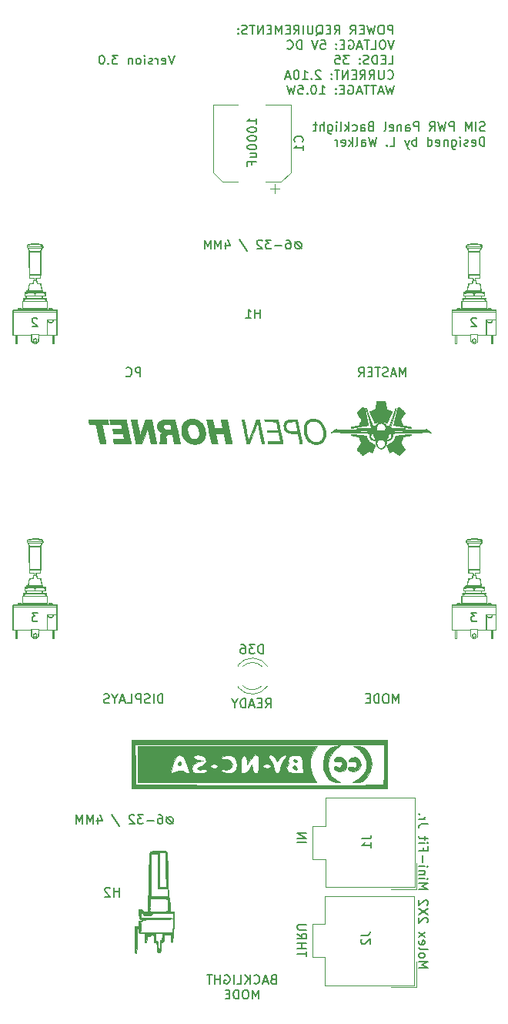
<source format=gbr>
%TF.GenerationSoftware,KiCad,Pcbnew,(5.1.10)-1*%
%TF.CreationDate,2021-11-16T18:51:37+11:00*%
%TF.ProjectId,SIM PWR PCB V3,53494d20-5057-4522-9050-43422056332e,rev?*%
%TF.SameCoordinates,Original*%
%TF.FileFunction,Legend,Bot*%
%TF.FilePolarity,Positive*%
%FSLAX46Y46*%
G04 Gerber Fmt 4.6, Leading zero omitted, Abs format (unit mm)*
G04 Created by KiCad (PCBNEW (5.1.10)-1) date 2021-11-16 18:51:37*
%MOMM*%
%LPD*%
G01*
G04 APERTURE LIST*
%ADD10C,0.150000*%
%ADD11C,0.120000*%
%ADD12C,0.010000*%
%ADD13C,0.100000*%
G04 APERTURE END LIST*
D10*
X239664761Y-155913571D02*
X239521904Y-155961190D01*
X239474285Y-156008809D01*
X239426666Y-156104047D01*
X239426666Y-156246904D01*
X239474285Y-156342142D01*
X239521904Y-156389761D01*
X239617142Y-156437380D01*
X239998095Y-156437380D01*
X239998095Y-155437380D01*
X239664761Y-155437380D01*
X239569523Y-155485000D01*
X239521904Y-155532619D01*
X239474285Y-155627857D01*
X239474285Y-155723095D01*
X239521904Y-155818333D01*
X239569523Y-155865952D01*
X239664761Y-155913571D01*
X239998095Y-155913571D01*
X239045714Y-156151666D02*
X238569523Y-156151666D01*
X239140952Y-156437380D02*
X238807619Y-155437380D01*
X238474285Y-156437380D01*
X237569523Y-156342142D02*
X237617142Y-156389761D01*
X237760000Y-156437380D01*
X237855238Y-156437380D01*
X237998095Y-156389761D01*
X238093333Y-156294523D01*
X238140952Y-156199285D01*
X238188571Y-156008809D01*
X238188571Y-155865952D01*
X238140952Y-155675476D01*
X238093333Y-155580238D01*
X237998095Y-155485000D01*
X237855238Y-155437380D01*
X237760000Y-155437380D01*
X237617142Y-155485000D01*
X237569523Y-155532619D01*
X237140952Y-156437380D02*
X237140952Y-155437380D01*
X236569523Y-156437380D02*
X236998095Y-155865952D01*
X236569523Y-155437380D02*
X237140952Y-156008809D01*
X235664761Y-156437380D02*
X236140952Y-156437380D01*
X236140952Y-155437380D01*
X235331428Y-156437380D02*
X235331428Y-155437380D01*
X234331428Y-155485000D02*
X234426666Y-155437380D01*
X234569523Y-155437380D01*
X234712380Y-155485000D01*
X234807619Y-155580238D01*
X234855238Y-155675476D01*
X234902857Y-155865952D01*
X234902857Y-156008809D01*
X234855238Y-156199285D01*
X234807619Y-156294523D01*
X234712380Y-156389761D01*
X234569523Y-156437380D01*
X234474285Y-156437380D01*
X234331428Y-156389761D01*
X234283809Y-156342142D01*
X234283809Y-156008809D01*
X234474285Y-156008809D01*
X233855238Y-156437380D02*
X233855238Y-155437380D01*
X233855238Y-155913571D02*
X233283809Y-155913571D01*
X233283809Y-156437380D02*
X233283809Y-155437380D01*
X232950476Y-155437380D02*
X232379047Y-155437380D01*
X232664761Y-156437380D02*
X232664761Y-155437380D01*
X238069523Y-158087380D02*
X238069523Y-157087380D01*
X237736190Y-157801666D01*
X237402857Y-157087380D01*
X237402857Y-158087380D01*
X236736190Y-157087380D02*
X236545714Y-157087380D01*
X236450476Y-157135000D01*
X236355238Y-157230238D01*
X236307619Y-157420714D01*
X236307619Y-157754047D01*
X236355238Y-157944523D01*
X236450476Y-158039761D01*
X236545714Y-158087380D01*
X236736190Y-158087380D01*
X236831428Y-158039761D01*
X236926666Y-157944523D01*
X236974285Y-157754047D01*
X236974285Y-157420714D01*
X236926666Y-157230238D01*
X236831428Y-157135000D01*
X236736190Y-157087380D01*
X235879047Y-158087380D02*
X235879047Y-157087380D01*
X235640952Y-157087380D01*
X235498095Y-157135000D01*
X235402857Y-157230238D01*
X235355238Y-157325476D01*
X235307619Y-157515952D01*
X235307619Y-157658809D01*
X235355238Y-157849285D01*
X235402857Y-157944523D01*
X235498095Y-158039761D01*
X235640952Y-158087380D01*
X235879047Y-158087380D01*
X234879047Y-157563571D02*
X234545714Y-157563571D01*
X234402857Y-158087380D02*
X234879047Y-158087380D01*
X234879047Y-157087380D01*
X234402857Y-157087380D01*
X253499523Y-125562380D02*
X253499523Y-124562380D01*
X253166190Y-125276666D01*
X252832857Y-124562380D01*
X252832857Y-125562380D01*
X252166190Y-124562380D02*
X251975714Y-124562380D01*
X251880476Y-124610000D01*
X251785238Y-124705238D01*
X251737619Y-124895714D01*
X251737619Y-125229047D01*
X251785238Y-125419523D01*
X251880476Y-125514761D01*
X251975714Y-125562380D01*
X252166190Y-125562380D01*
X252261428Y-125514761D01*
X252356666Y-125419523D01*
X252404285Y-125229047D01*
X252404285Y-124895714D01*
X252356666Y-124705238D01*
X252261428Y-124610000D01*
X252166190Y-124562380D01*
X251309047Y-125562380D02*
X251309047Y-124562380D01*
X251070952Y-124562380D01*
X250928095Y-124610000D01*
X250832857Y-124705238D01*
X250785238Y-124800476D01*
X250737619Y-124990952D01*
X250737619Y-125133809D01*
X250785238Y-125324285D01*
X250832857Y-125419523D01*
X250928095Y-125514761D01*
X251070952Y-125562380D01*
X251309047Y-125562380D01*
X250309047Y-125038571D02*
X249975714Y-125038571D01*
X249832857Y-125562380D02*
X250309047Y-125562380D01*
X250309047Y-124562380D01*
X249832857Y-124562380D01*
X227524285Y-125562380D02*
X227524285Y-124562380D01*
X227286190Y-124562380D01*
X227143333Y-124610000D01*
X227048095Y-124705238D01*
X227000476Y-124800476D01*
X226952857Y-124990952D01*
X226952857Y-125133809D01*
X227000476Y-125324285D01*
X227048095Y-125419523D01*
X227143333Y-125514761D01*
X227286190Y-125562380D01*
X227524285Y-125562380D01*
X226524285Y-125562380D02*
X226524285Y-124562380D01*
X226095714Y-125514761D02*
X225952857Y-125562380D01*
X225714761Y-125562380D01*
X225619523Y-125514761D01*
X225571904Y-125467142D01*
X225524285Y-125371904D01*
X225524285Y-125276666D01*
X225571904Y-125181428D01*
X225619523Y-125133809D01*
X225714761Y-125086190D01*
X225905238Y-125038571D01*
X226000476Y-124990952D01*
X226048095Y-124943333D01*
X226095714Y-124848095D01*
X226095714Y-124752857D01*
X226048095Y-124657619D01*
X226000476Y-124610000D01*
X225905238Y-124562380D01*
X225667142Y-124562380D01*
X225524285Y-124610000D01*
X225095714Y-125562380D02*
X225095714Y-124562380D01*
X224714761Y-124562380D01*
X224619523Y-124610000D01*
X224571904Y-124657619D01*
X224524285Y-124752857D01*
X224524285Y-124895714D01*
X224571904Y-124990952D01*
X224619523Y-125038571D01*
X224714761Y-125086190D01*
X225095714Y-125086190D01*
X223619523Y-125562380D02*
X224095714Y-125562380D01*
X224095714Y-124562380D01*
X223333809Y-125276666D02*
X222857619Y-125276666D01*
X223429047Y-125562380D02*
X223095714Y-124562380D01*
X222762380Y-125562380D01*
X222238571Y-125086190D02*
X222238571Y-125562380D01*
X222571904Y-124562380D02*
X222238571Y-125086190D01*
X221905238Y-124562380D01*
X221619523Y-125514761D02*
X221476666Y-125562380D01*
X221238571Y-125562380D01*
X221143333Y-125514761D01*
X221095714Y-125467142D01*
X221048095Y-125371904D01*
X221048095Y-125276666D01*
X221095714Y-125181428D01*
X221143333Y-125133809D01*
X221238571Y-125086190D01*
X221429047Y-125038571D01*
X221524285Y-124990952D01*
X221571904Y-124943333D01*
X221619523Y-124848095D01*
X221619523Y-124752857D01*
X221571904Y-124657619D01*
X221524285Y-124610000D01*
X221429047Y-124562380D01*
X221190952Y-124562380D01*
X221048095Y-124610000D01*
X254261428Y-89652380D02*
X254261428Y-88652380D01*
X253928095Y-89366666D01*
X253594761Y-88652380D01*
X253594761Y-89652380D01*
X253166190Y-89366666D02*
X252690000Y-89366666D01*
X253261428Y-89652380D02*
X252928095Y-88652380D01*
X252594761Y-89652380D01*
X252309047Y-89604761D02*
X252166190Y-89652380D01*
X251928095Y-89652380D01*
X251832857Y-89604761D01*
X251785238Y-89557142D01*
X251737619Y-89461904D01*
X251737619Y-89366666D01*
X251785238Y-89271428D01*
X251832857Y-89223809D01*
X251928095Y-89176190D01*
X252118571Y-89128571D01*
X252213809Y-89080952D01*
X252261428Y-89033333D01*
X252309047Y-88938095D01*
X252309047Y-88842857D01*
X252261428Y-88747619D01*
X252213809Y-88700000D01*
X252118571Y-88652380D01*
X251880476Y-88652380D01*
X251737619Y-88700000D01*
X251451904Y-88652380D02*
X250880476Y-88652380D01*
X251166190Y-89652380D02*
X251166190Y-88652380D01*
X250547142Y-89128571D02*
X250213809Y-89128571D01*
X250070952Y-89652380D02*
X250547142Y-89652380D01*
X250547142Y-88652380D01*
X250070952Y-88652380D01*
X249070952Y-89652380D02*
X249404285Y-89176190D01*
X249642380Y-89652380D02*
X249642380Y-88652380D01*
X249261428Y-88652380D01*
X249166190Y-88700000D01*
X249118571Y-88747619D01*
X249070952Y-88842857D01*
X249070952Y-88985714D01*
X249118571Y-89080952D01*
X249166190Y-89128571D01*
X249261428Y-89176190D01*
X249642380Y-89176190D01*
X225071904Y-89652380D02*
X225071904Y-88652380D01*
X224690952Y-88652380D01*
X224595714Y-88700000D01*
X224548095Y-88747619D01*
X224500476Y-88842857D01*
X224500476Y-88985714D01*
X224548095Y-89080952D01*
X224595714Y-89128571D01*
X224690952Y-89176190D01*
X225071904Y-89176190D01*
X223500476Y-89557142D02*
X223548095Y-89604761D01*
X223690952Y-89652380D01*
X223786190Y-89652380D01*
X223929047Y-89604761D01*
X224024285Y-89509523D01*
X224071904Y-89414285D01*
X224119523Y-89223809D01*
X224119523Y-89080952D01*
X224071904Y-88890476D01*
X224024285Y-88795238D01*
X223929047Y-88700000D01*
X223786190Y-88652380D01*
X223690952Y-88652380D01*
X223548095Y-88700000D01*
X223500476Y-88747619D01*
X228820476Y-54302380D02*
X228487142Y-55302380D01*
X228153809Y-54302380D01*
X227439523Y-55254761D02*
X227534761Y-55302380D01*
X227725238Y-55302380D01*
X227820476Y-55254761D01*
X227868095Y-55159523D01*
X227868095Y-54778571D01*
X227820476Y-54683333D01*
X227725238Y-54635714D01*
X227534761Y-54635714D01*
X227439523Y-54683333D01*
X227391904Y-54778571D01*
X227391904Y-54873809D01*
X227868095Y-54969047D01*
X226963333Y-55302380D02*
X226963333Y-54635714D01*
X226963333Y-54826190D02*
X226915714Y-54730952D01*
X226868095Y-54683333D01*
X226772857Y-54635714D01*
X226677619Y-54635714D01*
X226391904Y-55254761D02*
X226296666Y-55302380D01*
X226106190Y-55302380D01*
X226010952Y-55254761D01*
X225963333Y-55159523D01*
X225963333Y-55111904D01*
X226010952Y-55016666D01*
X226106190Y-54969047D01*
X226249047Y-54969047D01*
X226344285Y-54921428D01*
X226391904Y-54826190D01*
X226391904Y-54778571D01*
X226344285Y-54683333D01*
X226249047Y-54635714D01*
X226106190Y-54635714D01*
X226010952Y-54683333D01*
X225534761Y-55302380D02*
X225534761Y-54635714D01*
X225534761Y-54302380D02*
X225582380Y-54350000D01*
X225534761Y-54397619D01*
X225487142Y-54350000D01*
X225534761Y-54302380D01*
X225534761Y-54397619D01*
X224915714Y-55302380D02*
X225010952Y-55254761D01*
X225058571Y-55207142D01*
X225106190Y-55111904D01*
X225106190Y-54826190D01*
X225058571Y-54730952D01*
X225010952Y-54683333D01*
X224915714Y-54635714D01*
X224772857Y-54635714D01*
X224677619Y-54683333D01*
X224630000Y-54730952D01*
X224582380Y-54826190D01*
X224582380Y-55111904D01*
X224630000Y-55207142D01*
X224677619Y-55254761D01*
X224772857Y-55302380D01*
X224915714Y-55302380D01*
X224153809Y-54635714D02*
X224153809Y-55302380D01*
X224153809Y-54730952D02*
X224106190Y-54683333D01*
X224010952Y-54635714D01*
X223868095Y-54635714D01*
X223772857Y-54683333D01*
X223725238Y-54778571D01*
X223725238Y-55302380D01*
X222582380Y-54302380D02*
X221963333Y-54302380D01*
X222296666Y-54683333D01*
X222153809Y-54683333D01*
X222058571Y-54730952D01*
X222010952Y-54778571D01*
X221963333Y-54873809D01*
X221963333Y-55111904D01*
X222010952Y-55207142D01*
X222058571Y-55254761D01*
X222153809Y-55302380D01*
X222439523Y-55302380D01*
X222534761Y-55254761D01*
X222582380Y-55207142D01*
X221534761Y-55207142D02*
X221487142Y-55254761D01*
X221534761Y-55302380D01*
X221582380Y-55254761D01*
X221534761Y-55207142D01*
X221534761Y-55302380D01*
X220868095Y-54302380D02*
X220772857Y-54302380D01*
X220677619Y-54350000D01*
X220630000Y-54397619D01*
X220582380Y-54492857D01*
X220534761Y-54683333D01*
X220534761Y-54921428D01*
X220582380Y-55111904D01*
X220630000Y-55207142D01*
X220677619Y-55254761D01*
X220772857Y-55302380D01*
X220868095Y-55302380D01*
X220963333Y-55254761D01*
X221010952Y-55207142D01*
X221058571Y-55111904D01*
X221106190Y-54921428D01*
X221106190Y-54683333D01*
X221058571Y-54492857D01*
X221010952Y-54397619D01*
X220963333Y-54350000D01*
X220868095Y-54302380D01*
X262962023Y-62589761D02*
X262819166Y-62637380D01*
X262581071Y-62637380D01*
X262485833Y-62589761D01*
X262438214Y-62542142D01*
X262390595Y-62446904D01*
X262390595Y-62351666D01*
X262438214Y-62256428D01*
X262485833Y-62208809D01*
X262581071Y-62161190D01*
X262771547Y-62113571D01*
X262866785Y-62065952D01*
X262914404Y-62018333D01*
X262962023Y-61923095D01*
X262962023Y-61827857D01*
X262914404Y-61732619D01*
X262866785Y-61685000D01*
X262771547Y-61637380D01*
X262533452Y-61637380D01*
X262390595Y-61685000D01*
X261962023Y-62637380D02*
X261962023Y-61637380D01*
X261485833Y-62637380D02*
X261485833Y-61637380D01*
X261152500Y-62351666D01*
X260819166Y-61637380D01*
X260819166Y-62637380D01*
X259581071Y-62637380D02*
X259581071Y-61637380D01*
X259200119Y-61637380D01*
X259104880Y-61685000D01*
X259057261Y-61732619D01*
X259009642Y-61827857D01*
X259009642Y-61970714D01*
X259057261Y-62065952D01*
X259104880Y-62113571D01*
X259200119Y-62161190D01*
X259581071Y-62161190D01*
X258676309Y-61637380D02*
X258438214Y-62637380D01*
X258247738Y-61923095D01*
X258057261Y-62637380D01*
X257819166Y-61637380D01*
X256866785Y-62637380D02*
X257200119Y-62161190D01*
X257438214Y-62637380D02*
X257438214Y-61637380D01*
X257057261Y-61637380D01*
X256962023Y-61685000D01*
X256914404Y-61732619D01*
X256866785Y-61827857D01*
X256866785Y-61970714D01*
X256914404Y-62065952D01*
X256962023Y-62113571D01*
X257057261Y-62161190D01*
X257438214Y-62161190D01*
X255676309Y-62637380D02*
X255676309Y-61637380D01*
X255295357Y-61637380D01*
X255200119Y-61685000D01*
X255152500Y-61732619D01*
X255104880Y-61827857D01*
X255104880Y-61970714D01*
X255152500Y-62065952D01*
X255200119Y-62113571D01*
X255295357Y-62161190D01*
X255676309Y-62161190D01*
X254247738Y-62637380D02*
X254247738Y-62113571D01*
X254295357Y-62018333D01*
X254390595Y-61970714D01*
X254581071Y-61970714D01*
X254676309Y-62018333D01*
X254247738Y-62589761D02*
X254342976Y-62637380D01*
X254581071Y-62637380D01*
X254676309Y-62589761D01*
X254723928Y-62494523D01*
X254723928Y-62399285D01*
X254676309Y-62304047D01*
X254581071Y-62256428D01*
X254342976Y-62256428D01*
X254247738Y-62208809D01*
X253771547Y-61970714D02*
X253771547Y-62637380D01*
X253771547Y-62065952D02*
X253723928Y-62018333D01*
X253628690Y-61970714D01*
X253485833Y-61970714D01*
X253390595Y-62018333D01*
X253342976Y-62113571D01*
X253342976Y-62637380D01*
X252485833Y-62589761D02*
X252581071Y-62637380D01*
X252771547Y-62637380D01*
X252866785Y-62589761D01*
X252914404Y-62494523D01*
X252914404Y-62113571D01*
X252866785Y-62018333D01*
X252771547Y-61970714D01*
X252581071Y-61970714D01*
X252485833Y-62018333D01*
X252438214Y-62113571D01*
X252438214Y-62208809D01*
X252914404Y-62304047D01*
X251866785Y-62637380D02*
X251962023Y-62589761D01*
X252009642Y-62494523D01*
X252009642Y-61637380D01*
X250390595Y-62113571D02*
X250247738Y-62161190D01*
X250200119Y-62208809D01*
X250152500Y-62304047D01*
X250152500Y-62446904D01*
X250200119Y-62542142D01*
X250247738Y-62589761D01*
X250342976Y-62637380D01*
X250723928Y-62637380D01*
X250723928Y-61637380D01*
X250390595Y-61637380D01*
X250295357Y-61685000D01*
X250247738Y-61732619D01*
X250200119Y-61827857D01*
X250200119Y-61923095D01*
X250247738Y-62018333D01*
X250295357Y-62065952D01*
X250390595Y-62113571D01*
X250723928Y-62113571D01*
X249295357Y-62637380D02*
X249295357Y-62113571D01*
X249342976Y-62018333D01*
X249438214Y-61970714D01*
X249628690Y-61970714D01*
X249723928Y-62018333D01*
X249295357Y-62589761D02*
X249390595Y-62637380D01*
X249628690Y-62637380D01*
X249723928Y-62589761D01*
X249771547Y-62494523D01*
X249771547Y-62399285D01*
X249723928Y-62304047D01*
X249628690Y-62256428D01*
X249390595Y-62256428D01*
X249295357Y-62208809D01*
X248390595Y-62589761D02*
X248485833Y-62637380D01*
X248676309Y-62637380D01*
X248771547Y-62589761D01*
X248819166Y-62542142D01*
X248866785Y-62446904D01*
X248866785Y-62161190D01*
X248819166Y-62065952D01*
X248771547Y-62018333D01*
X248676309Y-61970714D01*
X248485833Y-61970714D01*
X248390595Y-62018333D01*
X247962023Y-62637380D02*
X247962023Y-61637380D01*
X247866785Y-62256428D02*
X247581071Y-62637380D01*
X247581071Y-61970714D02*
X247962023Y-62351666D01*
X247009642Y-62637380D02*
X247104880Y-62589761D01*
X247152500Y-62494523D01*
X247152500Y-61637380D01*
X246628690Y-62637380D02*
X246628690Y-61970714D01*
X246628690Y-61637380D02*
X246676309Y-61685000D01*
X246628690Y-61732619D01*
X246581071Y-61685000D01*
X246628690Y-61637380D01*
X246628690Y-61732619D01*
X245723928Y-61970714D02*
X245723928Y-62780238D01*
X245771547Y-62875476D01*
X245819166Y-62923095D01*
X245914404Y-62970714D01*
X246057261Y-62970714D01*
X246152500Y-62923095D01*
X245723928Y-62589761D02*
X245819166Y-62637380D01*
X246009642Y-62637380D01*
X246104880Y-62589761D01*
X246152500Y-62542142D01*
X246200119Y-62446904D01*
X246200119Y-62161190D01*
X246152500Y-62065952D01*
X246104880Y-62018333D01*
X246009642Y-61970714D01*
X245819166Y-61970714D01*
X245723928Y-62018333D01*
X245247738Y-62637380D02*
X245247738Y-61637380D01*
X244819166Y-62637380D02*
X244819166Y-62113571D01*
X244866785Y-62018333D01*
X244962023Y-61970714D01*
X245104880Y-61970714D01*
X245200119Y-62018333D01*
X245247738Y-62065952D01*
X244485833Y-61970714D02*
X244104880Y-61970714D01*
X244342976Y-61637380D02*
X244342976Y-62494523D01*
X244295357Y-62589761D01*
X244200119Y-62637380D01*
X244104880Y-62637380D01*
X262914404Y-64287380D02*
X262914404Y-63287380D01*
X262676309Y-63287380D01*
X262533452Y-63335000D01*
X262438214Y-63430238D01*
X262390595Y-63525476D01*
X262342976Y-63715952D01*
X262342976Y-63858809D01*
X262390595Y-64049285D01*
X262438214Y-64144523D01*
X262533452Y-64239761D01*
X262676309Y-64287380D01*
X262914404Y-64287380D01*
X261533452Y-64239761D02*
X261628690Y-64287380D01*
X261819166Y-64287380D01*
X261914404Y-64239761D01*
X261962023Y-64144523D01*
X261962023Y-63763571D01*
X261914404Y-63668333D01*
X261819166Y-63620714D01*
X261628690Y-63620714D01*
X261533452Y-63668333D01*
X261485833Y-63763571D01*
X261485833Y-63858809D01*
X261962023Y-63954047D01*
X261104880Y-64239761D02*
X261009642Y-64287380D01*
X260819166Y-64287380D01*
X260723928Y-64239761D01*
X260676309Y-64144523D01*
X260676309Y-64096904D01*
X260723928Y-64001666D01*
X260819166Y-63954047D01*
X260962023Y-63954047D01*
X261057261Y-63906428D01*
X261104880Y-63811190D01*
X261104880Y-63763571D01*
X261057261Y-63668333D01*
X260962023Y-63620714D01*
X260819166Y-63620714D01*
X260723928Y-63668333D01*
X260247738Y-64287380D02*
X260247738Y-63620714D01*
X260247738Y-63287380D02*
X260295357Y-63335000D01*
X260247738Y-63382619D01*
X260200119Y-63335000D01*
X260247738Y-63287380D01*
X260247738Y-63382619D01*
X259342976Y-63620714D02*
X259342976Y-64430238D01*
X259390595Y-64525476D01*
X259438214Y-64573095D01*
X259533452Y-64620714D01*
X259676309Y-64620714D01*
X259771547Y-64573095D01*
X259342976Y-64239761D02*
X259438214Y-64287380D01*
X259628690Y-64287380D01*
X259723928Y-64239761D01*
X259771547Y-64192142D01*
X259819166Y-64096904D01*
X259819166Y-63811190D01*
X259771547Y-63715952D01*
X259723928Y-63668333D01*
X259628690Y-63620714D01*
X259438214Y-63620714D01*
X259342976Y-63668333D01*
X258866785Y-63620714D02*
X258866785Y-64287380D01*
X258866785Y-63715952D02*
X258819166Y-63668333D01*
X258723928Y-63620714D01*
X258581071Y-63620714D01*
X258485833Y-63668333D01*
X258438214Y-63763571D01*
X258438214Y-64287380D01*
X257581071Y-64239761D02*
X257676309Y-64287380D01*
X257866785Y-64287380D01*
X257962023Y-64239761D01*
X258009642Y-64144523D01*
X258009642Y-63763571D01*
X257962023Y-63668333D01*
X257866785Y-63620714D01*
X257676309Y-63620714D01*
X257581071Y-63668333D01*
X257533452Y-63763571D01*
X257533452Y-63858809D01*
X258009642Y-63954047D01*
X256676309Y-64287380D02*
X256676309Y-63287380D01*
X256676309Y-64239761D02*
X256771547Y-64287380D01*
X256962023Y-64287380D01*
X257057261Y-64239761D01*
X257104880Y-64192142D01*
X257152500Y-64096904D01*
X257152500Y-63811190D01*
X257104880Y-63715952D01*
X257057261Y-63668333D01*
X256962023Y-63620714D01*
X256771547Y-63620714D01*
X256676309Y-63668333D01*
X255438214Y-64287380D02*
X255438214Y-63287380D01*
X255438214Y-63668333D02*
X255342976Y-63620714D01*
X255152500Y-63620714D01*
X255057261Y-63668333D01*
X255009642Y-63715952D01*
X254962023Y-63811190D01*
X254962023Y-64096904D01*
X255009642Y-64192142D01*
X255057261Y-64239761D01*
X255152500Y-64287380D01*
X255342976Y-64287380D01*
X255438214Y-64239761D01*
X254628690Y-63620714D02*
X254390595Y-64287380D01*
X254152500Y-63620714D02*
X254390595Y-64287380D01*
X254485833Y-64525476D01*
X254533452Y-64573095D01*
X254628690Y-64620714D01*
X252533452Y-64287380D02*
X253009642Y-64287380D01*
X253009642Y-63287380D01*
X252200119Y-64192142D02*
X252152500Y-64239761D01*
X252200119Y-64287380D01*
X252247738Y-64239761D01*
X252200119Y-64192142D01*
X252200119Y-64287380D01*
X251057261Y-63287380D02*
X250819166Y-64287380D01*
X250628690Y-63573095D01*
X250438214Y-64287380D01*
X250200119Y-63287380D01*
X249390595Y-64287380D02*
X249390595Y-63763571D01*
X249438214Y-63668333D01*
X249533452Y-63620714D01*
X249723928Y-63620714D01*
X249819166Y-63668333D01*
X249390595Y-64239761D02*
X249485833Y-64287380D01*
X249723928Y-64287380D01*
X249819166Y-64239761D01*
X249866785Y-64144523D01*
X249866785Y-64049285D01*
X249819166Y-63954047D01*
X249723928Y-63906428D01*
X249485833Y-63906428D01*
X249390595Y-63858809D01*
X248771547Y-64287380D02*
X248866785Y-64239761D01*
X248914404Y-64144523D01*
X248914404Y-63287380D01*
X248390595Y-64287380D02*
X248390595Y-63287380D01*
X248295357Y-63906428D02*
X248009642Y-64287380D01*
X248009642Y-63620714D02*
X248390595Y-64001666D01*
X247200119Y-64239761D02*
X247295357Y-64287380D01*
X247485833Y-64287380D01*
X247581071Y-64239761D01*
X247628690Y-64144523D01*
X247628690Y-63763571D01*
X247581071Y-63668333D01*
X247485833Y-63620714D01*
X247295357Y-63620714D01*
X247200119Y-63668333D01*
X247152500Y-63763571D01*
X247152500Y-63858809D01*
X247628690Y-63954047D01*
X246723928Y-64287380D02*
X246723928Y-63620714D01*
X246723928Y-63811190D02*
X246676309Y-63715952D01*
X246628690Y-63668333D01*
X246533452Y-63620714D01*
X246438214Y-63620714D01*
X252844404Y-52002380D02*
X252844404Y-51002380D01*
X252463452Y-51002380D01*
X252368214Y-51050000D01*
X252320595Y-51097619D01*
X252272976Y-51192857D01*
X252272976Y-51335714D01*
X252320595Y-51430952D01*
X252368214Y-51478571D01*
X252463452Y-51526190D01*
X252844404Y-51526190D01*
X251653928Y-51002380D02*
X251463452Y-51002380D01*
X251368214Y-51050000D01*
X251272976Y-51145238D01*
X251225357Y-51335714D01*
X251225357Y-51669047D01*
X251272976Y-51859523D01*
X251368214Y-51954761D01*
X251463452Y-52002380D01*
X251653928Y-52002380D01*
X251749166Y-51954761D01*
X251844404Y-51859523D01*
X251892023Y-51669047D01*
X251892023Y-51335714D01*
X251844404Y-51145238D01*
X251749166Y-51050000D01*
X251653928Y-51002380D01*
X250892023Y-51002380D02*
X250653928Y-52002380D01*
X250463452Y-51288095D01*
X250272976Y-52002380D01*
X250034880Y-51002380D01*
X249653928Y-51478571D02*
X249320595Y-51478571D01*
X249177738Y-52002380D02*
X249653928Y-52002380D01*
X249653928Y-51002380D01*
X249177738Y-51002380D01*
X248177738Y-52002380D02*
X248511071Y-51526190D01*
X248749166Y-52002380D02*
X248749166Y-51002380D01*
X248368214Y-51002380D01*
X248272976Y-51050000D01*
X248225357Y-51097619D01*
X248177738Y-51192857D01*
X248177738Y-51335714D01*
X248225357Y-51430952D01*
X248272976Y-51478571D01*
X248368214Y-51526190D01*
X248749166Y-51526190D01*
X246415833Y-52002380D02*
X246749166Y-51526190D01*
X246987261Y-52002380D02*
X246987261Y-51002380D01*
X246606309Y-51002380D01*
X246511071Y-51050000D01*
X246463452Y-51097619D01*
X246415833Y-51192857D01*
X246415833Y-51335714D01*
X246463452Y-51430952D01*
X246511071Y-51478571D01*
X246606309Y-51526190D01*
X246987261Y-51526190D01*
X245987261Y-51478571D02*
X245653928Y-51478571D01*
X245511071Y-52002380D02*
X245987261Y-52002380D01*
X245987261Y-51002380D01*
X245511071Y-51002380D01*
X244415833Y-52097619D02*
X244511071Y-52050000D01*
X244606309Y-51954761D01*
X244749166Y-51811904D01*
X244844404Y-51764285D01*
X244939642Y-51764285D01*
X244892023Y-52002380D02*
X244987261Y-51954761D01*
X245082500Y-51859523D01*
X245130119Y-51669047D01*
X245130119Y-51335714D01*
X245082500Y-51145238D01*
X244987261Y-51050000D01*
X244892023Y-51002380D01*
X244701547Y-51002380D01*
X244606309Y-51050000D01*
X244511071Y-51145238D01*
X244463452Y-51335714D01*
X244463452Y-51669047D01*
X244511071Y-51859523D01*
X244606309Y-51954761D01*
X244701547Y-52002380D01*
X244892023Y-52002380D01*
X244034880Y-51002380D02*
X244034880Y-51811904D01*
X243987261Y-51907142D01*
X243939642Y-51954761D01*
X243844404Y-52002380D01*
X243653928Y-52002380D01*
X243558690Y-51954761D01*
X243511071Y-51907142D01*
X243463452Y-51811904D01*
X243463452Y-51002380D01*
X242987261Y-52002380D02*
X242987261Y-51002380D01*
X241939642Y-52002380D02*
X242272976Y-51526190D01*
X242511071Y-52002380D02*
X242511071Y-51002380D01*
X242130119Y-51002380D01*
X242034880Y-51050000D01*
X241987261Y-51097619D01*
X241939642Y-51192857D01*
X241939642Y-51335714D01*
X241987261Y-51430952D01*
X242034880Y-51478571D01*
X242130119Y-51526190D01*
X242511071Y-51526190D01*
X241511071Y-51478571D02*
X241177738Y-51478571D01*
X241034880Y-52002380D02*
X241511071Y-52002380D01*
X241511071Y-51002380D01*
X241034880Y-51002380D01*
X240606309Y-52002380D02*
X240606309Y-51002380D01*
X240272976Y-51716666D01*
X239939642Y-51002380D01*
X239939642Y-52002380D01*
X239463452Y-51478571D02*
X239130119Y-51478571D01*
X238987261Y-52002380D02*
X239463452Y-52002380D01*
X239463452Y-51002380D01*
X238987261Y-51002380D01*
X238558690Y-52002380D02*
X238558690Y-51002380D01*
X237987261Y-52002380D01*
X237987261Y-51002380D01*
X237653928Y-51002380D02*
X237082500Y-51002380D01*
X237368214Y-52002380D02*
X237368214Y-51002380D01*
X236796785Y-51954761D02*
X236653928Y-52002380D01*
X236415833Y-52002380D01*
X236320595Y-51954761D01*
X236272976Y-51907142D01*
X236225357Y-51811904D01*
X236225357Y-51716666D01*
X236272976Y-51621428D01*
X236320595Y-51573809D01*
X236415833Y-51526190D01*
X236606309Y-51478571D01*
X236701547Y-51430952D01*
X236749166Y-51383333D01*
X236796785Y-51288095D01*
X236796785Y-51192857D01*
X236749166Y-51097619D01*
X236701547Y-51050000D01*
X236606309Y-51002380D01*
X236368214Y-51002380D01*
X236225357Y-51050000D01*
X235796785Y-51907142D02*
X235749166Y-51954761D01*
X235796785Y-52002380D01*
X235844404Y-51954761D01*
X235796785Y-51907142D01*
X235796785Y-52002380D01*
X235796785Y-51383333D02*
X235749166Y-51430952D01*
X235796785Y-51478571D01*
X235844404Y-51430952D01*
X235796785Y-51383333D01*
X235796785Y-51478571D01*
X252987261Y-52652380D02*
X252653928Y-53652380D01*
X252320595Y-52652380D01*
X251796785Y-52652380D02*
X251606309Y-52652380D01*
X251511071Y-52700000D01*
X251415833Y-52795238D01*
X251368214Y-52985714D01*
X251368214Y-53319047D01*
X251415833Y-53509523D01*
X251511071Y-53604761D01*
X251606309Y-53652380D01*
X251796785Y-53652380D01*
X251892023Y-53604761D01*
X251987261Y-53509523D01*
X252034880Y-53319047D01*
X252034880Y-52985714D01*
X251987261Y-52795238D01*
X251892023Y-52700000D01*
X251796785Y-52652380D01*
X250463452Y-53652380D02*
X250939642Y-53652380D01*
X250939642Y-52652380D01*
X250272976Y-52652380D02*
X249701547Y-52652380D01*
X249987261Y-53652380D02*
X249987261Y-52652380D01*
X249415833Y-53366666D02*
X248939642Y-53366666D01*
X249511071Y-53652380D02*
X249177738Y-52652380D01*
X248844404Y-53652380D01*
X247987261Y-52700000D02*
X248082500Y-52652380D01*
X248225357Y-52652380D01*
X248368214Y-52700000D01*
X248463452Y-52795238D01*
X248511071Y-52890476D01*
X248558690Y-53080952D01*
X248558690Y-53223809D01*
X248511071Y-53414285D01*
X248463452Y-53509523D01*
X248368214Y-53604761D01*
X248225357Y-53652380D01*
X248130119Y-53652380D01*
X247987261Y-53604761D01*
X247939642Y-53557142D01*
X247939642Y-53223809D01*
X248130119Y-53223809D01*
X247511071Y-53128571D02*
X247177738Y-53128571D01*
X247034880Y-53652380D02*
X247511071Y-53652380D01*
X247511071Y-52652380D01*
X247034880Y-52652380D01*
X246606309Y-53557142D02*
X246558690Y-53604761D01*
X246606309Y-53652380D01*
X246653928Y-53604761D01*
X246606309Y-53557142D01*
X246606309Y-53652380D01*
X246606309Y-53033333D02*
X246558690Y-53080952D01*
X246606309Y-53128571D01*
X246653928Y-53080952D01*
X246606309Y-53033333D01*
X246606309Y-53128571D01*
X244892023Y-52652380D02*
X245368214Y-52652380D01*
X245415833Y-53128571D01*
X245368214Y-53080952D01*
X245272976Y-53033333D01*
X245034880Y-53033333D01*
X244939642Y-53080952D01*
X244892023Y-53128571D01*
X244844404Y-53223809D01*
X244844404Y-53461904D01*
X244892023Y-53557142D01*
X244939642Y-53604761D01*
X245034880Y-53652380D01*
X245272976Y-53652380D01*
X245368214Y-53604761D01*
X245415833Y-53557142D01*
X244558690Y-52652380D02*
X244225357Y-53652380D01*
X243892023Y-52652380D01*
X242796785Y-53652380D02*
X242796785Y-52652380D01*
X242558690Y-52652380D01*
X242415833Y-52700000D01*
X242320595Y-52795238D01*
X242272976Y-52890476D01*
X242225357Y-53080952D01*
X242225357Y-53223809D01*
X242272976Y-53414285D01*
X242320595Y-53509523D01*
X242415833Y-53604761D01*
X242558690Y-53652380D01*
X242796785Y-53652380D01*
X241225357Y-53557142D02*
X241272976Y-53604761D01*
X241415833Y-53652380D01*
X241511071Y-53652380D01*
X241653928Y-53604761D01*
X241749166Y-53509523D01*
X241796785Y-53414285D01*
X241844404Y-53223809D01*
X241844404Y-53080952D01*
X241796785Y-52890476D01*
X241749166Y-52795238D01*
X241653928Y-52700000D01*
X241511071Y-52652380D01*
X241415833Y-52652380D01*
X241272976Y-52700000D01*
X241225357Y-52747619D01*
X252368214Y-55302380D02*
X252844404Y-55302380D01*
X252844404Y-54302380D01*
X252034880Y-54778571D02*
X251701547Y-54778571D01*
X251558690Y-55302380D02*
X252034880Y-55302380D01*
X252034880Y-54302380D01*
X251558690Y-54302380D01*
X251130119Y-55302380D02*
X251130119Y-54302380D01*
X250892023Y-54302380D01*
X250749166Y-54350000D01*
X250653928Y-54445238D01*
X250606309Y-54540476D01*
X250558690Y-54730952D01*
X250558690Y-54873809D01*
X250606309Y-55064285D01*
X250653928Y-55159523D01*
X250749166Y-55254761D01*
X250892023Y-55302380D01*
X251130119Y-55302380D01*
X250177738Y-55254761D02*
X250034880Y-55302380D01*
X249796785Y-55302380D01*
X249701547Y-55254761D01*
X249653928Y-55207142D01*
X249606309Y-55111904D01*
X249606309Y-55016666D01*
X249653928Y-54921428D01*
X249701547Y-54873809D01*
X249796785Y-54826190D01*
X249987261Y-54778571D01*
X250082500Y-54730952D01*
X250130119Y-54683333D01*
X250177738Y-54588095D01*
X250177738Y-54492857D01*
X250130119Y-54397619D01*
X250082500Y-54350000D01*
X249987261Y-54302380D01*
X249749166Y-54302380D01*
X249606309Y-54350000D01*
X249177738Y-55207142D02*
X249130119Y-55254761D01*
X249177738Y-55302380D01*
X249225357Y-55254761D01*
X249177738Y-55207142D01*
X249177738Y-55302380D01*
X249177738Y-54683333D02*
X249130119Y-54730952D01*
X249177738Y-54778571D01*
X249225357Y-54730952D01*
X249177738Y-54683333D01*
X249177738Y-54778571D01*
X248034880Y-54302380D02*
X247415833Y-54302380D01*
X247749166Y-54683333D01*
X247606309Y-54683333D01*
X247511071Y-54730952D01*
X247463452Y-54778571D01*
X247415833Y-54873809D01*
X247415833Y-55111904D01*
X247463452Y-55207142D01*
X247511071Y-55254761D01*
X247606309Y-55302380D01*
X247892023Y-55302380D01*
X247987261Y-55254761D01*
X248034880Y-55207142D01*
X246511071Y-54302380D02*
X246987261Y-54302380D01*
X247034880Y-54778571D01*
X246987261Y-54730952D01*
X246892023Y-54683333D01*
X246653928Y-54683333D01*
X246558690Y-54730952D01*
X246511071Y-54778571D01*
X246463452Y-54873809D01*
X246463452Y-55111904D01*
X246511071Y-55207142D01*
X246558690Y-55254761D01*
X246653928Y-55302380D01*
X246892023Y-55302380D01*
X246987261Y-55254761D01*
X247034880Y-55207142D01*
X252272976Y-56857142D02*
X252320595Y-56904761D01*
X252463452Y-56952380D01*
X252558690Y-56952380D01*
X252701547Y-56904761D01*
X252796785Y-56809523D01*
X252844404Y-56714285D01*
X252892023Y-56523809D01*
X252892023Y-56380952D01*
X252844404Y-56190476D01*
X252796785Y-56095238D01*
X252701547Y-56000000D01*
X252558690Y-55952380D01*
X252463452Y-55952380D01*
X252320595Y-56000000D01*
X252272976Y-56047619D01*
X251844404Y-55952380D02*
X251844404Y-56761904D01*
X251796785Y-56857142D01*
X251749166Y-56904761D01*
X251653928Y-56952380D01*
X251463452Y-56952380D01*
X251368214Y-56904761D01*
X251320595Y-56857142D01*
X251272976Y-56761904D01*
X251272976Y-55952380D01*
X250225357Y-56952380D02*
X250558690Y-56476190D01*
X250796785Y-56952380D02*
X250796785Y-55952380D01*
X250415833Y-55952380D01*
X250320595Y-56000000D01*
X250272976Y-56047619D01*
X250225357Y-56142857D01*
X250225357Y-56285714D01*
X250272976Y-56380952D01*
X250320595Y-56428571D01*
X250415833Y-56476190D01*
X250796785Y-56476190D01*
X249225357Y-56952380D02*
X249558690Y-56476190D01*
X249796785Y-56952380D02*
X249796785Y-55952380D01*
X249415833Y-55952380D01*
X249320595Y-56000000D01*
X249272976Y-56047619D01*
X249225357Y-56142857D01*
X249225357Y-56285714D01*
X249272976Y-56380952D01*
X249320595Y-56428571D01*
X249415833Y-56476190D01*
X249796785Y-56476190D01*
X248796785Y-56428571D02*
X248463452Y-56428571D01*
X248320595Y-56952380D02*
X248796785Y-56952380D01*
X248796785Y-55952380D01*
X248320595Y-55952380D01*
X247892023Y-56952380D02*
X247892023Y-55952380D01*
X247320595Y-56952380D01*
X247320595Y-55952380D01*
X246987261Y-55952380D02*
X246415833Y-55952380D01*
X246701547Y-56952380D02*
X246701547Y-55952380D01*
X246082500Y-56857142D02*
X246034880Y-56904761D01*
X246082500Y-56952380D01*
X246130119Y-56904761D01*
X246082500Y-56857142D01*
X246082500Y-56952380D01*
X246082500Y-56333333D02*
X246034880Y-56380952D01*
X246082500Y-56428571D01*
X246130119Y-56380952D01*
X246082500Y-56333333D01*
X246082500Y-56428571D01*
X244892023Y-56047619D02*
X244844404Y-56000000D01*
X244749166Y-55952380D01*
X244511071Y-55952380D01*
X244415833Y-56000000D01*
X244368214Y-56047619D01*
X244320595Y-56142857D01*
X244320595Y-56238095D01*
X244368214Y-56380952D01*
X244939642Y-56952380D01*
X244320595Y-56952380D01*
X243892023Y-56857142D02*
X243844404Y-56904761D01*
X243892023Y-56952380D01*
X243939642Y-56904761D01*
X243892023Y-56857142D01*
X243892023Y-56952380D01*
X242892023Y-56952380D02*
X243463452Y-56952380D01*
X243177738Y-56952380D02*
X243177738Y-55952380D01*
X243272976Y-56095238D01*
X243368214Y-56190476D01*
X243463452Y-56238095D01*
X242272976Y-55952380D02*
X242177738Y-55952380D01*
X242082500Y-56000000D01*
X242034880Y-56047619D01*
X241987261Y-56142857D01*
X241939642Y-56333333D01*
X241939642Y-56571428D01*
X241987261Y-56761904D01*
X242034880Y-56857142D01*
X242082500Y-56904761D01*
X242177738Y-56952380D01*
X242272976Y-56952380D01*
X242368214Y-56904761D01*
X242415833Y-56857142D01*
X242463452Y-56761904D01*
X242511071Y-56571428D01*
X242511071Y-56333333D01*
X242463452Y-56142857D01*
X242415833Y-56047619D01*
X242368214Y-56000000D01*
X242272976Y-55952380D01*
X241558690Y-56666666D02*
X241082500Y-56666666D01*
X241653928Y-56952380D02*
X241320595Y-55952380D01*
X240987261Y-56952380D01*
X252939642Y-57602380D02*
X252701547Y-58602380D01*
X252511071Y-57888095D01*
X252320595Y-58602380D01*
X252082500Y-57602380D01*
X251749166Y-58316666D02*
X251272976Y-58316666D01*
X251844404Y-58602380D02*
X251511071Y-57602380D01*
X251177738Y-58602380D01*
X250987261Y-57602380D02*
X250415833Y-57602380D01*
X250701547Y-58602380D02*
X250701547Y-57602380D01*
X250225357Y-57602380D02*
X249653928Y-57602380D01*
X249939642Y-58602380D02*
X249939642Y-57602380D01*
X249368214Y-58316666D02*
X248892023Y-58316666D01*
X249463452Y-58602380D02*
X249130119Y-57602380D01*
X248796785Y-58602380D01*
X247939642Y-57650000D02*
X248034880Y-57602380D01*
X248177738Y-57602380D01*
X248320595Y-57650000D01*
X248415833Y-57745238D01*
X248463452Y-57840476D01*
X248511071Y-58030952D01*
X248511071Y-58173809D01*
X248463452Y-58364285D01*
X248415833Y-58459523D01*
X248320595Y-58554761D01*
X248177738Y-58602380D01*
X248082500Y-58602380D01*
X247939642Y-58554761D01*
X247892023Y-58507142D01*
X247892023Y-58173809D01*
X248082500Y-58173809D01*
X247463452Y-58078571D02*
X247130119Y-58078571D01*
X246987261Y-58602380D02*
X247463452Y-58602380D01*
X247463452Y-57602380D01*
X246987261Y-57602380D01*
X246558690Y-58507142D02*
X246511071Y-58554761D01*
X246558690Y-58602380D01*
X246606309Y-58554761D01*
X246558690Y-58507142D01*
X246558690Y-58602380D01*
X246558690Y-57983333D02*
X246511071Y-58030952D01*
X246558690Y-58078571D01*
X246606309Y-58030952D01*
X246558690Y-57983333D01*
X246558690Y-58078571D01*
X244796785Y-58602380D02*
X245368214Y-58602380D01*
X245082500Y-58602380D02*
X245082500Y-57602380D01*
X245177738Y-57745238D01*
X245272976Y-57840476D01*
X245368214Y-57888095D01*
X244177738Y-57602380D02*
X244082500Y-57602380D01*
X243987261Y-57650000D01*
X243939642Y-57697619D01*
X243892023Y-57792857D01*
X243844404Y-57983333D01*
X243844404Y-58221428D01*
X243892023Y-58411904D01*
X243939642Y-58507142D01*
X243987261Y-58554761D01*
X244082500Y-58602380D01*
X244177738Y-58602380D01*
X244272976Y-58554761D01*
X244320595Y-58507142D01*
X244368214Y-58411904D01*
X244415833Y-58221428D01*
X244415833Y-57983333D01*
X244368214Y-57792857D01*
X244320595Y-57697619D01*
X244272976Y-57650000D01*
X244177738Y-57602380D01*
X243415833Y-58507142D02*
X243368214Y-58554761D01*
X243415833Y-58602380D01*
X243463452Y-58554761D01*
X243415833Y-58507142D01*
X243415833Y-58602380D01*
X242463452Y-57602380D02*
X242939642Y-57602380D01*
X242987261Y-58078571D01*
X242939642Y-58030952D01*
X242844404Y-57983333D01*
X242606309Y-57983333D01*
X242511071Y-58030952D01*
X242463452Y-58078571D01*
X242415833Y-58173809D01*
X242415833Y-58411904D01*
X242463452Y-58507142D01*
X242511071Y-58554761D01*
X242606309Y-58602380D01*
X242844404Y-58602380D01*
X242939642Y-58554761D01*
X242987261Y-58507142D01*
X242082500Y-57602380D02*
X241844404Y-58602380D01*
X241653928Y-57888095D01*
X241463452Y-58602380D01*
X241225357Y-57602380D01*
X237842380Y-61836190D02*
X237842380Y-61264761D01*
X237842380Y-61550476D02*
X236842380Y-61550476D01*
X236985238Y-61455238D01*
X237080476Y-61360000D01*
X237128095Y-61264761D01*
X236842380Y-62455238D02*
X236842380Y-62550476D01*
X236890000Y-62645714D01*
X236937619Y-62693333D01*
X237032857Y-62740952D01*
X237223333Y-62788571D01*
X237461428Y-62788571D01*
X237651904Y-62740952D01*
X237747142Y-62693333D01*
X237794761Y-62645714D01*
X237842380Y-62550476D01*
X237842380Y-62455238D01*
X237794761Y-62360000D01*
X237747142Y-62312380D01*
X237651904Y-62264761D01*
X237461428Y-62217142D01*
X237223333Y-62217142D01*
X237032857Y-62264761D01*
X236937619Y-62312380D01*
X236890000Y-62360000D01*
X236842380Y-62455238D01*
X236842380Y-63407619D02*
X236842380Y-63502857D01*
X236890000Y-63598095D01*
X236937619Y-63645714D01*
X237032857Y-63693333D01*
X237223333Y-63740952D01*
X237461428Y-63740952D01*
X237651904Y-63693333D01*
X237747142Y-63645714D01*
X237794761Y-63598095D01*
X237842380Y-63502857D01*
X237842380Y-63407619D01*
X237794761Y-63312380D01*
X237747142Y-63264761D01*
X237651904Y-63217142D01*
X237461428Y-63169523D01*
X237223333Y-63169523D01*
X237032857Y-63217142D01*
X236937619Y-63264761D01*
X236890000Y-63312380D01*
X236842380Y-63407619D01*
X236842380Y-64360000D02*
X236842380Y-64455238D01*
X236890000Y-64550476D01*
X236937619Y-64598095D01*
X237032857Y-64645714D01*
X237223333Y-64693333D01*
X237461428Y-64693333D01*
X237651904Y-64645714D01*
X237747142Y-64598095D01*
X237794761Y-64550476D01*
X237842380Y-64455238D01*
X237842380Y-64360000D01*
X237794761Y-64264761D01*
X237747142Y-64217142D01*
X237651904Y-64169523D01*
X237461428Y-64121904D01*
X237223333Y-64121904D01*
X237032857Y-64169523D01*
X236937619Y-64217142D01*
X236890000Y-64264761D01*
X236842380Y-64360000D01*
X237175714Y-65550476D02*
X237842380Y-65550476D01*
X237175714Y-65121904D02*
X237699523Y-65121904D01*
X237794761Y-65169523D01*
X237842380Y-65264761D01*
X237842380Y-65407619D01*
X237794761Y-65502857D01*
X237747142Y-65550476D01*
X237318571Y-66360000D02*
X237318571Y-66026666D01*
X237842380Y-66026666D02*
X236842380Y-66026666D01*
X236842380Y-66502857D01*
X243327619Y-153433333D02*
X243327619Y-152861904D01*
X242327619Y-153147619D02*
X243327619Y-153147619D01*
X242327619Y-152528571D02*
X243327619Y-152528571D01*
X242851428Y-152528571D02*
X242851428Y-151957142D01*
X242327619Y-151957142D02*
X243327619Y-151957142D01*
X242327619Y-150909523D02*
X242803809Y-151242857D01*
X242327619Y-151480952D02*
X243327619Y-151480952D01*
X243327619Y-151100000D01*
X243280000Y-151004761D01*
X243232380Y-150957142D01*
X243137142Y-150909523D01*
X242994285Y-150909523D01*
X242899047Y-150957142D01*
X242851428Y-151004761D01*
X242803809Y-151100000D01*
X242803809Y-151480952D01*
X243327619Y-150480952D02*
X242518095Y-150480952D01*
X242422857Y-150433333D01*
X242375238Y-150385714D01*
X242327619Y-150290476D01*
X242327619Y-150100000D01*
X242375238Y-150004761D01*
X242422857Y-149957142D01*
X242518095Y-149909523D01*
X243327619Y-149909523D01*
X242327619Y-140903809D02*
X243327619Y-140903809D01*
X242327619Y-140427619D02*
X243327619Y-140427619D01*
X242327619Y-139856190D01*
X243327619Y-139856190D01*
X255697619Y-154642380D02*
X256697619Y-154642380D01*
X255983333Y-154309047D01*
X256697619Y-153975714D01*
X255697619Y-153975714D01*
X255697619Y-153356666D02*
X255745238Y-153451904D01*
X255792857Y-153499523D01*
X255888095Y-153547142D01*
X256173809Y-153547142D01*
X256269047Y-153499523D01*
X256316666Y-153451904D01*
X256364285Y-153356666D01*
X256364285Y-153213809D01*
X256316666Y-153118571D01*
X256269047Y-153070952D01*
X256173809Y-153023333D01*
X255888095Y-153023333D01*
X255792857Y-153070952D01*
X255745238Y-153118571D01*
X255697619Y-153213809D01*
X255697619Y-153356666D01*
X255697619Y-152451904D02*
X255745238Y-152547142D01*
X255840476Y-152594761D01*
X256697619Y-152594761D01*
X255745238Y-151690000D02*
X255697619Y-151785238D01*
X255697619Y-151975714D01*
X255745238Y-152070952D01*
X255840476Y-152118571D01*
X256221428Y-152118571D01*
X256316666Y-152070952D01*
X256364285Y-151975714D01*
X256364285Y-151785238D01*
X256316666Y-151690000D01*
X256221428Y-151642380D01*
X256126190Y-151642380D01*
X256030952Y-152118571D01*
X255697619Y-151309047D02*
X256364285Y-150785238D01*
X256364285Y-151309047D02*
X255697619Y-150785238D01*
X256602380Y-149690000D02*
X256650000Y-149642380D01*
X256697619Y-149547142D01*
X256697619Y-149309047D01*
X256650000Y-149213809D01*
X256602380Y-149166190D01*
X256507142Y-149118571D01*
X256411904Y-149118571D01*
X256269047Y-149166190D01*
X255697619Y-149737619D01*
X255697619Y-149118571D01*
X256697619Y-148785238D02*
X255697619Y-148118571D01*
X256697619Y-148118571D02*
X255697619Y-148785238D01*
X256602380Y-147785238D02*
X256650000Y-147737619D01*
X256697619Y-147642380D01*
X256697619Y-147404285D01*
X256650000Y-147309047D01*
X256602380Y-147261428D01*
X256507142Y-147213809D01*
X256411904Y-147213809D01*
X256269047Y-147261428D01*
X255697619Y-147832857D01*
X255697619Y-147213809D01*
X255697619Y-146023333D02*
X256697619Y-146023333D01*
X255983333Y-145690000D01*
X256697619Y-145356666D01*
X255697619Y-145356666D01*
X255697619Y-144880476D02*
X256364285Y-144880476D01*
X256697619Y-144880476D02*
X256650000Y-144928095D01*
X256602380Y-144880476D01*
X256650000Y-144832857D01*
X256697619Y-144880476D01*
X256602380Y-144880476D01*
X256364285Y-144404285D02*
X255697619Y-144404285D01*
X256269047Y-144404285D02*
X256316666Y-144356666D01*
X256364285Y-144261428D01*
X256364285Y-144118571D01*
X256316666Y-144023333D01*
X256221428Y-143975714D01*
X255697619Y-143975714D01*
X255697619Y-143499523D02*
X256364285Y-143499523D01*
X256697619Y-143499523D02*
X256650000Y-143547142D01*
X256602380Y-143499523D01*
X256650000Y-143451904D01*
X256697619Y-143499523D01*
X256602380Y-143499523D01*
X256078571Y-143023333D02*
X256078571Y-142261428D01*
X256221428Y-141451904D02*
X256221428Y-141785238D01*
X255697619Y-141785238D02*
X256697619Y-141785238D01*
X256697619Y-141309047D01*
X255697619Y-140928095D02*
X256364285Y-140928095D01*
X256697619Y-140928095D02*
X256650000Y-140975714D01*
X256602380Y-140928095D01*
X256650000Y-140880476D01*
X256697619Y-140928095D01*
X256602380Y-140928095D01*
X256364285Y-140594761D02*
X256364285Y-140213809D01*
X256697619Y-140451904D02*
X255840476Y-140451904D01*
X255745238Y-140404285D01*
X255697619Y-140309047D01*
X255697619Y-140213809D01*
X256697619Y-138832857D02*
X255983333Y-138832857D01*
X255840476Y-138880476D01*
X255745238Y-138975714D01*
X255697619Y-139118571D01*
X255697619Y-139213809D01*
X255697619Y-138356666D02*
X256364285Y-138356666D01*
X256173809Y-138356666D02*
X256269047Y-138309047D01*
X256316666Y-138261428D01*
X256364285Y-138166190D01*
X256364285Y-138070952D01*
X255792857Y-137737619D02*
X255745238Y-137690000D01*
X255697619Y-137737619D01*
X255745238Y-137785238D01*
X255792857Y-137737619D01*
X255697619Y-137737619D01*
X238832200Y-126062980D02*
X239165533Y-125586790D01*
X239403628Y-126062980D02*
X239403628Y-125062980D01*
X239022676Y-125062980D01*
X238927438Y-125110600D01*
X238879819Y-125158219D01*
X238832200Y-125253457D01*
X238832200Y-125396314D01*
X238879819Y-125491552D01*
X238927438Y-125539171D01*
X239022676Y-125586790D01*
X239403628Y-125586790D01*
X238403628Y-125539171D02*
X238070295Y-125539171D01*
X237927438Y-126062980D02*
X238403628Y-126062980D01*
X238403628Y-125062980D01*
X237927438Y-125062980D01*
X237546485Y-125777266D02*
X237070295Y-125777266D01*
X237641723Y-126062980D02*
X237308390Y-125062980D01*
X236975057Y-126062980D01*
X236641723Y-126062980D02*
X236641723Y-125062980D01*
X236403628Y-125062980D01*
X236260771Y-125110600D01*
X236165533Y-125205838D01*
X236117914Y-125301076D01*
X236070295Y-125491552D01*
X236070295Y-125634409D01*
X236117914Y-125824885D01*
X236165533Y-125920123D01*
X236260771Y-126015361D01*
X236403628Y-126062980D01*
X236641723Y-126062980D01*
X235451247Y-125586790D02*
X235451247Y-126062980D01*
X235784580Y-125062980D02*
X235451247Y-125586790D01*
X235117914Y-125062980D01*
D11*
%TO.C,J2*%
X255450000Y-156810000D02*
X252600000Y-156810000D01*
X255450000Y-153960000D02*
X255450000Y-156810000D01*
X243990000Y-149850000D02*
X243990000Y-151660000D01*
X245390000Y-149850000D02*
X243990000Y-149850000D01*
X245390000Y-146750000D02*
X245390000Y-149850000D01*
X255210000Y-146750000D02*
X245390000Y-146750000D01*
X255210000Y-151660000D02*
X255210000Y-146750000D01*
X243990000Y-153470000D02*
X243990000Y-151660000D01*
X245390000Y-153470000D02*
X243990000Y-153470000D01*
X245390000Y-156570000D02*
X245390000Y-153470000D01*
X255210000Y-156570000D02*
X245390000Y-156570000D01*
X255210000Y-151660000D02*
X255210000Y-156570000D01*
%TO.C,J1*%
X255470000Y-146040000D02*
X252620000Y-146040000D01*
X255470000Y-143190000D02*
X255470000Y-146040000D01*
X244010000Y-139080000D02*
X244010000Y-140890000D01*
X245410000Y-139080000D02*
X244010000Y-139080000D01*
X245410000Y-135980000D02*
X245410000Y-139080000D01*
X255230000Y-135980000D02*
X245410000Y-135980000D01*
X255230000Y-140890000D02*
X255230000Y-135980000D01*
X244010000Y-142700000D02*
X244010000Y-140890000D01*
X245410000Y-142700000D02*
X244010000Y-142700000D01*
X245410000Y-145800000D02*
X245410000Y-142700000D01*
X255230000Y-145800000D02*
X245410000Y-145800000D01*
X255230000Y-140890000D02*
X255230000Y-145800000D01*
D12*
%TO.C,LOGO7*%
G36*
X227503681Y-141802385D02*
G01*
X227772280Y-141834630D01*
X227929132Y-141884692D01*
X227943796Y-141897833D01*
X227969097Y-142011054D01*
X227993965Y-142275534D01*
X228017494Y-142673197D01*
X228038775Y-143185970D01*
X228056900Y-143795779D01*
X228069561Y-144400830D01*
X228086777Y-145219124D01*
X228107507Y-145871497D01*
X228131937Y-146361328D01*
X228160253Y-146691996D01*
X228192641Y-146866882D01*
X228207064Y-146894263D01*
X228255184Y-147027368D01*
X228288454Y-147295614D01*
X228303001Y-147665167D01*
X228303333Y-147735600D01*
X228305116Y-148091468D01*
X228316706Y-148310956D01*
X228347464Y-148427015D01*
X228406751Y-148472597D01*
X228503930Y-148480655D01*
X228515000Y-148480666D01*
X228726667Y-148480666D01*
X228726667Y-149398993D01*
X228719207Y-150096248D01*
X228697747Y-150699321D01*
X228663660Y-151193082D01*
X228618323Y-151562398D01*
X228563110Y-151792139D01*
X228502322Y-151867333D01*
X228427422Y-151804953D01*
X228392276Y-151605097D01*
X228388000Y-151444000D01*
X228388000Y-151020666D01*
X227626000Y-151020666D01*
X227626000Y-151444000D01*
X227617085Y-151697917D01*
X227579243Y-151824555D01*
X227495833Y-151865521D01*
X227456667Y-151867333D01*
X227365026Y-151884485D01*
X227313934Y-151960886D01*
X227291878Y-152133953D01*
X227287333Y-152417666D01*
X227283622Y-152713502D01*
X227262678Y-152878278D01*
X227209787Y-152950253D01*
X227110237Y-152967682D01*
X227075667Y-152968000D01*
X226961884Y-152958349D01*
X226898508Y-152903895D01*
X226870825Y-152766380D01*
X226864122Y-152507549D01*
X226864000Y-152417666D01*
X226858722Y-152119835D01*
X226835214Y-151953786D01*
X226781963Y-151882104D01*
X226694667Y-151867333D01*
X226593100Y-151845045D01*
X226542444Y-151750442D01*
X226526058Y-151541916D01*
X226525333Y-151444000D01*
X226516418Y-151190082D01*
X226478577Y-151063444D01*
X226395166Y-151022478D01*
X226356000Y-151020666D01*
X226218419Y-151056122D01*
X226186667Y-151105333D01*
X226114210Y-151168979D01*
X225975000Y-151190000D01*
X225838627Y-151208484D01*
X225778014Y-151295675D01*
X225763409Y-151499173D01*
X225763333Y-151528666D01*
X225742362Y-151764151D01*
X225672845Y-151861186D01*
X225636333Y-151867333D01*
X225562590Y-151828319D01*
X225522998Y-151690019D01*
X225509584Y-151420541D01*
X225509333Y-151359333D01*
X225509333Y-150851333D01*
X226694667Y-150851333D01*
X226694667Y-151265259D01*
X226704956Y-151516993D01*
X226745247Y-151638507D01*
X226829676Y-151668167D01*
X226842833Y-151667425D01*
X226921186Y-151684298D01*
X226969949Y-151772429D01*
X226998664Y-151965157D01*
X227015930Y-152272171D01*
X227043616Y-152617464D01*
X227085503Y-152799337D01*
X227131804Y-152821994D01*
X227172732Y-152689639D01*
X227198501Y-152406477D01*
X227202667Y-152191944D01*
X227208338Y-151878202D01*
X227229976Y-151703629D01*
X227274515Y-151638299D01*
X227329667Y-151643951D01*
X227406569Y-151641713D01*
X227445255Y-151537271D01*
X227456612Y-151298735D01*
X227456667Y-151272009D01*
X227456667Y-150851333D01*
X226694667Y-150851333D01*
X225509333Y-150851333D01*
X225163939Y-150851333D01*
X224946049Y-150844374D01*
X224857082Y-150799876D01*
X224856755Y-150712949D01*
X225003145Y-150712949D01*
X225107020Y-150730914D01*
X225330353Y-150748046D01*
X225648208Y-150763781D01*
X226035647Y-150777553D01*
X226467732Y-150788797D01*
X226919527Y-150796947D01*
X227366094Y-150801439D01*
X227782497Y-150801708D01*
X228143797Y-150797188D01*
X228425058Y-150787314D01*
X228578500Y-150774823D01*
X228602574Y-150692283D01*
X228622458Y-150472811D01*
X228636225Y-150148795D01*
X228641945Y-149752621D01*
X228642000Y-149708333D01*
X228642000Y-148650000D01*
X227499000Y-148650000D01*
X227030684Y-148652679D01*
X226706998Y-148662542D01*
X226503296Y-148682327D01*
X226394932Y-148714774D01*
X226357261Y-148762619D01*
X226356000Y-148777000D01*
X226316986Y-148850743D01*
X226178686Y-148890335D01*
X225909208Y-148903749D01*
X225848000Y-148904000D01*
X225553027Y-148894246D01*
X225394658Y-148859671D01*
X225341002Y-148792302D01*
X225340000Y-148777000D01*
X225288881Y-148692333D01*
X226186667Y-148692333D01*
X226229000Y-148734666D01*
X226271333Y-148692333D01*
X226229000Y-148650000D01*
X226186667Y-148692333D01*
X225288881Y-148692333D01*
X225272227Y-148664751D01*
X225213000Y-148650000D01*
X225112174Y-148725728D01*
X225086000Y-148904000D01*
X225086000Y-149158000D01*
X226821667Y-149158000D01*
X227453932Y-149162050D01*
X227952589Y-149173891D01*
X228308127Y-149193059D01*
X228511035Y-149219090D01*
X228557333Y-149242666D01*
X228474632Y-149275065D01*
X228234133Y-149300230D01*
X227847245Y-149317528D01*
X227325373Y-149326320D01*
X227039381Y-149327333D01*
X226474573Y-149329771D01*
X226055962Y-149338273D01*
X225760462Y-149354620D01*
X225564991Y-149380597D01*
X225446464Y-149417983D01*
X225394428Y-149454333D01*
X225218902Y-149560914D01*
X225113214Y-149582629D01*
X225022836Y-149608984D01*
X225043667Y-149646129D01*
X225089721Y-149758820D01*
X225120471Y-149985112D01*
X225128333Y-150195166D01*
X225114914Y-150459376D01*
X225080181Y-150641335D01*
X225043667Y-150694716D01*
X225003145Y-150712949D01*
X224856755Y-150712949D01*
X224856640Y-150682410D01*
X224874333Y-150597333D01*
X224894979Y-150414681D01*
X224837089Y-150347247D01*
X224796394Y-150343333D01*
X224745802Y-150362171D01*
X224709612Y-150434289D01*
X224685515Y-150583094D01*
X224671199Y-150831994D01*
X224664354Y-151204395D01*
X224662667Y-151698000D01*
X224660640Y-152212471D01*
X224653097Y-152580695D01*
X224637843Y-152825725D01*
X224612682Y-152970615D01*
X224575419Y-153038418D01*
X224533667Y-153052666D01*
X224486661Y-153033132D01*
X224453480Y-152959586D01*
X224432499Y-152809608D01*
X224422095Y-152560781D01*
X224420643Y-152190687D01*
X224426518Y-151676907D01*
X224427834Y-151592166D01*
X224451000Y-150131666D01*
X224686565Y-150104612D01*
X224841792Y-150071400D01*
X224891887Y-149985131D01*
X224868306Y-149790653D01*
X224867643Y-149787112D01*
X224843636Y-149591704D01*
X224886248Y-149511039D01*
X224991911Y-149496666D01*
X225134528Y-149462892D01*
X225170667Y-149412000D01*
X225102962Y-149334966D01*
X225055175Y-149327333D01*
X224978944Y-149250047D01*
X224909485Y-149047631D01*
X224857245Y-148764250D01*
X224832678Y-148444066D01*
X224832454Y-148424222D01*
X225029555Y-148424222D01*
X225041178Y-148474556D01*
X225086000Y-148480666D01*
X225155690Y-148449688D01*
X225142444Y-148424222D01*
X225041965Y-148414089D01*
X225029555Y-148424222D01*
X224832454Y-148424222D01*
X224832000Y-148384182D01*
X224898040Y-148268742D01*
X225048143Y-148223560D01*
X225210287Y-148253241D01*
X225309382Y-148353666D01*
X225423099Y-148448154D01*
X225597050Y-148480666D01*
X225835982Y-148480666D01*
X225841327Y-148401473D01*
X226011377Y-148401473D01*
X226035969Y-148434382D01*
X226218442Y-148458949D01*
X226547506Y-148474255D01*
X226969833Y-148479370D01*
X227433299Y-148473518D01*
X227780626Y-148455680D01*
X227993202Y-148427285D01*
X228054037Y-148396000D01*
X228056470Y-148272354D01*
X228058169Y-148033423D01*
X228058741Y-147761000D01*
X228058058Y-147464084D01*
X228056277Y-147233206D01*
X228054037Y-147126000D01*
X227973959Y-147089869D01*
X227765199Y-147063722D01*
X227468112Y-147047559D01*
X227123056Y-147041378D01*
X226770387Y-147045181D01*
X226450461Y-147058967D01*
X226203634Y-147082736D01*
X226070263Y-147116489D01*
X226059667Y-147126000D01*
X226072018Y-147203684D01*
X226107370Y-147210666D01*
X226161666Y-147242835D01*
X226102000Y-147337666D01*
X226038933Y-147439107D01*
X226101757Y-147464666D01*
X226102000Y-147464666D01*
X226165067Y-147490115D01*
X226102242Y-147591374D01*
X226102000Y-147591666D01*
X226038933Y-147693107D01*
X226101757Y-147718666D01*
X226102000Y-147718666D01*
X226165067Y-147744115D01*
X226102242Y-147845374D01*
X226102000Y-147845666D01*
X226050182Y-147947515D01*
X226077483Y-147972666D01*
X226140998Y-148036050D01*
X226137854Y-148178758D01*
X226079024Y-148329622D01*
X226011377Y-148401473D01*
X225841327Y-148401473D01*
X225888843Y-147697500D01*
X225904237Y-147403503D01*
X225920865Y-146971243D01*
X225937831Y-146431777D01*
X225954239Y-145816161D01*
X225969195Y-145155453D01*
X225981802Y-144480709D01*
X225982068Y-144464603D01*
X225998620Y-143655887D01*
X226019094Y-142993287D01*
X226043218Y-142482055D01*
X226070470Y-142130666D01*
X226186667Y-142130666D01*
X226186667Y-146787333D01*
X228049333Y-146787333D01*
X228049333Y-145940666D01*
X226948667Y-145940666D01*
X226948667Y-145771333D01*
X227114760Y-145771333D01*
X227883239Y-145771333D01*
X227860453Y-143887500D01*
X227837667Y-142003666D01*
X227160333Y-142003666D01*
X227137547Y-143887500D01*
X227114760Y-145771333D01*
X226948667Y-145771333D01*
X226948667Y-142130666D01*
X226186667Y-142130666D01*
X226070470Y-142130666D01*
X226070720Y-142127443D01*
X226101326Y-141934704D01*
X226114916Y-141903436D01*
X226243490Y-141848732D01*
X226493238Y-141811132D01*
X226817575Y-141790780D01*
X227169917Y-141787817D01*
X227503681Y-141802385D01*
G37*
X227503681Y-141802385D02*
X227772280Y-141834630D01*
X227929132Y-141884692D01*
X227943796Y-141897833D01*
X227969097Y-142011054D01*
X227993965Y-142275534D01*
X228017494Y-142673197D01*
X228038775Y-143185970D01*
X228056900Y-143795779D01*
X228069561Y-144400830D01*
X228086777Y-145219124D01*
X228107507Y-145871497D01*
X228131937Y-146361328D01*
X228160253Y-146691996D01*
X228192641Y-146866882D01*
X228207064Y-146894263D01*
X228255184Y-147027368D01*
X228288454Y-147295614D01*
X228303001Y-147665167D01*
X228303333Y-147735600D01*
X228305116Y-148091468D01*
X228316706Y-148310956D01*
X228347464Y-148427015D01*
X228406751Y-148472597D01*
X228503930Y-148480655D01*
X228515000Y-148480666D01*
X228726667Y-148480666D01*
X228726667Y-149398993D01*
X228719207Y-150096248D01*
X228697747Y-150699321D01*
X228663660Y-151193082D01*
X228618323Y-151562398D01*
X228563110Y-151792139D01*
X228502322Y-151867333D01*
X228427422Y-151804953D01*
X228392276Y-151605097D01*
X228388000Y-151444000D01*
X228388000Y-151020666D01*
X227626000Y-151020666D01*
X227626000Y-151444000D01*
X227617085Y-151697917D01*
X227579243Y-151824555D01*
X227495833Y-151865521D01*
X227456667Y-151867333D01*
X227365026Y-151884485D01*
X227313934Y-151960886D01*
X227291878Y-152133953D01*
X227287333Y-152417666D01*
X227283622Y-152713502D01*
X227262678Y-152878278D01*
X227209787Y-152950253D01*
X227110237Y-152967682D01*
X227075667Y-152968000D01*
X226961884Y-152958349D01*
X226898508Y-152903895D01*
X226870825Y-152766380D01*
X226864122Y-152507549D01*
X226864000Y-152417666D01*
X226858722Y-152119835D01*
X226835214Y-151953786D01*
X226781963Y-151882104D01*
X226694667Y-151867333D01*
X226593100Y-151845045D01*
X226542444Y-151750442D01*
X226526058Y-151541916D01*
X226525333Y-151444000D01*
X226516418Y-151190082D01*
X226478577Y-151063444D01*
X226395166Y-151022478D01*
X226356000Y-151020666D01*
X226218419Y-151056122D01*
X226186667Y-151105333D01*
X226114210Y-151168979D01*
X225975000Y-151190000D01*
X225838627Y-151208484D01*
X225778014Y-151295675D01*
X225763409Y-151499173D01*
X225763333Y-151528666D01*
X225742362Y-151764151D01*
X225672845Y-151861186D01*
X225636333Y-151867333D01*
X225562590Y-151828319D01*
X225522998Y-151690019D01*
X225509584Y-151420541D01*
X225509333Y-151359333D01*
X225509333Y-150851333D01*
X226694667Y-150851333D01*
X226694667Y-151265259D01*
X226704956Y-151516993D01*
X226745247Y-151638507D01*
X226829676Y-151668167D01*
X226842833Y-151667425D01*
X226921186Y-151684298D01*
X226969949Y-151772429D01*
X226998664Y-151965157D01*
X227015930Y-152272171D01*
X227043616Y-152617464D01*
X227085503Y-152799337D01*
X227131804Y-152821994D01*
X227172732Y-152689639D01*
X227198501Y-152406477D01*
X227202667Y-152191944D01*
X227208338Y-151878202D01*
X227229976Y-151703629D01*
X227274515Y-151638299D01*
X227329667Y-151643951D01*
X227406569Y-151641713D01*
X227445255Y-151537271D01*
X227456612Y-151298735D01*
X227456667Y-151272009D01*
X227456667Y-150851333D01*
X226694667Y-150851333D01*
X225509333Y-150851333D01*
X225163939Y-150851333D01*
X224946049Y-150844374D01*
X224857082Y-150799876D01*
X224856755Y-150712949D01*
X225003145Y-150712949D01*
X225107020Y-150730914D01*
X225330353Y-150748046D01*
X225648208Y-150763781D01*
X226035647Y-150777553D01*
X226467732Y-150788797D01*
X226919527Y-150796947D01*
X227366094Y-150801439D01*
X227782497Y-150801708D01*
X228143797Y-150797188D01*
X228425058Y-150787314D01*
X228578500Y-150774823D01*
X228602574Y-150692283D01*
X228622458Y-150472811D01*
X228636225Y-150148795D01*
X228641945Y-149752621D01*
X228642000Y-149708333D01*
X228642000Y-148650000D01*
X227499000Y-148650000D01*
X227030684Y-148652679D01*
X226706998Y-148662542D01*
X226503296Y-148682327D01*
X226394932Y-148714774D01*
X226357261Y-148762619D01*
X226356000Y-148777000D01*
X226316986Y-148850743D01*
X226178686Y-148890335D01*
X225909208Y-148903749D01*
X225848000Y-148904000D01*
X225553027Y-148894246D01*
X225394658Y-148859671D01*
X225341002Y-148792302D01*
X225340000Y-148777000D01*
X225288881Y-148692333D01*
X226186667Y-148692333D01*
X226229000Y-148734666D01*
X226271333Y-148692333D01*
X226229000Y-148650000D01*
X226186667Y-148692333D01*
X225288881Y-148692333D01*
X225272227Y-148664751D01*
X225213000Y-148650000D01*
X225112174Y-148725728D01*
X225086000Y-148904000D01*
X225086000Y-149158000D01*
X226821667Y-149158000D01*
X227453932Y-149162050D01*
X227952589Y-149173891D01*
X228308127Y-149193059D01*
X228511035Y-149219090D01*
X228557333Y-149242666D01*
X228474632Y-149275065D01*
X228234133Y-149300230D01*
X227847245Y-149317528D01*
X227325373Y-149326320D01*
X227039381Y-149327333D01*
X226474573Y-149329771D01*
X226055962Y-149338273D01*
X225760462Y-149354620D01*
X225564991Y-149380597D01*
X225446464Y-149417983D01*
X225394428Y-149454333D01*
X225218902Y-149560914D01*
X225113214Y-149582629D01*
X225022836Y-149608984D01*
X225043667Y-149646129D01*
X225089721Y-149758820D01*
X225120471Y-149985112D01*
X225128333Y-150195166D01*
X225114914Y-150459376D01*
X225080181Y-150641335D01*
X225043667Y-150694716D01*
X225003145Y-150712949D01*
X224856755Y-150712949D01*
X224856640Y-150682410D01*
X224874333Y-150597333D01*
X224894979Y-150414681D01*
X224837089Y-150347247D01*
X224796394Y-150343333D01*
X224745802Y-150362171D01*
X224709612Y-150434289D01*
X224685515Y-150583094D01*
X224671199Y-150831994D01*
X224664354Y-151204395D01*
X224662667Y-151698000D01*
X224660640Y-152212471D01*
X224653097Y-152580695D01*
X224637843Y-152825725D01*
X224612682Y-152970615D01*
X224575419Y-153038418D01*
X224533667Y-153052666D01*
X224486661Y-153033132D01*
X224453480Y-152959586D01*
X224432499Y-152809608D01*
X224422095Y-152560781D01*
X224420643Y-152190687D01*
X224426518Y-151676907D01*
X224427834Y-151592166D01*
X224451000Y-150131666D01*
X224686565Y-150104612D01*
X224841792Y-150071400D01*
X224891887Y-149985131D01*
X224868306Y-149790653D01*
X224867643Y-149787112D01*
X224843636Y-149591704D01*
X224886248Y-149511039D01*
X224991911Y-149496666D01*
X225134528Y-149462892D01*
X225170667Y-149412000D01*
X225102962Y-149334966D01*
X225055175Y-149327333D01*
X224978944Y-149250047D01*
X224909485Y-149047631D01*
X224857245Y-148764250D01*
X224832678Y-148444066D01*
X224832454Y-148424222D01*
X225029555Y-148424222D01*
X225041178Y-148474556D01*
X225086000Y-148480666D01*
X225155690Y-148449688D01*
X225142444Y-148424222D01*
X225041965Y-148414089D01*
X225029555Y-148424222D01*
X224832454Y-148424222D01*
X224832000Y-148384182D01*
X224898040Y-148268742D01*
X225048143Y-148223560D01*
X225210287Y-148253241D01*
X225309382Y-148353666D01*
X225423099Y-148448154D01*
X225597050Y-148480666D01*
X225835982Y-148480666D01*
X225841327Y-148401473D01*
X226011377Y-148401473D01*
X226035969Y-148434382D01*
X226218442Y-148458949D01*
X226547506Y-148474255D01*
X226969833Y-148479370D01*
X227433299Y-148473518D01*
X227780626Y-148455680D01*
X227993202Y-148427285D01*
X228054037Y-148396000D01*
X228056470Y-148272354D01*
X228058169Y-148033423D01*
X228058741Y-147761000D01*
X228058058Y-147464084D01*
X228056277Y-147233206D01*
X228054037Y-147126000D01*
X227973959Y-147089869D01*
X227765199Y-147063722D01*
X227468112Y-147047559D01*
X227123056Y-147041378D01*
X226770387Y-147045181D01*
X226450461Y-147058967D01*
X226203634Y-147082736D01*
X226070263Y-147116489D01*
X226059667Y-147126000D01*
X226072018Y-147203684D01*
X226107370Y-147210666D01*
X226161666Y-147242835D01*
X226102000Y-147337666D01*
X226038933Y-147439107D01*
X226101757Y-147464666D01*
X226102000Y-147464666D01*
X226165067Y-147490115D01*
X226102242Y-147591374D01*
X226102000Y-147591666D01*
X226038933Y-147693107D01*
X226101757Y-147718666D01*
X226102000Y-147718666D01*
X226165067Y-147744115D01*
X226102242Y-147845374D01*
X226102000Y-147845666D01*
X226050182Y-147947515D01*
X226077483Y-147972666D01*
X226140998Y-148036050D01*
X226137854Y-148178758D01*
X226079024Y-148329622D01*
X226011377Y-148401473D01*
X225841327Y-148401473D01*
X225888843Y-147697500D01*
X225904237Y-147403503D01*
X225920865Y-146971243D01*
X225937831Y-146431777D01*
X225954239Y-145816161D01*
X225969195Y-145155453D01*
X225981802Y-144480709D01*
X225982068Y-144464603D01*
X225998620Y-143655887D01*
X226019094Y-142993287D01*
X226043218Y-142482055D01*
X226070470Y-142130666D01*
X226186667Y-142130666D01*
X226186667Y-146787333D01*
X228049333Y-146787333D01*
X228049333Y-145940666D01*
X226948667Y-145940666D01*
X226948667Y-145771333D01*
X227114760Y-145771333D01*
X227883239Y-145771333D01*
X227860453Y-143887500D01*
X227837667Y-142003666D01*
X227160333Y-142003666D01*
X227137547Y-143887500D01*
X227114760Y-145771333D01*
X226948667Y-145771333D01*
X226948667Y-142130666D01*
X226186667Y-142130666D01*
X226070470Y-142130666D01*
X226070720Y-142127443D01*
X226101326Y-141934704D01*
X226114916Y-141903436D01*
X226243490Y-141848732D01*
X226493238Y-141811132D01*
X226817575Y-141790780D01*
X227169917Y-141787817D01*
X227503681Y-141802385D01*
%TO.C,LOGO6*%
G36*
X229342092Y-132007682D02*
G01*
X229180297Y-132222734D01*
X229173880Y-132269928D01*
X229302183Y-132423682D01*
X229342092Y-132428212D01*
X229489717Y-132291294D01*
X229510304Y-132165967D01*
X229428757Y-131991858D01*
X229342092Y-132007682D01*
G37*
X229342092Y-132007682D02*
X229180297Y-132222734D01*
X229173880Y-132269928D01*
X229302183Y-132423682D01*
X229342092Y-132428212D01*
X229489717Y-132291294D01*
X229510304Y-132165967D01*
X229428757Y-131991858D01*
X229342092Y-132007682D01*
G36*
X241858056Y-131836912D02*
G01*
X241873880Y-131923576D01*
X242088932Y-132085372D01*
X242136126Y-132091788D01*
X242289880Y-131963486D01*
X242294410Y-131923576D01*
X242157492Y-131775951D01*
X242032165Y-131755364D01*
X241858056Y-131836912D01*
G37*
X241858056Y-131836912D02*
X241873880Y-131923576D01*
X242088932Y-132085372D01*
X242136126Y-132091788D01*
X242289880Y-131963486D01*
X242294410Y-131923576D01*
X242157492Y-131775951D01*
X242032165Y-131755364D01*
X241858056Y-131836912D01*
G36*
X241831891Y-132526017D02*
G01*
X241828323Y-132627964D01*
X241995752Y-132850099D01*
X242197315Y-132878342D01*
X242294410Y-132694548D01*
X242158974Y-132462828D01*
X242028075Y-132428212D01*
X241831891Y-132526017D01*
G37*
X241831891Y-132526017D02*
X241828323Y-132627964D01*
X241995752Y-132850099D01*
X242197315Y-132878342D01*
X242294410Y-132694548D01*
X242158974Y-132462828D01*
X242028075Y-132428212D01*
X241831891Y-132526017D01*
G36*
X246716865Y-131470711D02*
G01*
X246520211Y-131570922D01*
X246369247Y-131778912D01*
X246475554Y-131951362D01*
X246766171Y-131988492D01*
X246817315Y-131977236D01*
X247153678Y-132003754D01*
X247284087Y-132230082D01*
X247164719Y-132521761D01*
X246922135Y-132673551D01*
X246744684Y-132590330D01*
X246512305Y-132507448D01*
X246409027Y-132607063D01*
X246406125Y-132837771D01*
X246631931Y-133009774D01*
X246979384Y-133085295D01*
X247341420Y-133026559D01*
X247444255Y-132972325D01*
X247719204Y-132616606D01*
X247740800Y-132163970D01*
X247517584Y-131763969D01*
X247104960Y-131466697D01*
X246716865Y-131470711D01*
G37*
X246716865Y-131470711D02*
X246520211Y-131570922D01*
X246369247Y-131778912D01*
X246475554Y-131951362D01*
X246766171Y-131988492D01*
X246817315Y-131977236D01*
X247153678Y-132003754D01*
X247284087Y-132230082D01*
X247164719Y-132521761D01*
X246922135Y-132673551D01*
X246744684Y-132590330D01*
X246512305Y-132507448D01*
X246409027Y-132607063D01*
X246406125Y-132837771D01*
X246631931Y-133009774D01*
X246979384Y-133085295D01*
X247341420Y-133026559D01*
X247444255Y-132972325D01*
X247719204Y-132616606D01*
X247740800Y-132163970D01*
X247517584Y-131763969D01*
X247104960Y-131466697D01*
X246716865Y-131470711D01*
G36*
X248381564Y-131507984D02*
G01*
X248255765Y-131561179D01*
X247965307Y-131772090D01*
X247954208Y-131947909D01*
X248202630Y-132000257D01*
X248348163Y-131972806D01*
X248675725Y-132008082D01*
X248783431Y-132148755D01*
X248819103Y-132507065D01*
X248632489Y-132665238D01*
X248350039Y-132596424D01*
X248052856Y-132537750D01*
X247883922Y-132656200D01*
X247927037Y-132858228D01*
X248034118Y-132949079D01*
X248532010Y-133090677D01*
X249003694Y-132917063D01*
X249094978Y-132836727D01*
X249337042Y-132404447D01*
X249252838Y-131953046D01*
X249022204Y-131670640D01*
X248709912Y-131467805D01*
X248381564Y-131507984D01*
G37*
X248381564Y-131507984D02*
X248255765Y-131561179D01*
X247965307Y-131772090D01*
X247954208Y-131947909D01*
X248202630Y-132000257D01*
X248348163Y-131972806D01*
X248675725Y-132008082D01*
X248783431Y-132148755D01*
X248819103Y-132507065D01*
X248632489Y-132665238D01*
X248350039Y-132596424D01*
X248052856Y-132537750D01*
X247883922Y-132656200D01*
X247927037Y-132858228D01*
X248034118Y-132949079D01*
X248532010Y-133090677D01*
X249003694Y-132917063D01*
X249094978Y-132836727D01*
X249337042Y-132404447D01*
X249252838Y-131953046D01*
X249022204Y-131670640D01*
X248709912Y-131467805D01*
X248381564Y-131507984D01*
G36*
X224800371Y-134278543D02*
G01*
X244435408Y-134278543D01*
X244026541Y-133479537D01*
X243955992Y-133269272D01*
X242984047Y-133269272D01*
X242316562Y-133269272D01*
X241816023Y-133244369D01*
X241431948Y-133182896D01*
X241383002Y-133167169D01*
X241173211Y-132945844D01*
X241121639Y-132617377D01*
X241255227Y-132362778D01*
X241262580Y-132358048D01*
X241345149Y-132143983D01*
X241328559Y-131851240D01*
X241334525Y-131519221D01*
X241545700Y-131376888D01*
X241113186Y-131376888D01*
X241016250Y-131585677D01*
X240787519Y-131914580D01*
X240780503Y-131923576D01*
X240539152Y-132377897D01*
X240447819Y-132806689D01*
X240379813Y-133157504D01*
X240145396Y-133268360D01*
X240107655Y-133269272D01*
X239851792Y-133179663D01*
X239768573Y-132858572D01*
X239767491Y-132806689D01*
X239694102Y-132484624D01*
X239430639Y-132484624D01*
X239315571Y-132659590D01*
X239038578Y-132743865D01*
X238692359Y-132670313D01*
X238471162Y-132482262D01*
X238466747Y-132470265D01*
X238554365Y-132310184D01*
X238916154Y-132260000D01*
X238089112Y-132260000D01*
X238076225Y-132824969D01*
X238021174Y-133130266D01*
X237899371Y-133252183D01*
X237763861Y-133269272D01*
X237490380Y-133145667D01*
X237377999Y-132806689D01*
X237317387Y-132344106D01*
X237087507Y-132806689D01*
X236765584Y-133187452D01*
X236455704Y-133269272D01*
X236230587Y-133247117D01*
X236116766Y-133127039D01*
X236084968Y-132828619D01*
X236101011Y-132391362D01*
X235733400Y-132391362D01*
X235646151Y-132840978D01*
X235439775Y-133091911D01*
X235070419Y-133206117D01*
X234608122Y-133223184D01*
X234186667Y-133153316D01*
X233939840Y-133006718D01*
X233925353Y-132976403D01*
X233933249Y-132956559D01*
X232377230Y-132956559D01*
X232257766Y-133157130D01*
X232001435Y-133245548D01*
X231578216Y-133267792D01*
X231135757Y-133230357D01*
X230864605Y-133152117D01*
X230428026Y-133152117D01*
X230373295Y-133252537D01*
X230197311Y-133269263D01*
X230180697Y-133269272D01*
X229908694Y-133198366D01*
X229846728Y-133101060D01*
X229711889Y-132961705D01*
X229388891Y-132947655D01*
X229000014Y-133054563D01*
X228842824Y-133136745D01*
X228529357Y-133266323D01*
X228403578Y-133139574D01*
X228463813Y-132747429D01*
X228666791Y-132181939D01*
X228950832Y-131588187D01*
X229205820Y-131295242D01*
X229351702Y-131250729D01*
X229545734Y-131264079D01*
X229688746Y-131348775D01*
X229828632Y-131571781D01*
X230013289Y-132000063D01*
X230169995Y-132394832D01*
X230360571Y-132891662D01*
X230428026Y-133152117D01*
X230864605Y-133152117D01*
X230821707Y-133139739D01*
X230765985Y-133091499D01*
X230693357Y-132698646D01*
X230882853Y-132313415D01*
X231274190Y-132039538D01*
X231400506Y-131999629D01*
X231949377Y-131864543D01*
X231402688Y-131799296D01*
X230975594Y-131673148D01*
X230844179Y-131485951D01*
X231005288Y-131318350D01*
X231424145Y-131250729D01*
X231941937Y-131354393D01*
X232251967Y-131610527D01*
X232337188Y-131936846D01*
X232180554Y-132251062D01*
X231765018Y-132470890D01*
X231680933Y-132490312D01*
X231344730Y-132612670D01*
X231279579Y-132769469D01*
X231281395Y-132772508D01*
X231516585Y-132873064D01*
X231881285Y-132845225D01*
X232251636Y-132826665D01*
X232377230Y-132956559D01*
X233933249Y-132956559D01*
X233978933Y-132841753D01*
X234301823Y-132856929D01*
X234342302Y-132864744D01*
X234821603Y-132841815D01*
X235119783Y-132595534D01*
X235130252Y-132512318D01*
X233547390Y-132512318D01*
X233401163Y-132715251D01*
X233126861Y-132764636D01*
X232788638Y-132676900D01*
X232706331Y-132512318D01*
X232852558Y-132309385D01*
X233126861Y-132260000D01*
X233465083Y-132347736D01*
X233547390Y-132512318D01*
X235130252Y-132512318D01*
X235171003Y-132188407D01*
X235147966Y-132099860D01*
X234972439Y-131850739D01*
X234599177Y-131759258D01*
X234447203Y-131755364D01*
X234026615Y-131706078D01*
X233921496Y-131556488D01*
X233924804Y-131545100D01*
X234141971Y-131356126D01*
X234544313Y-131281751D01*
X234999818Y-131324442D01*
X235376475Y-131486664D01*
X235413456Y-131517286D01*
X235655072Y-131904533D01*
X235733400Y-132391362D01*
X236101011Y-132391362D01*
X236104228Y-132303688D01*
X236158629Y-131721713D01*
X236259901Y-131405599D01*
X236430839Y-131285644D01*
X236437632Y-131284280D01*
X236649715Y-131338351D01*
X236757441Y-131646844D01*
X236774473Y-131787282D01*
X236828356Y-132344106D01*
X237126630Y-131797417D01*
X237437120Y-131397191D01*
X237757008Y-131250729D01*
X237942646Y-131288732D01*
X238042958Y-131453878D01*
X238083184Y-131822874D01*
X238089112Y-132260000D01*
X238916154Y-132260000D01*
X239323823Y-132318637D01*
X239430639Y-132484624D01*
X239694102Y-132484624D01*
X239660019Y-132335056D01*
X239434808Y-131923576D01*
X239164450Y-131528695D01*
X239137425Y-131319322D01*
X239351087Y-131251454D01*
X239394345Y-131250729D01*
X239705783Y-131382105D01*
X239912091Y-131605863D01*
X240133876Y-131960998D01*
X240382622Y-131605863D01*
X240637576Y-131362486D01*
X240912478Y-131246984D01*
X241093047Y-131295174D01*
X241113186Y-131376888D01*
X241545700Y-131376888D01*
X241579817Y-131353893D01*
X241670432Y-131328648D01*
X242166846Y-131266496D01*
X242487566Y-131278840D01*
X242714121Y-131345312D01*
X242841231Y-131519517D01*
X242905831Y-131886187D01*
X242933599Y-132302053D01*
X242984047Y-133269272D01*
X243955992Y-133269272D01*
X243730070Y-132595934D01*
X243762330Y-131722674D01*
X244124784Y-130827239D01*
X244147558Y-130788146D01*
X244469819Y-130241457D01*
X224800371Y-130241457D01*
X224800371Y-134278543D01*
G37*
X224800371Y-134278543D02*
X244435408Y-134278543D01*
X244026541Y-133479537D01*
X243955992Y-133269272D01*
X242984047Y-133269272D01*
X242316562Y-133269272D01*
X241816023Y-133244369D01*
X241431948Y-133182896D01*
X241383002Y-133167169D01*
X241173211Y-132945844D01*
X241121639Y-132617377D01*
X241255227Y-132362778D01*
X241262580Y-132358048D01*
X241345149Y-132143983D01*
X241328559Y-131851240D01*
X241334525Y-131519221D01*
X241545700Y-131376888D01*
X241113186Y-131376888D01*
X241016250Y-131585677D01*
X240787519Y-131914580D01*
X240780503Y-131923576D01*
X240539152Y-132377897D01*
X240447819Y-132806689D01*
X240379813Y-133157504D01*
X240145396Y-133268360D01*
X240107655Y-133269272D01*
X239851792Y-133179663D01*
X239768573Y-132858572D01*
X239767491Y-132806689D01*
X239694102Y-132484624D01*
X239430639Y-132484624D01*
X239315571Y-132659590D01*
X239038578Y-132743865D01*
X238692359Y-132670313D01*
X238471162Y-132482262D01*
X238466747Y-132470265D01*
X238554365Y-132310184D01*
X238916154Y-132260000D01*
X238089112Y-132260000D01*
X238076225Y-132824969D01*
X238021174Y-133130266D01*
X237899371Y-133252183D01*
X237763861Y-133269272D01*
X237490380Y-133145667D01*
X237377999Y-132806689D01*
X237317387Y-132344106D01*
X237087507Y-132806689D01*
X236765584Y-133187452D01*
X236455704Y-133269272D01*
X236230587Y-133247117D01*
X236116766Y-133127039D01*
X236084968Y-132828619D01*
X236101011Y-132391362D01*
X235733400Y-132391362D01*
X235646151Y-132840978D01*
X235439775Y-133091911D01*
X235070419Y-133206117D01*
X234608122Y-133223184D01*
X234186667Y-133153316D01*
X233939840Y-133006718D01*
X233925353Y-132976403D01*
X233933249Y-132956559D01*
X232377230Y-132956559D01*
X232257766Y-133157130D01*
X232001435Y-133245548D01*
X231578216Y-133267792D01*
X231135757Y-133230357D01*
X230864605Y-133152117D01*
X230428026Y-133152117D01*
X230373295Y-133252537D01*
X230197311Y-133269263D01*
X230180697Y-133269272D01*
X229908694Y-133198366D01*
X229846728Y-133101060D01*
X229711889Y-132961705D01*
X229388891Y-132947655D01*
X229000014Y-133054563D01*
X228842824Y-133136745D01*
X228529357Y-133266323D01*
X228403578Y-133139574D01*
X228463813Y-132747429D01*
X228666791Y-132181939D01*
X228950832Y-131588187D01*
X229205820Y-131295242D01*
X229351702Y-131250729D01*
X229545734Y-131264079D01*
X229688746Y-131348775D01*
X229828632Y-131571781D01*
X230013289Y-132000063D01*
X230169995Y-132394832D01*
X230360571Y-132891662D01*
X230428026Y-133152117D01*
X230864605Y-133152117D01*
X230821707Y-133139739D01*
X230765985Y-133091499D01*
X230693357Y-132698646D01*
X230882853Y-132313415D01*
X231274190Y-132039538D01*
X231400506Y-131999629D01*
X231949377Y-131864543D01*
X231402688Y-131799296D01*
X230975594Y-131673148D01*
X230844179Y-131485951D01*
X231005288Y-131318350D01*
X231424145Y-131250729D01*
X231941937Y-131354393D01*
X232251967Y-131610527D01*
X232337188Y-131936846D01*
X232180554Y-132251062D01*
X231765018Y-132470890D01*
X231680933Y-132490312D01*
X231344730Y-132612670D01*
X231279579Y-132769469D01*
X231281395Y-132772508D01*
X231516585Y-132873064D01*
X231881285Y-132845225D01*
X232251636Y-132826665D01*
X232377230Y-132956559D01*
X233933249Y-132956559D01*
X233978933Y-132841753D01*
X234301823Y-132856929D01*
X234342302Y-132864744D01*
X234821603Y-132841815D01*
X235119783Y-132595534D01*
X235130252Y-132512318D01*
X233547390Y-132512318D01*
X233401163Y-132715251D01*
X233126861Y-132764636D01*
X232788638Y-132676900D01*
X232706331Y-132512318D01*
X232852558Y-132309385D01*
X233126861Y-132260000D01*
X233465083Y-132347736D01*
X233547390Y-132512318D01*
X235130252Y-132512318D01*
X235171003Y-132188407D01*
X235147966Y-132099860D01*
X234972439Y-131850739D01*
X234599177Y-131759258D01*
X234447203Y-131755364D01*
X234026615Y-131706078D01*
X233921496Y-131556488D01*
X233924804Y-131545100D01*
X234141971Y-131356126D01*
X234544313Y-131281751D01*
X234999818Y-131324442D01*
X235376475Y-131486664D01*
X235413456Y-131517286D01*
X235655072Y-131904533D01*
X235733400Y-132391362D01*
X236101011Y-132391362D01*
X236104228Y-132303688D01*
X236158629Y-131721713D01*
X236259901Y-131405599D01*
X236430839Y-131285644D01*
X236437632Y-131284280D01*
X236649715Y-131338351D01*
X236757441Y-131646844D01*
X236774473Y-131787282D01*
X236828356Y-132344106D01*
X237126630Y-131797417D01*
X237437120Y-131397191D01*
X237757008Y-131250729D01*
X237942646Y-131288732D01*
X238042958Y-131453878D01*
X238083184Y-131822874D01*
X238089112Y-132260000D01*
X238916154Y-132260000D01*
X239323823Y-132318637D01*
X239430639Y-132484624D01*
X239694102Y-132484624D01*
X239660019Y-132335056D01*
X239434808Y-131923576D01*
X239164450Y-131528695D01*
X239137425Y-131319322D01*
X239351087Y-131251454D01*
X239394345Y-131250729D01*
X239705783Y-131382105D01*
X239912091Y-131605863D01*
X240133876Y-131960998D01*
X240382622Y-131605863D01*
X240637576Y-131362486D01*
X240912478Y-131246984D01*
X241093047Y-131295174D01*
X241113186Y-131376888D01*
X241545700Y-131376888D01*
X241579817Y-131353893D01*
X241670432Y-131328648D01*
X242166846Y-131266496D01*
X242487566Y-131278840D01*
X242714121Y-131345312D01*
X242841231Y-131519517D01*
X242905831Y-131886187D01*
X242933599Y-132302053D01*
X242984047Y-133269272D01*
X243955992Y-133269272D01*
X243730070Y-132595934D01*
X243762330Y-131722674D01*
X244124784Y-130827239D01*
X244147558Y-130788146D01*
X244469819Y-130241457D01*
X224800371Y-130241457D01*
X224800371Y-134278543D01*
G36*
X246505078Y-130280050D02*
G01*
X245940400Y-130467900D01*
X245527788Y-130884044D01*
X245267243Y-131457337D01*
X245158763Y-132116631D01*
X245202349Y-132790780D01*
X245398000Y-133408636D01*
X245745718Y-133899053D01*
X246245502Y-134190883D01*
X246505078Y-134237445D01*
X247088450Y-134280453D01*
X246627982Y-134022916D01*
X246071981Y-133540403D01*
X245756274Y-132902327D01*
X245680442Y-132188152D01*
X245844062Y-131477342D01*
X246246716Y-130849361D01*
X246646524Y-130516742D01*
X247088450Y-130234537D01*
X246505078Y-130280050D01*
G37*
X246505078Y-130280050D02*
X245940400Y-130467900D01*
X245527788Y-130884044D01*
X245267243Y-131457337D01*
X245158763Y-132116631D01*
X245202349Y-132790780D01*
X245398000Y-133408636D01*
X245745718Y-133899053D01*
X246245502Y-134190883D01*
X246505078Y-134237445D01*
X247088450Y-134280453D01*
X246627982Y-134022916D01*
X246071981Y-133540403D01*
X245756274Y-132902327D01*
X245680442Y-132188152D01*
X245844062Y-131477342D01*
X246246716Y-130849361D01*
X246646524Y-130516742D01*
X247088450Y-130234537D01*
X246505078Y-130280050D01*
G36*
X249040064Y-130625418D02*
G01*
X249614181Y-131185998D01*
X249915441Y-131875113D01*
X249919813Y-132619650D01*
X249811097Y-132971218D01*
X249474906Y-133500872D01*
X249016673Y-133921675D01*
X248990956Y-133937807D01*
X248434145Y-134277286D01*
X248965881Y-134277914D01*
X249470863Y-134164346D01*
X249916025Y-133781288D01*
X249918849Y-133777937D01*
X250370001Y-133008281D01*
X250501867Y-132188033D01*
X250314446Y-131372606D01*
X249918849Y-130742063D01*
X249460259Y-130350741D01*
X248983058Y-130241457D01*
X248468500Y-130241457D01*
X249040064Y-130625418D01*
G37*
X249040064Y-130625418D02*
X249614181Y-131185998D01*
X249915441Y-131875113D01*
X249919813Y-132619650D01*
X249811097Y-132971218D01*
X249474906Y-133500872D01*
X249016673Y-133921675D01*
X248990956Y-133937807D01*
X248434145Y-134277286D01*
X248965881Y-134277914D01*
X249470863Y-134164346D01*
X249916025Y-133781288D01*
X249918849Y-133777937D01*
X250370001Y-133008281D01*
X250501867Y-132188033D01*
X250314446Y-131372606D01*
X249918849Y-130742063D01*
X249460259Y-130350741D01*
X248983058Y-130241457D01*
X248468500Y-130241457D01*
X249040064Y-130625418D01*
G36*
X224127523Y-134951391D02*
G01*
X252218914Y-134951391D01*
X252218914Y-130073245D01*
X251882490Y-130073245D01*
X251882490Y-132231965D01*
X251874130Y-133052585D01*
X251851286Y-133748081D01*
X251817309Y-134251127D01*
X251775553Y-134494401D01*
X251769360Y-134503814D01*
X251587464Y-134520859D01*
X251094517Y-134536078D01*
X250315885Y-134549341D01*
X249276936Y-134560518D01*
X248003038Y-134569480D01*
X246519559Y-134576096D01*
X244851866Y-134580236D01*
X243025326Y-134581769D01*
X241065308Y-134580567D01*
X238997179Y-134576498D01*
X238102141Y-134573903D01*
X224548053Y-134530861D01*
X224501117Y-132302053D01*
X224454182Y-130073245D01*
X251882490Y-130073245D01*
X252218914Y-130073245D01*
X252218914Y-129568610D01*
X224127523Y-129568610D01*
X224127523Y-134951391D01*
G37*
X224127523Y-134951391D02*
X252218914Y-134951391D01*
X252218914Y-130073245D01*
X251882490Y-130073245D01*
X251882490Y-132231965D01*
X251874130Y-133052585D01*
X251851286Y-133748081D01*
X251817309Y-134251127D01*
X251775553Y-134494401D01*
X251769360Y-134503814D01*
X251587464Y-134520859D01*
X251094517Y-134536078D01*
X250315885Y-134549341D01*
X249276936Y-134560518D01*
X248003038Y-134569480D01*
X246519559Y-134576096D01*
X244851866Y-134580236D01*
X243025326Y-134581769D01*
X241065308Y-134580567D01*
X238997179Y-134576498D01*
X238102141Y-134573903D01*
X224548053Y-134530861D01*
X224501117Y-132302053D01*
X224454182Y-130073245D01*
X251882490Y-130073245D01*
X252218914Y-130073245D01*
X252218914Y-129568610D01*
X224127523Y-129568610D01*
X224127523Y-134951391D01*
%TO.C,LOGO5*%
G36*
X254798870Y-95958169D02*
G01*
X254786057Y-95959538D01*
X254765826Y-95961753D01*
X254738674Y-95964755D01*
X254705097Y-95968489D01*
X254665594Y-95972899D01*
X254620660Y-95977929D01*
X254570793Y-95983522D01*
X254516491Y-95989622D01*
X254458249Y-95996173D01*
X254396566Y-96003118D01*
X254331938Y-96010402D01*
X254264862Y-96017968D01*
X254195835Y-96025760D01*
X254125355Y-96033721D01*
X254053919Y-96041796D01*
X253982022Y-96049928D01*
X253910164Y-96058061D01*
X253838840Y-96066139D01*
X253768548Y-96074105D01*
X253699784Y-96081904D01*
X253633047Y-96089478D01*
X253568832Y-96096773D01*
X253507637Y-96103731D01*
X253449959Y-96110296D01*
X253396295Y-96116413D01*
X253347142Y-96122024D01*
X253302998Y-96127074D01*
X253264358Y-96131506D01*
X253231721Y-96135265D01*
X253205584Y-96138293D01*
X253186442Y-96140536D01*
X253174794Y-96141935D01*
X253171738Y-96142329D01*
X253160177Y-96144787D01*
X253154389Y-96149150D01*
X253151800Y-96156758D01*
X253149553Y-96163171D01*
X253144162Y-96176398D01*
X253136020Y-96195563D01*
X253125522Y-96219790D01*
X253113062Y-96248200D01*
X253099034Y-96279917D01*
X253083832Y-96314065D01*
X253067850Y-96349766D01*
X253051483Y-96386144D01*
X253035125Y-96422321D01*
X253019171Y-96457422D01*
X253004013Y-96490568D01*
X252990047Y-96520883D01*
X252977667Y-96547490D01*
X252967267Y-96569513D01*
X252959241Y-96586074D01*
X252955307Y-96593832D01*
X252934436Y-96629167D01*
X252907821Y-96667331D01*
X252876899Y-96706670D01*
X252843110Y-96745530D01*
X252807893Y-96782259D01*
X252772685Y-96815202D01*
X252738926Y-96842708D01*
X252738433Y-96843074D01*
X252730815Y-96848146D01*
X252716594Y-96857033D01*
X252696493Y-96869308D01*
X252671238Y-96884545D01*
X252641554Y-96902319D01*
X252608165Y-96922204D01*
X252571797Y-96943775D01*
X252533174Y-96966605D01*
X252493021Y-96990269D01*
X252452063Y-97014341D01*
X252411024Y-97038396D01*
X252370630Y-97062008D01*
X252331606Y-97084750D01*
X252294675Y-97106198D01*
X252260564Y-97125925D01*
X252229996Y-97143506D01*
X252203698Y-97158515D01*
X252182392Y-97170526D01*
X252166806Y-97179114D01*
X252161527Y-97181917D01*
X252142659Y-97191716D01*
X252302948Y-97579066D01*
X252331406Y-97647694D01*
X252357520Y-97710369D01*
X252381201Y-97766889D01*
X252402362Y-97817048D01*
X252420916Y-97860642D01*
X252436774Y-97897467D01*
X252449850Y-97927320D01*
X252460055Y-97949995D01*
X252467302Y-97965289D01*
X252471505Y-97972997D01*
X252472187Y-97973825D01*
X252483067Y-97979542D01*
X252491996Y-97981233D01*
X252498024Y-97979286D01*
X252510640Y-97973729D01*
X252528988Y-97964987D01*
X252552213Y-97953486D01*
X252579458Y-97939652D01*
X252609869Y-97923910D01*
X252642591Y-97906687D01*
X252653657Y-97900800D01*
X252692894Y-97879925D01*
X252725452Y-97862782D01*
X252752090Y-97849061D01*
X252773568Y-97838448D01*
X252790646Y-97830633D01*
X252804084Y-97825306D01*
X252814640Y-97822154D01*
X252823076Y-97820866D01*
X252830150Y-97821131D01*
X252836622Y-97822639D01*
X252840816Y-97824118D01*
X252845660Y-97827014D01*
X252856977Y-97834371D01*
X252874265Y-97845851D01*
X252897024Y-97861113D01*
X252924752Y-97879819D01*
X252956949Y-97901628D01*
X252993113Y-97926201D01*
X253032744Y-97953199D01*
X253075340Y-97982282D01*
X253120400Y-98013110D01*
X253167423Y-98045345D01*
X253178166Y-98052718D01*
X253234322Y-98091263D01*
X253283932Y-98125285D01*
X253327434Y-98155050D01*
X253365264Y-98180821D01*
X253397859Y-98202866D01*
X253425657Y-98221448D01*
X253449094Y-98236833D01*
X253468607Y-98249286D01*
X253484634Y-98259073D01*
X253497610Y-98266458D01*
X253507974Y-98271708D01*
X253516163Y-98275086D01*
X253522612Y-98276859D01*
X253527760Y-98277291D01*
X253532043Y-98276648D01*
X253535898Y-98275195D01*
X253539763Y-98273197D01*
X253540650Y-98272715D01*
X253545189Y-98268898D01*
X253555183Y-98259564D01*
X253570132Y-98245212D01*
X253589538Y-98226340D01*
X253612904Y-98203447D01*
X253639730Y-98177031D01*
X253669519Y-98147590D01*
X253701772Y-98115622D01*
X253735990Y-98081627D01*
X253771675Y-98046101D01*
X253808330Y-98009544D01*
X253845455Y-97972453D01*
X253882553Y-97935328D01*
X253919124Y-97898665D01*
X253954671Y-97862965D01*
X253988695Y-97828724D01*
X254020699Y-97796442D01*
X254050182Y-97766616D01*
X254076648Y-97739745D01*
X254099598Y-97716327D01*
X254118534Y-97696860D01*
X254132956Y-97681844D01*
X254142368Y-97671775D01*
X254146270Y-97667153D01*
X254146289Y-97667118D01*
X254150465Y-97657869D01*
X254152274Y-97648954D01*
X254151285Y-97639203D01*
X254147061Y-97627445D01*
X254139169Y-97612509D01*
X254127174Y-97593225D01*
X254110643Y-97568422D01*
X254108520Y-97565293D01*
X254098883Y-97551148D01*
X254084945Y-97530745D01*
X254067199Y-97504807D01*
X254046140Y-97474055D01*
X254022261Y-97439208D01*
X253996056Y-97400987D01*
X253968021Y-97360115D01*
X253938648Y-97317311D01*
X253908433Y-97273296D01*
X253881479Y-97234050D01*
X253852098Y-97191209D01*
X253824024Y-97150144D01*
X253797642Y-97111427D01*
X253773336Y-97075626D01*
X253751490Y-97043312D01*
X253732489Y-97015056D01*
X253716717Y-96991427D01*
X253704559Y-96972995D01*
X253696399Y-96960331D01*
X253692621Y-96954005D01*
X253692493Y-96953727D01*
X253688391Y-96940636D01*
X253686700Y-96928447D01*
X253688264Y-96922339D01*
X253692764Y-96909125D01*
X253699909Y-96889530D01*
X253709410Y-96864275D01*
X253720977Y-96834084D01*
X253734319Y-96799679D01*
X253749146Y-96761783D01*
X253765170Y-96721120D01*
X253782099Y-96678412D01*
X253799644Y-96634382D01*
X253817515Y-96589753D01*
X253835421Y-96545249D01*
X253853074Y-96501591D01*
X253870182Y-96459503D01*
X253886456Y-96419709D01*
X253901607Y-96382930D01*
X253915343Y-96349890D01*
X253927376Y-96321311D01*
X253937414Y-96297917D01*
X253945169Y-96280431D01*
X253950350Y-96269575D01*
X253952261Y-96266343D01*
X253961022Y-96257095D01*
X253968857Y-96250643D01*
X253969812Y-96250078D01*
X253974897Y-96248785D01*
X253987728Y-96246069D01*
X254007725Y-96242042D01*
X254034306Y-96236814D01*
X254066893Y-96230497D01*
X254104903Y-96223203D01*
X254147757Y-96215042D01*
X254194875Y-96206126D01*
X254245675Y-96196565D01*
X254299578Y-96186472D01*
X254356003Y-96175957D01*
X254378931Y-96171698D01*
X254452205Y-96158062D01*
X254517435Y-96145841D01*
X254574914Y-96134976D01*
X254624934Y-96125408D01*
X254667789Y-96117079D01*
X254703772Y-96109931D01*
X254733175Y-96103905D01*
X254756293Y-96098942D01*
X254773418Y-96094985D01*
X254784843Y-96091975D01*
X254790862Y-96089854D01*
X254791600Y-96089424D01*
X254799900Y-96082321D01*
X254805733Y-96073963D01*
X254809513Y-96062782D01*
X254811654Y-96047212D01*
X254812570Y-96025686D01*
X254812704Y-96009558D01*
X254812663Y-95987880D01*
X254812317Y-95973274D01*
X254811426Y-95964347D01*
X254809751Y-95959706D01*
X254807050Y-95957955D01*
X254803767Y-95957699D01*
X254798870Y-95958169D01*
G37*
X254798870Y-95958169D02*
X254786057Y-95959538D01*
X254765826Y-95961753D01*
X254738674Y-95964755D01*
X254705097Y-95968489D01*
X254665594Y-95972899D01*
X254620660Y-95977929D01*
X254570793Y-95983522D01*
X254516491Y-95989622D01*
X254458249Y-95996173D01*
X254396566Y-96003118D01*
X254331938Y-96010402D01*
X254264862Y-96017968D01*
X254195835Y-96025760D01*
X254125355Y-96033721D01*
X254053919Y-96041796D01*
X253982022Y-96049928D01*
X253910164Y-96058061D01*
X253838840Y-96066139D01*
X253768548Y-96074105D01*
X253699784Y-96081904D01*
X253633047Y-96089478D01*
X253568832Y-96096773D01*
X253507637Y-96103731D01*
X253449959Y-96110296D01*
X253396295Y-96116413D01*
X253347142Y-96122024D01*
X253302998Y-96127074D01*
X253264358Y-96131506D01*
X253231721Y-96135265D01*
X253205584Y-96138293D01*
X253186442Y-96140536D01*
X253174794Y-96141935D01*
X253171738Y-96142329D01*
X253160177Y-96144787D01*
X253154389Y-96149150D01*
X253151800Y-96156758D01*
X253149553Y-96163171D01*
X253144162Y-96176398D01*
X253136020Y-96195563D01*
X253125522Y-96219790D01*
X253113062Y-96248200D01*
X253099034Y-96279917D01*
X253083832Y-96314065D01*
X253067850Y-96349766D01*
X253051483Y-96386144D01*
X253035125Y-96422321D01*
X253019171Y-96457422D01*
X253004013Y-96490568D01*
X252990047Y-96520883D01*
X252977667Y-96547490D01*
X252967267Y-96569513D01*
X252959241Y-96586074D01*
X252955307Y-96593832D01*
X252934436Y-96629167D01*
X252907821Y-96667331D01*
X252876899Y-96706670D01*
X252843110Y-96745530D01*
X252807893Y-96782259D01*
X252772685Y-96815202D01*
X252738926Y-96842708D01*
X252738433Y-96843074D01*
X252730815Y-96848146D01*
X252716594Y-96857033D01*
X252696493Y-96869308D01*
X252671238Y-96884545D01*
X252641554Y-96902319D01*
X252608165Y-96922204D01*
X252571797Y-96943775D01*
X252533174Y-96966605D01*
X252493021Y-96990269D01*
X252452063Y-97014341D01*
X252411024Y-97038396D01*
X252370630Y-97062008D01*
X252331606Y-97084750D01*
X252294675Y-97106198D01*
X252260564Y-97125925D01*
X252229996Y-97143506D01*
X252203698Y-97158515D01*
X252182392Y-97170526D01*
X252166806Y-97179114D01*
X252161527Y-97181917D01*
X252142659Y-97191716D01*
X252302948Y-97579066D01*
X252331406Y-97647694D01*
X252357520Y-97710369D01*
X252381201Y-97766889D01*
X252402362Y-97817048D01*
X252420916Y-97860642D01*
X252436774Y-97897467D01*
X252449850Y-97927320D01*
X252460055Y-97949995D01*
X252467302Y-97965289D01*
X252471505Y-97972997D01*
X252472187Y-97973825D01*
X252483067Y-97979542D01*
X252491996Y-97981233D01*
X252498024Y-97979286D01*
X252510640Y-97973729D01*
X252528988Y-97964987D01*
X252552213Y-97953486D01*
X252579458Y-97939652D01*
X252609869Y-97923910D01*
X252642591Y-97906687D01*
X252653657Y-97900800D01*
X252692894Y-97879925D01*
X252725452Y-97862782D01*
X252752090Y-97849061D01*
X252773568Y-97838448D01*
X252790646Y-97830633D01*
X252804084Y-97825306D01*
X252814640Y-97822154D01*
X252823076Y-97820866D01*
X252830150Y-97821131D01*
X252836622Y-97822639D01*
X252840816Y-97824118D01*
X252845660Y-97827014D01*
X252856977Y-97834371D01*
X252874265Y-97845851D01*
X252897024Y-97861113D01*
X252924752Y-97879819D01*
X252956949Y-97901628D01*
X252993113Y-97926201D01*
X253032744Y-97953199D01*
X253075340Y-97982282D01*
X253120400Y-98013110D01*
X253167423Y-98045345D01*
X253178166Y-98052718D01*
X253234322Y-98091263D01*
X253283932Y-98125285D01*
X253327434Y-98155050D01*
X253365264Y-98180821D01*
X253397859Y-98202866D01*
X253425657Y-98221448D01*
X253449094Y-98236833D01*
X253468607Y-98249286D01*
X253484634Y-98259073D01*
X253497610Y-98266458D01*
X253507974Y-98271708D01*
X253516163Y-98275086D01*
X253522612Y-98276859D01*
X253527760Y-98277291D01*
X253532043Y-98276648D01*
X253535898Y-98275195D01*
X253539763Y-98273197D01*
X253540650Y-98272715D01*
X253545189Y-98268898D01*
X253555183Y-98259564D01*
X253570132Y-98245212D01*
X253589538Y-98226340D01*
X253612904Y-98203447D01*
X253639730Y-98177031D01*
X253669519Y-98147590D01*
X253701772Y-98115622D01*
X253735990Y-98081627D01*
X253771675Y-98046101D01*
X253808330Y-98009544D01*
X253845455Y-97972453D01*
X253882553Y-97935328D01*
X253919124Y-97898665D01*
X253954671Y-97862965D01*
X253988695Y-97828724D01*
X254020699Y-97796442D01*
X254050182Y-97766616D01*
X254076648Y-97739745D01*
X254099598Y-97716327D01*
X254118534Y-97696860D01*
X254132956Y-97681844D01*
X254142368Y-97671775D01*
X254146270Y-97667153D01*
X254146289Y-97667118D01*
X254150465Y-97657869D01*
X254152274Y-97648954D01*
X254151285Y-97639203D01*
X254147061Y-97627445D01*
X254139169Y-97612509D01*
X254127174Y-97593225D01*
X254110643Y-97568422D01*
X254108520Y-97565293D01*
X254098883Y-97551148D01*
X254084945Y-97530745D01*
X254067199Y-97504807D01*
X254046140Y-97474055D01*
X254022261Y-97439208D01*
X253996056Y-97400987D01*
X253968021Y-97360115D01*
X253938648Y-97317311D01*
X253908433Y-97273296D01*
X253881479Y-97234050D01*
X253852098Y-97191209D01*
X253824024Y-97150144D01*
X253797642Y-97111427D01*
X253773336Y-97075626D01*
X253751490Y-97043312D01*
X253732489Y-97015056D01*
X253716717Y-96991427D01*
X253704559Y-96972995D01*
X253696399Y-96960331D01*
X253692621Y-96954005D01*
X253692493Y-96953727D01*
X253688391Y-96940636D01*
X253686700Y-96928447D01*
X253688264Y-96922339D01*
X253692764Y-96909125D01*
X253699909Y-96889530D01*
X253709410Y-96864275D01*
X253720977Y-96834084D01*
X253734319Y-96799679D01*
X253749146Y-96761783D01*
X253765170Y-96721120D01*
X253782099Y-96678412D01*
X253799644Y-96634382D01*
X253817515Y-96589753D01*
X253835421Y-96545249D01*
X253853074Y-96501591D01*
X253870182Y-96459503D01*
X253886456Y-96419709D01*
X253901607Y-96382930D01*
X253915343Y-96349890D01*
X253927376Y-96321311D01*
X253937414Y-96297917D01*
X253945169Y-96280431D01*
X253950350Y-96269575D01*
X253952261Y-96266343D01*
X253961022Y-96257095D01*
X253968857Y-96250643D01*
X253969812Y-96250078D01*
X253974897Y-96248785D01*
X253987728Y-96246069D01*
X254007725Y-96242042D01*
X254034306Y-96236814D01*
X254066893Y-96230497D01*
X254104903Y-96223203D01*
X254147757Y-96215042D01*
X254194875Y-96206126D01*
X254245675Y-96196565D01*
X254299578Y-96186472D01*
X254356003Y-96175957D01*
X254378931Y-96171698D01*
X254452205Y-96158062D01*
X254517435Y-96145841D01*
X254574914Y-96134976D01*
X254624934Y-96125408D01*
X254667789Y-96117079D01*
X254703772Y-96109931D01*
X254733175Y-96103905D01*
X254756293Y-96098942D01*
X254773418Y-96094985D01*
X254784843Y-96091975D01*
X254790862Y-96089854D01*
X254791600Y-96089424D01*
X254799900Y-96082321D01*
X254805733Y-96073963D01*
X254809513Y-96062782D01*
X254811654Y-96047212D01*
X254812570Y-96025686D01*
X254812704Y-96009558D01*
X254812663Y-95987880D01*
X254812317Y-95973274D01*
X254811426Y-95964347D01*
X254809751Y-95959706D01*
X254807050Y-95957955D01*
X254803767Y-95957699D01*
X254798870Y-95958169D01*
G36*
X248218703Y-95957971D02*
G01*
X248215867Y-95959746D01*
X248214173Y-95964463D01*
X248213326Y-95973561D01*
X248213033Y-95988481D01*
X248213000Y-96006519D01*
X248213696Y-96035159D01*
X248216001Y-96056679D01*
X248220241Y-96072326D01*
X248226742Y-96083349D01*
X248234871Y-96090398D01*
X248240460Y-96092112D01*
X248253850Y-96095240D01*
X248274512Y-96099676D01*
X248301919Y-96105318D01*
X248335541Y-96112061D01*
X248374850Y-96119802D01*
X248419317Y-96128435D01*
X248468414Y-96137858D01*
X248521613Y-96147967D01*
X248578385Y-96158657D01*
X248638200Y-96169824D01*
X248646532Y-96171372D01*
X248703765Y-96182026D01*
X248758701Y-96192299D01*
X248810759Y-96202082D01*
X248859360Y-96211262D01*
X248903923Y-96219729D01*
X248943869Y-96227371D01*
X248978617Y-96234077D01*
X249007587Y-96239736D01*
X249030199Y-96244238D01*
X249045873Y-96247470D01*
X249054028Y-96249321D01*
X249055049Y-96249647D01*
X249059339Y-96252275D01*
X249063546Y-96255711D01*
X249067902Y-96260467D01*
X249072638Y-96267052D01*
X249077984Y-96275977D01*
X249084173Y-96287753D01*
X249091434Y-96302891D01*
X249099999Y-96321900D01*
X249110099Y-96345291D01*
X249121965Y-96373576D01*
X249135828Y-96407264D01*
X249151919Y-96446866D01*
X249170469Y-96492893D01*
X249191708Y-96545855D01*
X249211722Y-96595887D01*
X249237990Y-96661765D01*
X249261066Y-96719999D01*
X249281018Y-96770761D01*
X249297910Y-96814223D01*
X249311807Y-96850556D01*
X249322775Y-96879931D01*
X249330879Y-96902522D01*
X249336184Y-96918498D01*
X249338757Y-96928033D01*
X249339040Y-96930320D01*
X249337324Y-96944519D01*
X249333199Y-96957313D01*
X249332900Y-96957904D01*
X249329636Y-96963080D01*
X249321931Y-96974712D01*
X249310138Y-96992279D01*
X249294611Y-97015263D01*
X249275706Y-97043140D01*
X249253775Y-97075391D01*
X249229172Y-97111495D01*
X249202253Y-97150931D01*
X249173371Y-97193179D01*
X249142880Y-97237717D01*
X249114143Y-97279638D01*
X249082301Y-97326061D01*
X249051589Y-97370840D01*
X249022377Y-97413432D01*
X248995037Y-97453298D01*
X248969940Y-97489896D01*
X248947455Y-97522686D01*
X248927955Y-97551127D01*
X248911809Y-97574678D01*
X248899390Y-97592799D01*
X248891066Y-97604948D01*
X248887450Y-97610233D01*
X248876833Y-97629565D01*
X248873400Y-97646184D01*
X248873598Y-97648863D01*
X248874419Y-97651884D01*
X248876204Y-97655603D01*
X248879292Y-97660378D01*
X248884025Y-97666565D01*
X248890741Y-97674523D01*
X248899782Y-97684607D01*
X248911487Y-97697176D01*
X248926198Y-97712587D01*
X248944253Y-97731196D01*
X248965994Y-97753362D01*
X248991761Y-97779441D01*
X249021893Y-97809790D01*
X249056732Y-97844767D01*
X249096617Y-97884730D01*
X249141889Y-97930034D01*
X249181407Y-97969559D01*
X249232302Y-98020515D01*
X249277518Y-98065851D01*
X249317438Y-98105859D01*
X249352446Y-98140830D01*
X249382924Y-98171053D01*
X249409257Y-98196821D01*
X249431827Y-98218423D01*
X249451018Y-98236151D01*
X249467214Y-98250296D01*
X249480796Y-98261148D01*
X249492150Y-98268998D01*
X249501659Y-98274137D01*
X249509705Y-98276855D01*
X249516672Y-98277445D01*
X249522943Y-98276196D01*
X249528902Y-98273399D01*
X249534933Y-98269345D01*
X249541417Y-98264325D01*
X249548740Y-98258630D01*
X249555773Y-98253568D01*
X249564662Y-98247490D01*
X249579940Y-98237027D01*
X249601018Y-98222582D01*
X249627303Y-98204563D01*
X249658206Y-98183373D01*
X249693135Y-98159418D01*
X249731500Y-98133104D01*
X249772709Y-98104835D01*
X249816173Y-98075016D01*
X249861299Y-98044054D01*
X249887049Y-98026384D01*
X249939795Y-97990208D01*
X249986037Y-97958545D01*
X250026234Y-97931096D01*
X250060848Y-97907561D01*
X250090340Y-97887641D01*
X250115169Y-97871037D01*
X250135798Y-97857449D01*
X250152687Y-97846578D01*
X250166297Y-97838126D01*
X250177089Y-97831791D01*
X250185523Y-97827275D01*
X250192061Y-97824279D01*
X250197163Y-97822504D01*
X250201290Y-97821649D01*
X250202432Y-97821525D01*
X250207592Y-97821295D01*
X250213032Y-97821755D01*
X250219519Y-97823261D01*
X250227821Y-97826170D01*
X250238702Y-97830835D01*
X250252931Y-97837614D01*
X250271275Y-97846862D01*
X250294500Y-97858933D01*
X250323372Y-97874184D01*
X250358659Y-97892971D01*
X250372846Y-97900543D01*
X250414194Y-97922454D01*
X250450181Y-97941179D01*
X250480442Y-97956541D01*
X250504616Y-97968360D01*
X250522340Y-97976457D01*
X250533253Y-97980652D01*
X250536150Y-97981233D01*
X250549310Y-97977616D01*
X250556977Y-97971708D01*
X250559594Y-97966737D01*
X250565206Y-97954483D01*
X250573584Y-97935492D01*
X250584499Y-97910310D01*
X250597723Y-97879483D01*
X250613025Y-97843556D01*
X250630178Y-97803075D01*
X250648951Y-97758587D01*
X250669117Y-97710636D01*
X250690445Y-97659768D01*
X250712707Y-97606531D01*
X250735673Y-97551468D01*
X250759115Y-97495127D01*
X250782804Y-97438052D01*
X250806510Y-97380790D01*
X250830004Y-97323887D01*
X250853058Y-97267888D01*
X250875442Y-97213339D01*
X250882837Y-97195274D01*
X250881167Y-97190193D01*
X250877128Y-97187915D01*
X250871149Y-97185041D01*
X250858585Y-97178246D01*
X250840125Y-97167936D01*
X250816463Y-97154516D01*
X250788291Y-97138391D01*
X250756299Y-97119966D01*
X250721180Y-97099646D01*
X250683627Y-97077837D01*
X250644330Y-97054944D01*
X250603981Y-97031371D01*
X250563273Y-97007525D01*
X250522897Y-96983810D01*
X250483546Y-96960631D01*
X250445911Y-96938393D01*
X250410683Y-96917502D01*
X250378556Y-96898363D01*
X250350220Y-96881381D01*
X250326368Y-96866961D01*
X250307691Y-96855509D01*
X250294882Y-96847428D01*
X250289555Y-96843835D01*
X250255894Y-96816778D01*
X250220354Y-96783810D01*
X250184549Y-96746731D01*
X250150093Y-96707343D01*
X250118602Y-96667445D01*
X250091690Y-96628839D01*
X250080444Y-96610565D01*
X250075512Y-96601236D01*
X250067641Y-96585243D01*
X250057241Y-96563489D01*
X250044724Y-96536877D01*
X250030498Y-96506312D01*
X250014975Y-96472697D01*
X249998566Y-96436935D01*
X249981679Y-96399930D01*
X249964727Y-96362587D01*
X249948118Y-96325807D01*
X249932263Y-96290496D01*
X249917574Y-96257556D01*
X249904459Y-96227892D01*
X249893330Y-96202406D01*
X249884597Y-96182003D01*
X249878669Y-96167586D01*
X249876115Y-96160617D01*
X249872922Y-96150289D01*
X249870927Y-96144451D01*
X249870673Y-96143966D01*
X249866488Y-96143495D01*
X249854294Y-96142113D01*
X249834496Y-96139866D01*
X249807498Y-96136799D01*
X249773703Y-96132958D01*
X249733515Y-96128391D01*
X249687338Y-96123141D01*
X249635577Y-96117256D01*
X249578635Y-96110781D01*
X249516917Y-96103763D01*
X249450825Y-96096247D01*
X249380764Y-96088278D01*
X249307139Y-96079904D01*
X249230352Y-96071169D01*
X249150809Y-96062121D01*
X249068912Y-96052804D01*
X249051584Y-96050833D01*
X248969096Y-96041454D01*
X248888789Y-96032335D01*
X248811075Y-96023521D01*
X248736363Y-96015059D01*
X248665063Y-96006994D01*
X248597586Y-95999373D01*
X248534342Y-95992242D01*
X248475741Y-95985647D01*
X248422193Y-95979634D01*
X248374109Y-95974250D01*
X248331899Y-95969539D01*
X248295973Y-95965550D01*
X248266741Y-95962326D01*
X248244614Y-95959915D01*
X248230001Y-95958363D01*
X248223313Y-95957716D01*
X248222975Y-95957699D01*
X248218703Y-95957971D01*
G37*
X248218703Y-95957971D02*
X248215867Y-95959746D01*
X248214173Y-95964463D01*
X248213326Y-95973561D01*
X248213033Y-95988481D01*
X248213000Y-96006519D01*
X248213696Y-96035159D01*
X248216001Y-96056679D01*
X248220241Y-96072326D01*
X248226742Y-96083349D01*
X248234871Y-96090398D01*
X248240460Y-96092112D01*
X248253850Y-96095240D01*
X248274512Y-96099676D01*
X248301919Y-96105318D01*
X248335541Y-96112061D01*
X248374850Y-96119802D01*
X248419317Y-96128435D01*
X248468414Y-96137858D01*
X248521613Y-96147967D01*
X248578385Y-96158657D01*
X248638200Y-96169824D01*
X248646532Y-96171372D01*
X248703765Y-96182026D01*
X248758701Y-96192299D01*
X248810759Y-96202082D01*
X248859360Y-96211262D01*
X248903923Y-96219729D01*
X248943869Y-96227371D01*
X248978617Y-96234077D01*
X249007587Y-96239736D01*
X249030199Y-96244238D01*
X249045873Y-96247470D01*
X249054028Y-96249321D01*
X249055049Y-96249647D01*
X249059339Y-96252275D01*
X249063546Y-96255711D01*
X249067902Y-96260467D01*
X249072638Y-96267052D01*
X249077984Y-96275977D01*
X249084173Y-96287753D01*
X249091434Y-96302891D01*
X249099999Y-96321900D01*
X249110099Y-96345291D01*
X249121965Y-96373576D01*
X249135828Y-96407264D01*
X249151919Y-96446866D01*
X249170469Y-96492893D01*
X249191708Y-96545855D01*
X249211722Y-96595887D01*
X249237990Y-96661765D01*
X249261066Y-96719999D01*
X249281018Y-96770761D01*
X249297910Y-96814223D01*
X249311807Y-96850556D01*
X249322775Y-96879931D01*
X249330879Y-96902522D01*
X249336184Y-96918498D01*
X249338757Y-96928033D01*
X249339040Y-96930320D01*
X249337324Y-96944519D01*
X249333199Y-96957313D01*
X249332900Y-96957904D01*
X249329636Y-96963080D01*
X249321931Y-96974712D01*
X249310138Y-96992279D01*
X249294611Y-97015263D01*
X249275706Y-97043140D01*
X249253775Y-97075391D01*
X249229172Y-97111495D01*
X249202253Y-97150931D01*
X249173371Y-97193179D01*
X249142880Y-97237717D01*
X249114143Y-97279638D01*
X249082301Y-97326061D01*
X249051589Y-97370840D01*
X249022377Y-97413432D01*
X248995037Y-97453298D01*
X248969940Y-97489896D01*
X248947455Y-97522686D01*
X248927955Y-97551127D01*
X248911809Y-97574678D01*
X248899390Y-97592799D01*
X248891066Y-97604948D01*
X248887450Y-97610233D01*
X248876833Y-97629565D01*
X248873400Y-97646184D01*
X248873598Y-97648863D01*
X248874419Y-97651884D01*
X248876204Y-97655603D01*
X248879292Y-97660378D01*
X248884025Y-97666565D01*
X248890741Y-97674523D01*
X248899782Y-97684607D01*
X248911487Y-97697176D01*
X248926198Y-97712587D01*
X248944253Y-97731196D01*
X248965994Y-97753362D01*
X248991761Y-97779441D01*
X249021893Y-97809790D01*
X249056732Y-97844767D01*
X249096617Y-97884730D01*
X249141889Y-97930034D01*
X249181407Y-97969559D01*
X249232302Y-98020515D01*
X249277518Y-98065851D01*
X249317438Y-98105859D01*
X249352446Y-98140830D01*
X249382924Y-98171053D01*
X249409257Y-98196821D01*
X249431827Y-98218423D01*
X249451018Y-98236151D01*
X249467214Y-98250296D01*
X249480796Y-98261148D01*
X249492150Y-98268998D01*
X249501659Y-98274137D01*
X249509705Y-98276855D01*
X249516672Y-98277445D01*
X249522943Y-98276196D01*
X249528902Y-98273399D01*
X249534933Y-98269345D01*
X249541417Y-98264325D01*
X249548740Y-98258630D01*
X249555773Y-98253568D01*
X249564662Y-98247490D01*
X249579940Y-98237027D01*
X249601018Y-98222582D01*
X249627303Y-98204563D01*
X249658206Y-98183373D01*
X249693135Y-98159418D01*
X249731500Y-98133104D01*
X249772709Y-98104835D01*
X249816173Y-98075016D01*
X249861299Y-98044054D01*
X249887049Y-98026384D01*
X249939795Y-97990208D01*
X249986037Y-97958545D01*
X250026234Y-97931096D01*
X250060848Y-97907561D01*
X250090340Y-97887641D01*
X250115169Y-97871037D01*
X250135798Y-97857449D01*
X250152687Y-97846578D01*
X250166297Y-97838126D01*
X250177089Y-97831791D01*
X250185523Y-97827275D01*
X250192061Y-97824279D01*
X250197163Y-97822504D01*
X250201290Y-97821649D01*
X250202432Y-97821525D01*
X250207592Y-97821295D01*
X250213032Y-97821755D01*
X250219519Y-97823261D01*
X250227821Y-97826170D01*
X250238702Y-97830835D01*
X250252931Y-97837614D01*
X250271275Y-97846862D01*
X250294500Y-97858933D01*
X250323372Y-97874184D01*
X250358659Y-97892971D01*
X250372846Y-97900543D01*
X250414194Y-97922454D01*
X250450181Y-97941179D01*
X250480442Y-97956541D01*
X250504616Y-97968360D01*
X250522340Y-97976457D01*
X250533253Y-97980652D01*
X250536150Y-97981233D01*
X250549310Y-97977616D01*
X250556977Y-97971708D01*
X250559594Y-97966737D01*
X250565206Y-97954483D01*
X250573584Y-97935492D01*
X250584499Y-97910310D01*
X250597723Y-97879483D01*
X250613025Y-97843556D01*
X250630178Y-97803075D01*
X250648951Y-97758587D01*
X250669117Y-97710636D01*
X250690445Y-97659768D01*
X250712707Y-97606531D01*
X250735673Y-97551468D01*
X250759115Y-97495127D01*
X250782804Y-97438052D01*
X250806510Y-97380790D01*
X250830004Y-97323887D01*
X250853058Y-97267888D01*
X250875442Y-97213339D01*
X250882837Y-97195274D01*
X250881167Y-97190193D01*
X250877128Y-97187915D01*
X250871149Y-97185041D01*
X250858585Y-97178246D01*
X250840125Y-97167936D01*
X250816463Y-97154516D01*
X250788291Y-97138391D01*
X250756299Y-97119966D01*
X250721180Y-97099646D01*
X250683627Y-97077837D01*
X250644330Y-97054944D01*
X250603981Y-97031371D01*
X250563273Y-97007525D01*
X250522897Y-96983810D01*
X250483546Y-96960631D01*
X250445911Y-96938393D01*
X250410683Y-96917502D01*
X250378556Y-96898363D01*
X250350220Y-96881381D01*
X250326368Y-96866961D01*
X250307691Y-96855509D01*
X250294882Y-96847428D01*
X250289555Y-96843835D01*
X250255894Y-96816778D01*
X250220354Y-96783810D01*
X250184549Y-96746731D01*
X250150093Y-96707343D01*
X250118602Y-96667445D01*
X250091690Y-96628839D01*
X250080444Y-96610565D01*
X250075512Y-96601236D01*
X250067641Y-96585243D01*
X250057241Y-96563489D01*
X250044724Y-96536877D01*
X250030498Y-96506312D01*
X250014975Y-96472697D01*
X249998566Y-96436935D01*
X249981679Y-96399930D01*
X249964727Y-96362587D01*
X249948118Y-96325807D01*
X249932263Y-96290496D01*
X249917574Y-96257556D01*
X249904459Y-96227892D01*
X249893330Y-96202406D01*
X249884597Y-96182003D01*
X249878669Y-96167586D01*
X249876115Y-96160617D01*
X249872922Y-96150289D01*
X249870927Y-96144451D01*
X249870673Y-96143966D01*
X249866488Y-96143495D01*
X249854294Y-96142113D01*
X249834496Y-96139866D01*
X249807498Y-96136799D01*
X249773703Y-96132958D01*
X249733515Y-96128391D01*
X249687338Y-96123141D01*
X249635577Y-96117256D01*
X249578635Y-96110781D01*
X249516917Y-96103763D01*
X249450825Y-96096247D01*
X249380764Y-96088278D01*
X249307139Y-96079904D01*
X249230352Y-96071169D01*
X249150809Y-96062121D01*
X249068912Y-96052804D01*
X249051584Y-96050833D01*
X248969096Y-96041454D01*
X248888789Y-96032335D01*
X248811075Y-96023521D01*
X248736363Y-96015059D01*
X248665063Y-96006994D01*
X248597586Y-95999373D01*
X248534342Y-95992242D01*
X248475741Y-95985647D01*
X248422193Y-95979634D01*
X248374109Y-95974250D01*
X248331899Y-95969539D01*
X248295973Y-95965550D01*
X248266741Y-95962326D01*
X248244614Y-95959915D01*
X248230001Y-95958363D01*
X248223313Y-95957716D01*
X248222975Y-95957699D01*
X248218703Y-95957971D01*
G36*
X253126474Y-93126312D02*
G01*
X253120135Y-93129484D01*
X253116308Y-93136664D01*
X253116099Y-93137241D01*
X253113612Y-93144214D01*
X253108449Y-93158702D01*
X253100775Y-93180243D01*
X253090754Y-93208377D01*
X253078551Y-93242641D01*
X253064330Y-93282574D01*
X253048254Y-93327716D01*
X253030489Y-93377604D01*
X253011198Y-93431777D01*
X252990546Y-93489774D01*
X252968697Y-93551134D01*
X252945815Y-93615395D01*
X252922065Y-93682095D01*
X252897611Y-93750774D01*
X252872617Y-93820970D01*
X252847247Y-93892221D01*
X252821666Y-93964066D01*
X252796039Y-94036044D01*
X252770528Y-94107694D01*
X252745299Y-94178554D01*
X252720516Y-94248162D01*
X252696343Y-94316058D01*
X252672944Y-94381780D01*
X252650484Y-94444866D01*
X252629128Y-94504855D01*
X252609038Y-94561286D01*
X252590379Y-94613698D01*
X252573317Y-94661628D01*
X252558015Y-94704617D01*
X252544636Y-94742201D01*
X252533347Y-94773920D01*
X252530887Y-94780833D01*
X252513055Y-94830919D01*
X252496045Y-94878664D01*
X252480069Y-94923471D01*
X252465339Y-94964745D01*
X252452070Y-95001892D01*
X252440473Y-95034314D01*
X252430762Y-95061418D01*
X252423150Y-95082607D01*
X252417849Y-95097287D01*
X252415072Y-95104861D01*
X252414700Y-95105797D01*
X252410623Y-95105064D01*
X252401699Y-95101846D01*
X252399139Y-95100799D01*
X252381656Y-95095214D01*
X252357088Y-95089838D01*
X252326817Y-95084844D01*
X252292225Y-95080403D01*
X252254693Y-95076687D01*
X252215604Y-95073869D01*
X252176338Y-95072120D01*
X252166855Y-95071874D01*
X252122326Y-95070896D01*
X252101901Y-95036461D01*
X252077269Y-94998145D01*
X252048706Y-94959112D01*
X252017682Y-94921078D01*
X251985671Y-94885763D01*
X251954144Y-94854884D01*
X251926134Y-94831337D01*
X251896959Y-94811787D01*
X251860985Y-94791959D01*
X251819827Y-94772518D01*
X251775100Y-94754131D01*
X251728419Y-94737463D01*
X251681398Y-94723181D01*
X251637766Y-94712403D01*
X251604053Y-94706925D01*
X251564674Y-94703464D01*
X251522187Y-94702021D01*
X251479150Y-94702595D01*
X251438120Y-94705188D01*
X251401654Y-94709798D01*
X251388000Y-94712403D01*
X251335893Y-94725439D01*
X251283848Y-94741802D01*
X251233400Y-94760838D01*
X251186086Y-94781892D01*
X251143442Y-94804310D01*
X251107003Y-94827438D01*
X251092462Y-94838363D01*
X251061816Y-94865343D01*
X251029625Y-94898022D01*
X250997649Y-94934306D01*
X250967650Y-94972099D01*
X250941388Y-95009306D01*
X250922169Y-95040984D01*
X250905778Y-95070850D01*
X250857964Y-95071891D01*
X250802686Y-95074315D01*
X250748709Y-95079019D01*
X250697860Y-95085767D01*
X250651969Y-95094322D01*
X250617910Y-95102932D01*
X250617190Y-95102798D01*
X250616228Y-95101863D01*
X250614933Y-95099882D01*
X250613217Y-95096606D01*
X250610990Y-95091791D01*
X250608164Y-95085188D01*
X250604649Y-95076551D01*
X250600356Y-95065633D01*
X250595196Y-95052188D01*
X250589080Y-95035970D01*
X250581919Y-95016730D01*
X250573623Y-94994223D01*
X250564104Y-94968202D01*
X250553272Y-94938421D01*
X250541038Y-94904631D01*
X250527313Y-94866588D01*
X250512008Y-94824044D01*
X250495033Y-94776752D01*
X250476301Y-94724466D01*
X250455720Y-94666939D01*
X250433203Y-94603924D01*
X250408661Y-94535175D01*
X250382003Y-94460445D01*
X250353141Y-94379487D01*
X250321986Y-94292055D01*
X250288449Y-94197901D01*
X250252440Y-94096780D01*
X250213870Y-93988444D01*
X250172651Y-93872647D01*
X250128693Y-93749142D01*
X250124484Y-93737316D01*
X249907524Y-93127716D01*
X249888855Y-93126466D01*
X249875764Y-93126570D01*
X249866642Y-93130146D01*
X249858154Y-93137773D01*
X249846123Y-93150331D01*
X250156214Y-94197076D01*
X250466305Y-95243822D01*
X250455240Y-95252645D01*
X250448391Y-95257057D01*
X250435206Y-95264629D01*
X250416902Y-95274695D01*
X250394698Y-95286593D01*
X250369810Y-95299658D01*
X250354761Y-95307439D01*
X250265345Y-95353411D01*
X249962014Y-95335809D01*
X249872026Y-95330594D01*
X249790037Y-95325862D01*
X249715596Y-95321591D01*
X249648249Y-95317761D01*
X249587544Y-95314350D01*
X249533029Y-95311338D01*
X249484252Y-95308705D01*
X249440760Y-95306429D01*
X249402100Y-95304489D01*
X249367822Y-95302865D01*
X249337471Y-95301535D01*
X249310596Y-95300480D01*
X249286745Y-95299677D01*
X249265465Y-95299107D01*
X249246303Y-95298748D01*
X249228808Y-95298580D01*
X249212527Y-95298581D01*
X249197007Y-95298731D01*
X249181797Y-95299009D01*
X249169733Y-95299305D01*
X249110432Y-95301256D01*
X249058127Y-95303741D01*
X249013130Y-95306737D01*
X248975757Y-95310221D01*
X248946320Y-95314169D01*
X248931447Y-95317006D01*
X248906664Y-95325424D01*
X248887355Y-95338954D01*
X248871967Y-95358876D01*
X248865245Y-95371665D01*
X248861168Y-95380056D01*
X248858114Y-95386909D01*
X248856797Y-95392521D01*
X248857927Y-95397190D01*
X248862215Y-95401213D01*
X248870374Y-95404888D01*
X248883115Y-95408512D01*
X248901150Y-95412383D01*
X248925189Y-95416799D01*
X248955945Y-95422056D01*
X248994128Y-95428453D01*
X249005692Y-95430395D01*
X249050241Y-95437925D01*
X249086950Y-95444210D01*
X249116339Y-95449353D01*
X249138927Y-95453454D01*
X249155233Y-95456614D01*
X249165776Y-95458934D01*
X249171077Y-95460515D01*
X249171653Y-95461458D01*
X249168026Y-95461864D01*
X249167617Y-95461876D01*
X249162488Y-95462027D01*
X249149364Y-95462426D01*
X249128710Y-95463058D01*
X249100994Y-95463908D01*
X249066681Y-95464961D01*
X249026239Y-95466205D01*
X248980133Y-95467624D01*
X248928831Y-95469203D01*
X248872799Y-95470930D01*
X248812504Y-95472788D01*
X248748411Y-95474764D01*
X248680989Y-95476844D01*
X248610704Y-95479012D01*
X248538021Y-95481255D01*
X248513336Y-95482018D01*
X247867522Y-95501956D01*
X247277202Y-95479963D01*
X247206219Y-95477314D01*
X247136943Y-95474718D01*
X247069911Y-95472197D01*
X247005659Y-95469772D01*
X246944723Y-95467462D01*
X246887640Y-95465289D01*
X246834946Y-95463272D01*
X246787177Y-95461433D01*
X246744870Y-95459792D01*
X246708560Y-95458370D01*
X246678785Y-95457186D01*
X246656080Y-95456262D01*
X246640982Y-95455619D01*
X246635842Y-95455378D01*
X246584801Y-95452786D01*
X246586582Y-95440652D01*
X246585847Y-95424949D01*
X246578907Y-95414216D01*
X246566622Y-95408758D01*
X246549855Y-95408879D01*
X246529464Y-95414885D01*
X246522579Y-95417971D01*
X246516202Y-95421867D01*
X246503690Y-95430248D01*
X246485751Y-95442607D01*
X246463088Y-95458438D01*
X246436409Y-95477235D01*
X246406418Y-95498492D01*
X246373821Y-95521703D01*
X246339323Y-95546363D01*
X246303631Y-95571963D01*
X246267450Y-95597999D01*
X246231485Y-95623965D01*
X246196442Y-95649354D01*
X246163027Y-95673660D01*
X246131945Y-95696378D01*
X246103902Y-95717000D01*
X246079603Y-95735021D01*
X246059754Y-95749935D01*
X246059199Y-95750355D01*
X246037936Y-95769459D01*
X246023681Y-95789752D01*
X246015807Y-95810138D01*
X246013473Y-95825370D01*
X246016644Y-95835635D01*
X246025915Y-95841352D01*
X246041880Y-95842943D01*
X246060139Y-95841492D01*
X246067612Y-95840261D01*
X246075080Y-95838134D01*
X246083522Y-95834535D01*
X246093918Y-95828889D01*
X246107248Y-95820620D01*
X246124491Y-95809154D01*
X246146627Y-95793913D01*
X246174636Y-95774324D01*
X246175420Y-95773773D01*
X246267783Y-95708918D01*
X246352450Y-95716849D01*
X246386041Y-95719981D01*
X246425724Y-95723657D01*
X246470799Y-95727813D01*
X246520567Y-95732386D01*
X246574328Y-95737312D01*
X246631384Y-95742529D01*
X246691035Y-95747972D01*
X246752583Y-95753578D01*
X246815328Y-95759285D01*
X246878572Y-95765028D01*
X246941614Y-95770744D01*
X247003756Y-95776371D01*
X247064299Y-95781844D01*
X247122543Y-95787100D01*
X247177790Y-95792076D01*
X247229341Y-95796708D01*
X247276495Y-95800934D01*
X247318555Y-95804689D01*
X247354821Y-95807911D01*
X247384594Y-95810536D01*
X247407174Y-95812501D01*
X247419250Y-95813526D01*
X247439042Y-95815082D01*
X247459433Y-95816479D01*
X247481089Y-95817736D01*
X247504677Y-95818871D01*
X247530863Y-95819901D01*
X247560312Y-95820845D01*
X247593691Y-95821720D01*
X247631666Y-95822543D01*
X247674903Y-95823333D01*
X247724068Y-95824107D01*
X247779827Y-95824884D01*
X247842847Y-95825680D01*
X247899733Y-95826352D01*
X247948889Y-95826922D01*
X247996140Y-95827475D01*
X248041975Y-95828017D01*
X248086883Y-95828555D01*
X248131355Y-95829097D01*
X248175881Y-95829648D01*
X248220950Y-95830215D01*
X248267052Y-95830804D01*
X248314677Y-95831423D01*
X248364315Y-95832077D01*
X248416455Y-95832774D01*
X248471587Y-95833520D01*
X248530200Y-95834322D01*
X248592786Y-95835186D01*
X248659833Y-95836118D01*
X248731831Y-95837126D01*
X248809270Y-95838216D01*
X248892639Y-95839395D01*
X248982430Y-95840669D01*
X249079130Y-95842044D01*
X249183231Y-95843528D01*
X249295221Y-95845127D01*
X249315783Y-95845421D01*
X249408679Y-95846749D01*
X249493490Y-95847965D01*
X249570601Y-95849079D01*
X249640392Y-95850101D01*
X249703246Y-95851040D01*
X249759545Y-95851905D01*
X249809672Y-95852707D01*
X249854009Y-95853454D01*
X249892937Y-95854157D01*
X249926839Y-95854825D01*
X249956097Y-95855467D01*
X249981094Y-95856094D01*
X250002211Y-95856715D01*
X250019831Y-95857339D01*
X250034337Y-95857976D01*
X250046109Y-95858635D01*
X250055531Y-95859327D01*
X250062984Y-95860060D01*
X250068851Y-95860845D01*
X250073514Y-95861691D01*
X250077355Y-95862607D01*
X250080757Y-95863603D01*
X250084101Y-95864689D01*
X250084133Y-95864700D01*
X250106976Y-95870490D01*
X250136435Y-95875258D01*
X250170701Y-95878807D01*
X250207963Y-95880942D01*
X250238936Y-95881499D01*
X250259974Y-95881597D01*
X250273866Y-95882031D01*
X250281929Y-95883010D01*
X250285482Y-95884746D01*
X250285844Y-95887449D01*
X250285368Y-95888908D01*
X250276911Y-95912193D01*
X250268013Y-95939170D01*
X250259395Y-95967405D01*
X250251777Y-95994468D01*
X250245879Y-96017925D01*
X250242955Y-96032050D01*
X250240176Y-96052720D01*
X250238002Y-96077892D01*
X250236735Y-96103609D01*
X250236533Y-96116632D01*
X250237392Y-96149556D01*
X250240243Y-96180216D01*
X250245497Y-96209739D01*
X250253564Y-96239255D01*
X250264856Y-96269893D01*
X250279783Y-96302784D01*
X250298757Y-96339056D01*
X250322187Y-96379838D01*
X250347328Y-96421175D01*
X250360542Y-96439720D01*
X250378910Y-96461694D01*
X250400804Y-96485457D01*
X250424595Y-96509370D01*
X250448655Y-96531796D01*
X250471354Y-96551095D01*
X250490533Y-96565278D01*
X250546078Y-96598026D01*
X250603194Y-96623986D01*
X250661062Y-96642985D01*
X250718859Y-96654850D01*
X250775765Y-96659404D01*
X250830958Y-96656475D01*
X250877883Y-96647457D01*
X250894399Y-96643210D01*
X250908213Y-96639868D01*
X250916921Y-96638007D01*
X250918100Y-96637831D01*
X250920927Y-96638952D01*
X250923057Y-96643838D01*
X250924717Y-96653727D01*
X250926131Y-96669859D01*
X250927230Y-96687950D01*
X250929211Y-96726561D01*
X250930503Y-96758306D01*
X250931121Y-96784757D01*
X250931081Y-96807485D01*
X250930399Y-96828061D01*
X250929089Y-96848056D01*
X250928819Y-96851336D01*
X250928225Y-96890613D01*
X250932327Y-96935552D01*
X250940853Y-96984962D01*
X250953529Y-97037651D01*
X250970080Y-97092427D01*
X250990234Y-97148098D01*
X251005285Y-97184540D01*
X251029712Y-97235880D01*
X251056659Y-97282315D01*
X251087592Y-97325979D01*
X251123976Y-97369004D01*
X251153008Y-97399416D01*
X251208577Y-97450482D01*
X251265406Y-97493206D01*
X251323557Y-97527628D01*
X251383094Y-97553786D01*
X251415516Y-97564395D01*
X251444899Y-97571008D01*
X251478361Y-97575494D01*
X251512820Y-97577648D01*
X251545193Y-97577269D01*
X251570033Y-97574586D01*
X251617204Y-97562987D01*
X251666703Y-97544555D01*
X251716977Y-97519983D01*
X251766470Y-97489965D01*
X251778513Y-97481709D01*
X251802760Y-97463102D01*
X251830268Y-97439373D01*
X251859300Y-97412234D01*
X251888118Y-97383396D01*
X251914984Y-97354570D01*
X251938161Y-97327469D01*
X251948286Y-97314483D01*
X251973060Y-97277470D01*
X251997449Y-97233615D01*
X252020667Y-97184534D01*
X252041928Y-97131841D01*
X252054311Y-97096466D01*
X252067297Y-97055886D01*
X252077571Y-97020573D01*
X252085382Y-96988699D01*
X252090978Y-96958433D01*
X252091680Y-96952533D01*
X251978333Y-96952533D01*
X251977340Y-96986820D01*
X251973870Y-97020351D01*
X251967551Y-97055080D01*
X251958013Y-97092961D01*
X251944887Y-97135950D01*
X251941860Y-97145150D01*
X251917620Y-97209088D01*
X251889749Y-97265794D01*
X251857976Y-97315809D01*
X251852195Y-97323647D01*
X251813335Y-97370457D01*
X251771178Y-97412509D01*
X251726620Y-97449183D01*
X251680556Y-97479861D01*
X251633883Y-97503925D01*
X251587497Y-97520758D01*
X251556328Y-97527799D01*
X251532828Y-97530950D01*
X251511960Y-97531674D01*
X251489448Y-97529993D01*
X251475791Y-97528192D01*
X251429969Y-97517622D01*
X251383487Y-97499476D01*
X251337252Y-97474500D01*
X251292171Y-97443438D01*
X251249150Y-97407037D01*
X251209097Y-97366040D01*
X251172919Y-97321194D01*
X251141521Y-97273242D01*
X251122901Y-97238283D01*
X251098124Y-97181890D01*
X251078125Y-97125571D01*
X251063081Y-97070315D01*
X251053175Y-97017111D01*
X251048587Y-96966949D01*
X251049496Y-96920817D01*
X251056083Y-96879705D01*
X251056948Y-96876333D01*
X251069047Y-96839246D01*
X251085633Y-96800897D01*
X251105739Y-96762792D01*
X251128398Y-96726442D01*
X251152645Y-96693353D01*
X251177512Y-96665036D01*
X251202032Y-96642998D01*
X251210191Y-96637155D01*
X251252009Y-96613402D01*
X251300015Y-96593152D01*
X251352514Y-96576813D01*
X251407814Y-96564792D01*
X251464221Y-96557498D01*
X251520042Y-96555338D01*
X251546205Y-96556248D01*
X251597867Y-96561519D01*
X251648935Y-96570778D01*
X251698032Y-96583570D01*
X251743781Y-96599440D01*
X251784806Y-96617936D01*
X251819730Y-96638602D01*
X251837985Y-96652535D01*
X251860863Y-96675382D01*
X251884325Y-96704759D01*
X251907272Y-96738897D01*
X251928604Y-96776027D01*
X251947223Y-96814382D01*
X251961947Y-96851953D01*
X251968837Y-96872748D01*
X251973446Y-96888874D01*
X251976238Y-96903183D01*
X251977679Y-96918524D01*
X251978233Y-96937748D01*
X251978333Y-96952533D01*
X252091680Y-96952533D01*
X252094607Y-96927949D01*
X252096519Y-96895417D01*
X252096961Y-96859009D01*
X252096183Y-96816895D01*
X252095436Y-96793783D01*
X252095394Y-96781724D01*
X252095837Y-96764548D01*
X252096668Y-96743879D01*
X252097793Y-96721339D01*
X252099113Y-96698552D01*
X252100533Y-96677140D01*
X252101956Y-96658728D01*
X252103286Y-96644937D01*
X252104426Y-96637392D01*
X252104776Y-96636512D01*
X252109341Y-96636837D01*
X252120107Y-96639181D01*
X252135172Y-96643103D01*
X252143865Y-96645560D01*
X252195287Y-96656177D01*
X252249740Y-96659286D01*
X252306418Y-96654926D01*
X252364515Y-96643136D01*
X252397659Y-96633205D01*
X252459139Y-96608818D01*
X252515300Y-96578351D01*
X252567423Y-96541031D01*
X252604550Y-96508159D01*
X252630189Y-96482571D01*
X252651232Y-96459080D01*
X252669749Y-96435050D01*
X252687809Y-96407843D01*
X252702659Y-96383149D01*
X252725178Y-96343724D01*
X252743337Y-96309818D01*
X252757679Y-96280049D01*
X252768746Y-96253032D01*
X252777080Y-96227384D01*
X252783225Y-96201722D01*
X252784798Y-96192256D01*
X252656783Y-96192256D01*
X252650317Y-96242528D01*
X252636148Y-96291373D01*
X252614229Y-96339416D01*
X252604467Y-96356575D01*
X252585947Y-96383404D01*
X252562045Y-96411889D01*
X252534909Y-96439810D01*
X252506686Y-96464948D01*
X252481201Y-96483980D01*
X252437636Y-96509648D01*
X252390948Y-96531268D01*
X252343651Y-96547824D01*
X252298259Y-96558304D01*
X252296050Y-96558656D01*
X252272223Y-96560858D01*
X252244520Y-96561093D01*
X252216077Y-96559525D01*
X252190028Y-96556318D01*
X252171166Y-96552147D01*
X252158237Y-96547694D01*
X252142678Y-96541511D01*
X252126989Y-96534695D01*
X252113670Y-96528341D01*
X252105220Y-96523547D01*
X252104218Y-96522772D01*
X252105903Y-96519922D01*
X250918603Y-96519922D01*
X250917113Y-96525090D01*
X250911131Y-96529711D01*
X250901166Y-96535131D01*
X250865521Y-96549617D01*
X250824931Y-96558212D01*
X250780604Y-96560840D01*
X250733750Y-96557424D01*
X250688223Y-96548569D01*
X250632733Y-96530268D01*
X250579288Y-96504342D01*
X250529323Y-96471607D01*
X250484270Y-96432882D01*
X250482577Y-96431207D01*
X250445411Y-96388798D01*
X250414768Y-96342356D01*
X250391330Y-96293047D01*
X250378119Y-96251916D01*
X250372856Y-96221775D01*
X250370557Y-96186519D01*
X250371182Y-96148953D01*
X250374693Y-96111878D01*
X250380475Y-96080466D01*
X250386055Y-96059784D01*
X250393469Y-96036202D01*
X250402202Y-96010982D01*
X250411742Y-95985388D01*
X250421574Y-95960681D01*
X250431185Y-95938123D01*
X250440062Y-95918977D01*
X250447690Y-95904505D01*
X250453557Y-95895969D01*
X250456263Y-95894199D01*
X250461791Y-95895574D01*
X250473381Y-95899285D01*
X250489160Y-95904715D01*
X250501965Y-95909304D01*
X250521140Y-95916014D01*
X250545752Y-95924228D01*
X250573115Y-95933070D01*
X250600541Y-95941664D01*
X250610902Y-95944828D01*
X250678355Y-95965248D01*
X250700349Y-96064132D01*
X250711121Y-96112084D01*
X250720521Y-96152676D01*
X250728835Y-96186853D01*
X250736350Y-96215558D01*
X250743353Y-96239734D01*
X250750131Y-96260324D01*
X250756970Y-96278273D01*
X250764157Y-96294523D01*
X250771979Y-96310018D01*
X250778863Y-96322462D01*
X250798717Y-96355209D01*
X250822548Y-96391248D01*
X250848416Y-96427816D01*
X250874378Y-96462152D01*
X250893909Y-96486152D01*
X250907223Y-96501950D01*
X250915380Y-96512708D01*
X250918603Y-96519922D01*
X252105903Y-96519922D01*
X252106277Y-96519290D01*
X252112853Y-96510576D01*
X252122984Y-96497856D01*
X252135711Y-96482353D01*
X252138998Y-96478410D01*
X252164190Y-96446785D01*
X252190085Y-96411608D01*
X252215029Y-96375287D01*
X252237366Y-96340234D01*
X252255328Y-96309066D01*
X252264234Y-96290595D01*
X252273105Y-96268228D01*
X252282166Y-96241204D01*
X252291640Y-96208762D01*
X252301751Y-96170141D01*
X252312724Y-96124578D01*
X252323224Y-96078349D01*
X252329451Y-96050325D01*
X252335150Y-96024676D01*
X252340037Y-96002690D01*
X252343823Y-95985651D01*
X252346226Y-95974845D01*
X252346873Y-95971936D01*
X252351450Y-95964732D01*
X252362315Y-95960445D01*
X252364802Y-95959943D01*
X252373325Y-95957784D01*
X252388505Y-95953345D01*
X252408976Y-95947051D01*
X252433371Y-95939325D01*
X252460324Y-95930591D01*
X252475485Y-95925597D01*
X252502244Y-95916756D01*
X252526230Y-95908879D01*
X252546308Y-95902333D01*
X252561341Y-95897490D01*
X252570194Y-95894717D01*
X252572087Y-95894199D01*
X252575050Y-95897892D01*
X252580473Y-95907987D01*
X252587709Y-95923015D01*
X252596109Y-95941503D01*
X252605026Y-95961980D01*
X252613809Y-95982975D01*
X252621811Y-96003016D01*
X252628384Y-96020632D01*
X252630463Y-96026656D01*
X252646807Y-96084944D01*
X252655597Y-96139936D01*
X252656783Y-96192256D01*
X252784798Y-96192256D01*
X252787723Y-96174663D01*
X252789282Y-96162283D01*
X252791590Y-96111582D01*
X252787432Y-96057164D01*
X252777037Y-96000500D01*
X252760630Y-95943057D01*
X252751391Y-95917460D01*
X252745523Y-95902094D01*
X252741040Y-95890117D01*
X252738648Y-95883420D01*
X252738433Y-95882654D01*
X252742388Y-95882200D01*
X252753142Y-95881830D01*
X252769025Y-95881584D01*
X252787283Y-95881499D01*
X252825369Y-95880648D01*
X252862017Y-95878226D01*
X252895395Y-95874433D01*
X252923668Y-95869469D01*
X252941633Y-95864706D01*
X252943867Y-95863911D01*
X252945741Y-95863167D01*
X252947520Y-95862471D01*
X252949470Y-95861816D01*
X252951854Y-95861198D01*
X252954938Y-95860611D01*
X252958986Y-95860051D01*
X252964263Y-95859510D01*
X252971032Y-95858986D01*
X252979560Y-95858472D01*
X252990111Y-95857963D01*
X253002948Y-95857454D01*
X253018338Y-95856939D01*
X253036545Y-95856414D01*
X253057832Y-95855873D01*
X253082466Y-95855312D01*
X253110710Y-95854723D01*
X253142830Y-95854104D01*
X253179089Y-95853448D01*
X253219753Y-95852750D01*
X253265086Y-95852004D01*
X253315353Y-95851207D01*
X253370819Y-95850351D01*
X253431748Y-95849433D01*
X253498405Y-95848447D01*
X253571054Y-95847388D01*
X253649960Y-95846250D01*
X253735388Y-95845028D01*
X253827603Y-95843717D01*
X253926869Y-95842313D01*
X254033451Y-95840808D01*
X254147613Y-95839199D01*
X254269620Y-95837481D01*
X254399737Y-95835647D01*
X254446583Y-95834986D01*
X254500287Y-95834242D01*
X254561020Y-95833423D01*
X254627345Y-95832548D01*
X254697826Y-95831635D01*
X254771025Y-95830702D01*
X254845505Y-95829768D01*
X254919830Y-95828850D01*
X254992563Y-95827967D01*
X255062266Y-95827137D01*
X255126033Y-95826395D01*
X255205017Y-95825433D01*
X255275854Y-95824454D01*
X255338864Y-95823450D01*
X255394367Y-95822414D01*
X255442683Y-95821337D01*
X255484131Y-95820213D01*
X255519033Y-95819033D01*
X255547707Y-95817791D01*
X255570473Y-95816478D01*
X255581116Y-95815680D01*
X255607429Y-95813453D01*
X255640025Y-95810642D01*
X255678303Y-95807303D01*
X255721662Y-95803490D01*
X255769500Y-95799257D01*
X255821217Y-95794660D01*
X255876210Y-95789752D01*
X255933879Y-95784589D01*
X255993621Y-95779224D01*
X256054836Y-95773713D01*
X256116923Y-95768109D01*
X256179279Y-95762469D01*
X256241303Y-95756845D01*
X256302395Y-95751293D01*
X256361952Y-95745867D01*
X256419374Y-95740622D01*
X256474059Y-95735612D01*
X256525405Y-95730891D01*
X256572811Y-95726516D01*
X256615676Y-95722539D01*
X256653399Y-95719015D01*
X256685377Y-95716000D01*
X256711010Y-95713548D01*
X256729697Y-95711712D01*
X256740835Y-95710548D01*
X256743298Y-95710248D01*
X256748248Y-95709928D01*
X256753616Y-95710748D01*
X256760299Y-95713235D01*
X256769195Y-95717915D01*
X256781201Y-95725314D01*
X256797214Y-95735960D01*
X256818133Y-95750378D01*
X256844854Y-95769095D01*
X256851043Y-95773450D01*
X256879332Y-95793285D01*
X256901723Y-95808740D01*
X256919186Y-95820389D01*
X256932688Y-95828805D01*
X256943200Y-95834560D01*
X256951690Y-95838229D01*
X256959128Y-95840384D01*
X256966194Y-95841563D01*
X256987687Y-95842729D01*
X257003140Y-95840268D01*
X257011759Y-95834336D01*
X257012674Y-95832543D01*
X257013038Y-95824903D01*
X257011179Y-95812778D01*
X257009565Y-95806211D01*
X257003795Y-95791772D01*
X256993951Y-95777709D01*
X256980481Y-95763581D01*
X256972424Y-95756651D01*
X256958410Y-95745532D01*
X256939150Y-95730740D01*
X256915356Y-95712788D01*
X256887737Y-95692191D01*
X256857005Y-95669464D01*
X256823871Y-95645121D01*
X256789046Y-95619676D01*
X256757111Y-95596458D01*
X256466585Y-95596458D01*
X256462304Y-95596902D01*
X256450077Y-95597924D01*
X256430400Y-95599488D01*
X256403772Y-95601556D01*
X256370690Y-95604090D01*
X256331651Y-95607052D01*
X256287153Y-95610406D01*
X256237693Y-95614115D01*
X256183770Y-95618139D01*
X256125880Y-95622443D01*
X256064522Y-95626988D01*
X256000192Y-95631737D01*
X255933388Y-95636652D01*
X255917449Y-95637823D01*
X255369450Y-95678051D01*
X254323816Y-95688168D01*
X254228345Y-95689089D01*
X254134066Y-95689992D01*
X254041409Y-95690873D01*
X253950800Y-95691729D01*
X253862669Y-95692556D01*
X253777443Y-95693349D01*
X253695552Y-95694105D01*
X253617422Y-95694821D01*
X253543483Y-95695492D01*
X253474162Y-95696114D01*
X253409887Y-95696683D01*
X253351088Y-95697197D01*
X253298192Y-95697650D01*
X253251626Y-95698039D01*
X253211821Y-95698360D01*
X253179203Y-95698609D01*
X253154201Y-95698783D01*
X253137425Y-95698876D01*
X252996667Y-95699466D01*
X252996667Y-95658856D01*
X252995273Y-95628403D01*
X252991485Y-95595651D01*
X252988014Y-95575787D01*
X252984529Y-95558056D01*
X252981969Y-95543793D01*
X252980637Y-95534772D01*
X252980605Y-95532524D01*
X252984888Y-95532584D01*
X252997279Y-95532899D01*
X253017425Y-95533459D01*
X253044973Y-95534253D01*
X253079568Y-95535269D01*
X253120856Y-95536497D01*
X253168485Y-95537927D01*
X253222100Y-95539547D01*
X253281347Y-95541347D01*
X253345873Y-95543316D01*
X253415324Y-95545443D01*
X253489346Y-95547718D01*
X253567586Y-95550129D01*
X253649689Y-95552666D01*
X253735302Y-95555318D01*
X253824072Y-95558074D01*
X253915644Y-95560923D01*
X254009664Y-95563856D01*
X254070192Y-95565747D01*
X255158535Y-95599773D01*
X255784692Y-95576283D01*
X256410850Y-95552793D01*
X256439286Y-95574058D01*
X256452081Y-95583844D01*
X256461600Y-95591544D01*
X256466341Y-95595926D01*
X256466585Y-95596458D01*
X256757111Y-95596458D01*
X256753240Y-95593644D01*
X256717165Y-95567539D01*
X256681531Y-95541877D01*
X256647049Y-95517170D01*
X256614430Y-95493935D01*
X256584386Y-95472685D01*
X256557626Y-95453935D01*
X256534863Y-95438199D01*
X256516806Y-95425992D01*
X256504167Y-95417829D01*
X256497844Y-95414295D01*
X256479153Y-95408849D01*
X256462600Y-95407780D01*
X256450243Y-95411088D01*
X256446389Y-95414251D01*
X256442562Y-95422965D01*
X256440708Y-95435244D01*
X256440676Y-95436969D01*
X256440676Y-95452803D01*
X256389779Y-95455393D01*
X256379450Y-95455861D01*
X256361198Y-95456623D01*
X256335558Y-95457657D01*
X256303070Y-95458943D01*
X256264269Y-95460461D01*
X256219694Y-95462189D01*
X256169880Y-95464107D01*
X256115366Y-95466195D01*
X256056689Y-95468431D01*
X255994385Y-95470796D01*
X255928992Y-95473267D01*
X255861047Y-95475826D01*
X255791088Y-95478451D01*
X255750450Y-95479971D01*
X255162017Y-95501959D01*
X254507966Y-95481704D01*
X254434255Y-95479416D01*
X254362868Y-95477188D01*
X254294262Y-95475035D01*
X254228892Y-95472973D01*
X254167217Y-95471015D01*
X254109692Y-95469178D01*
X254056774Y-95467475D01*
X254008920Y-95465921D01*
X253966587Y-95464531D01*
X253930231Y-95463320D01*
X253900308Y-95462303D01*
X253877277Y-95461495D01*
X253861592Y-95460909D01*
X253853711Y-95460562D01*
X253852833Y-95460488D01*
X253856453Y-95459518D01*
X253867181Y-95457377D01*
X253883773Y-95454296D01*
X253904987Y-95450504D01*
X253929581Y-95446232D01*
X253933266Y-95445602D01*
X253983967Y-95436950D01*
X254026955Y-95429614D01*
X254062859Y-95423457D01*
X254092307Y-95418345D01*
X254115927Y-95414140D01*
X254134348Y-95410707D01*
X254148199Y-95407910D01*
X254158108Y-95405612D01*
X254164703Y-95403678D01*
X254168613Y-95401972D01*
X254170466Y-95400357D01*
X254170891Y-95398697D01*
X254170516Y-95396857D01*
X254169969Y-95394700D01*
X254169916Y-95394370D01*
X254164587Y-95376915D01*
X254154508Y-95358148D01*
X254141603Y-95340896D01*
X254127792Y-95327984D01*
X254122529Y-95324710D01*
X254108700Y-95319682D01*
X254087567Y-95315181D01*
X254058914Y-95311184D01*
X254022527Y-95307668D01*
X253978190Y-95304608D01*
X253925689Y-95301983D01*
X253904616Y-95301135D01*
X253864466Y-95299743D01*
X253829317Y-95298877D01*
X253796968Y-95298557D01*
X253765218Y-95298801D01*
X253731868Y-95299628D01*
X253694718Y-95301057D01*
X253651566Y-95303108D01*
X253646383Y-95303371D01*
X253613429Y-95305085D01*
X253573030Y-95307242D01*
X253526189Y-95309784D01*
X253473912Y-95312656D01*
X253417205Y-95315800D01*
X253357073Y-95319160D01*
X253294521Y-95322678D01*
X253230555Y-95326299D01*
X253166180Y-95329966D01*
X253102402Y-95333622D01*
X253040226Y-95337210D01*
X252980657Y-95340673D01*
X252924701Y-95343955D01*
X252882185Y-95346473D01*
X252765586Y-95353415D01*
X252672635Y-95306388D01*
X252646335Y-95292974D01*
X252622126Y-95280423D01*
X252601179Y-95269359D01*
X252584661Y-95260402D01*
X252573743Y-95254177D01*
X252570087Y-95251799D01*
X252560491Y-95244239D01*
X252562212Y-95238429D01*
X252005589Y-95238429D01*
X252004781Y-95276002D01*
X252002790Y-95316138D01*
X251999711Y-95357399D01*
X251995641Y-95398344D01*
X251990676Y-95437535D01*
X251984912Y-95473534D01*
X251978446Y-95504899D01*
X251975925Y-95514927D01*
X251966483Y-95534738D01*
X251950724Y-95550357D01*
X251931650Y-95559615D01*
X251922301Y-95561337D01*
X251906111Y-95563241D01*
X251884699Y-95565179D01*
X251859681Y-95567008D01*
X251832679Y-95568581D01*
X251830383Y-95568697D01*
X251805156Y-95569967D01*
X251776002Y-95571467D01*
X251744124Y-95573130D01*
X251710727Y-95574892D01*
X251677015Y-95576688D01*
X251644192Y-95578453D01*
X251613462Y-95580123D01*
X251586029Y-95581632D01*
X251563097Y-95582916D01*
X251545871Y-95583910D01*
X251535553Y-95584549D01*
X251534050Y-95584656D01*
X251528122Y-95584601D01*
X251514661Y-95584172D01*
X251494590Y-95583410D01*
X251468831Y-95582352D01*
X251438308Y-95581037D01*
X251403944Y-95579503D01*
X251366662Y-95577789D01*
X251345666Y-95576804D01*
X251291209Y-95574189D01*
X251244557Y-95571825D01*
X251205055Y-95569618D01*
X251172049Y-95567479D01*
X251144883Y-95565314D01*
X251122904Y-95563033D01*
X251105457Y-95560542D01*
X251091886Y-95557752D01*
X251081537Y-95554570D01*
X251073756Y-95550904D01*
X251067888Y-95546662D01*
X251063277Y-95541753D01*
X251060001Y-95537167D01*
X250046596Y-95537167D01*
X250044893Y-95547573D01*
X250041637Y-95561966D01*
X250040900Y-95564873D01*
X250037425Y-95582021D01*
X250034208Y-95604439D01*
X250031655Y-95628931D01*
X250030376Y-95647608D01*
X250027813Y-95699466D01*
X250008348Y-95699545D01*
X250002506Y-95699513D01*
X249988547Y-95699404D01*
X249966818Y-95699221D01*
X249937670Y-95698969D01*
X249901450Y-95698649D01*
X249858508Y-95698266D01*
X249809192Y-95697822D01*
X249753851Y-95697321D01*
X249692834Y-95696766D01*
X249626489Y-95696160D01*
X249555165Y-95695505D01*
X249479211Y-95694807D01*
X249398976Y-95694066D01*
X249314808Y-95693288D01*
X249227056Y-95692475D01*
X249136070Y-95691629D01*
X249042197Y-95690755D01*
X248945786Y-95689856D01*
X248847186Y-95688934D01*
X248820483Y-95688684D01*
X247652083Y-95677743D01*
X247108476Y-95637828D01*
X247041426Y-95632892D01*
X246976727Y-95628106D01*
X246914879Y-95623506D01*
X246856383Y-95619131D01*
X246801738Y-95615020D01*
X246751446Y-95611211D01*
X246706006Y-95607742D01*
X246665919Y-95604651D01*
X246631685Y-95601976D01*
X246603805Y-95599756D01*
X246582778Y-95598029D01*
X246569106Y-95596833D01*
X246563288Y-95596207D01*
X246563113Y-95596157D01*
X246565429Y-95593009D01*
X246573118Y-95586122D01*
X246584728Y-95576763D01*
X246589897Y-95572798D01*
X246604276Y-95562200D01*
X246614387Y-95555951D01*
X246622566Y-95553101D01*
X246631146Y-95552700D01*
X246637843Y-95553280D01*
X246644302Y-95553678D01*
X246658728Y-95554362D01*
X246680629Y-95555314D01*
X246709510Y-95556513D01*
X246744877Y-95557942D01*
X246786238Y-95559580D01*
X246833098Y-95561408D01*
X246884964Y-95563408D01*
X246941342Y-95565560D01*
X247001739Y-95567845D01*
X247065660Y-95570244D01*
X247132613Y-95572738D01*
X247202104Y-95575308D01*
X247263334Y-95577556D01*
X247869418Y-95599747D01*
X248956667Y-95565707D01*
X249052021Y-95562727D01*
X249145158Y-95559825D01*
X249235724Y-95557012D01*
X249323364Y-95554300D01*
X249407724Y-95551698D01*
X249488450Y-95549218D01*
X249565186Y-95546870D01*
X249637580Y-95544664D01*
X249705275Y-95542612D01*
X249767918Y-95540725D01*
X249825153Y-95539012D01*
X249876628Y-95537485D01*
X249921987Y-95536154D01*
X249960875Y-95535031D01*
X249992939Y-95534124D01*
X250017824Y-95533447D01*
X250035175Y-95533008D01*
X250044638Y-95532819D01*
X250046388Y-95532832D01*
X250046596Y-95537167D01*
X251060001Y-95537167D01*
X251059697Y-95536742D01*
X251053835Y-95523770D01*
X251048050Y-95503489D01*
X251042494Y-95477053D01*
X251037315Y-95445621D01*
X251032661Y-95410347D01*
X251028684Y-95372389D01*
X251025531Y-95332904D01*
X251023352Y-95293046D01*
X251022296Y-95253973D01*
X251022234Y-95246500D01*
X251022138Y-95217838D01*
X251022282Y-95196064D01*
X251022821Y-95179599D01*
X251023906Y-95166864D01*
X251025692Y-95156280D01*
X251028332Y-95146270D01*
X251031980Y-95135254D01*
X251033454Y-95131066D01*
X251051202Y-95087815D01*
X251074495Y-95041727D01*
X251102051Y-94994968D01*
X251132584Y-94949706D01*
X251164812Y-94908107D01*
X251167157Y-94905319D01*
X251201245Y-94870901D01*
X251242842Y-94839127D01*
X251291277Y-94810438D01*
X251345885Y-94785277D01*
X251352350Y-94782701D01*
X251407776Y-94764086D01*
X251461236Y-94752815D01*
X251513657Y-94748946D01*
X251565968Y-94752539D01*
X251619096Y-94763652D01*
X251673970Y-94782346D01*
X251727283Y-94806534D01*
X251767011Y-94828117D01*
X251800553Y-94850308D01*
X251830104Y-94874936D01*
X251857858Y-94903826D01*
X251885789Y-94938513D01*
X251915319Y-94980256D01*
X251941888Y-95022866D01*
X251964727Y-95064885D01*
X251983071Y-95104855D01*
X251996150Y-95141317D01*
X251999948Y-95155483D01*
X252003268Y-95176730D01*
X252005117Y-95204859D01*
X252005589Y-95238429D01*
X252562212Y-95238429D01*
X252867726Y-94207144D01*
X252894779Y-94115814D01*
X252921212Y-94026548D01*
X252946924Y-93939691D01*
X252971813Y-93855587D01*
X252995778Y-93774581D01*
X253018716Y-93697020D01*
X253040526Y-93623246D01*
X253061105Y-93553606D01*
X253080353Y-93488445D01*
X253098167Y-93428106D01*
X253114445Y-93372936D01*
X253129085Y-93323279D01*
X253141986Y-93279480D01*
X253153046Y-93241884D01*
X253162162Y-93210836D01*
X253169234Y-93186681D01*
X253174159Y-93169763D01*
X253176835Y-93160428D01*
X253177311Y-93158651D01*
X253176018Y-93146213D01*
X253167925Y-93135624D01*
X253154687Y-93128286D01*
X253138279Y-93125599D01*
X253126474Y-93126312D01*
G37*
X253126474Y-93126312D02*
X253120135Y-93129484D01*
X253116308Y-93136664D01*
X253116099Y-93137241D01*
X253113612Y-93144214D01*
X253108449Y-93158702D01*
X253100775Y-93180243D01*
X253090754Y-93208377D01*
X253078551Y-93242641D01*
X253064330Y-93282574D01*
X253048254Y-93327716D01*
X253030489Y-93377604D01*
X253011198Y-93431777D01*
X252990546Y-93489774D01*
X252968697Y-93551134D01*
X252945815Y-93615395D01*
X252922065Y-93682095D01*
X252897611Y-93750774D01*
X252872617Y-93820970D01*
X252847247Y-93892221D01*
X252821666Y-93964066D01*
X252796039Y-94036044D01*
X252770528Y-94107694D01*
X252745299Y-94178554D01*
X252720516Y-94248162D01*
X252696343Y-94316058D01*
X252672944Y-94381780D01*
X252650484Y-94444866D01*
X252629128Y-94504855D01*
X252609038Y-94561286D01*
X252590379Y-94613698D01*
X252573317Y-94661628D01*
X252558015Y-94704617D01*
X252544636Y-94742201D01*
X252533347Y-94773920D01*
X252530887Y-94780833D01*
X252513055Y-94830919D01*
X252496045Y-94878664D01*
X252480069Y-94923471D01*
X252465339Y-94964745D01*
X252452070Y-95001892D01*
X252440473Y-95034314D01*
X252430762Y-95061418D01*
X252423150Y-95082607D01*
X252417849Y-95097287D01*
X252415072Y-95104861D01*
X252414700Y-95105797D01*
X252410623Y-95105064D01*
X252401699Y-95101846D01*
X252399139Y-95100799D01*
X252381656Y-95095214D01*
X252357088Y-95089838D01*
X252326817Y-95084844D01*
X252292225Y-95080403D01*
X252254693Y-95076687D01*
X252215604Y-95073869D01*
X252176338Y-95072120D01*
X252166855Y-95071874D01*
X252122326Y-95070896D01*
X252101901Y-95036461D01*
X252077269Y-94998145D01*
X252048706Y-94959112D01*
X252017682Y-94921078D01*
X251985671Y-94885763D01*
X251954144Y-94854884D01*
X251926134Y-94831337D01*
X251896959Y-94811787D01*
X251860985Y-94791959D01*
X251819827Y-94772518D01*
X251775100Y-94754131D01*
X251728419Y-94737463D01*
X251681398Y-94723181D01*
X251637766Y-94712403D01*
X251604053Y-94706925D01*
X251564674Y-94703464D01*
X251522187Y-94702021D01*
X251479150Y-94702595D01*
X251438120Y-94705188D01*
X251401654Y-94709798D01*
X251388000Y-94712403D01*
X251335893Y-94725439D01*
X251283848Y-94741802D01*
X251233400Y-94760838D01*
X251186086Y-94781892D01*
X251143442Y-94804310D01*
X251107003Y-94827438D01*
X251092462Y-94838363D01*
X251061816Y-94865343D01*
X251029625Y-94898022D01*
X250997649Y-94934306D01*
X250967650Y-94972099D01*
X250941388Y-95009306D01*
X250922169Y-95040984D01*
X250905778Y-95070850D01*
X250857964Y-95071891D01*
X250802686Y-95074315D01*
X250748709Y-95079019D01*
X250697860Y-95085767D01*
X250651969Y-95094322D01*
X250617910Y-95102932D01*
X250617190Y-95102798D01*
X250616228Y-95101863D01*
X250614933Y-95099882D01*
X250613217Y-95096606D01*
X250610990Y-95091791D01*
X250608164Y-95085188D01*
X250604649Y-95076551D01*
X250600356Y-95065633D01*
X250595196Y-95052188D01*
X250589080Y-95035970D01*
X250581919Y-95016730D01*
X250573623Y-94994223D01*
X250564104Y-94968202D01*
X250553272Y-94938421D01*
X250541038Y-94904631D01*
X250527313Y-94866588D01*
X250512008Y-94824044D01*
X250495033Y-94776752D01*
X250476301Y-94724466D01*
X250455720Y-94666939D01*
X250433203Y-94603924D01*
X250408661Y-94535175D01*
X250382003Y-94460445D01*
X250353141Y-94379487D01*
X250321986Y-94292055D01*
X250288449Y-94197901D01*
X250252440Y-94096780D01*
X250213870Y-93988444D01*
X250172651Y-93872647D01*
X250128693Y-93749142D01*
X250124484Y-93737316D01*
X249907524Y-93127716D01*
X249888855Y-93126466D01*
X249875764Y-93126570D01*
X249866642Y-93130146D01*
X249858154Y-93137773D01*
X249846123Y-93150331D01*
X250156214Y-94197076D01*
X250466305Y-95243822D01*
X250455240Y-95252645D01*
X250448391Y-95257057D01*
X250435206Y-95264629D01*
X250416902Y-95274695D01*
X250394698Y-95286593D01*
X250369810Y-95299658D01*
X250354761Y-95307439D01*
X250265345Y-95353411D01*
X249962014Y-95335809D01*
X249872026Y-95330594D01*
X249790037Y-95325862D01*
X249715596Y-95321591D01*
X249648249Y-95317761D01*
X249587544Y-95314350D01*
X249533029Y-95311338D01*
X249484252Y-95308705D01*
X249440760Y-95306429D01*
X249402100Y-95304489D01*
X249367822Y-95302865D01*
X249337471Y-95301535D01*
X249310596Y-95300480D01*
X249286745Y-95299677D01*
X249265465Y-95299107D01*
X249246303Y-95298748D01*
X249228808Y-95298580D01*
X249212527Y-95298581D01*
X249197007Y-95298731D01*
X249181797Y-95299009D01*
X249169733Y-95299305D01*
X249110432Y-95301256D01*
X249058127Y-95303741D01*
X249013130Y-95306737D01*
X248975757Y-95310221D01*
X248946320Y-95314169D01*
X248931447Y-95317006D01*
X248906664Y-95325424D01*
X248887355Y-95338954D01*
X248871967Y-95358876D01*
X248865245Y-95371665D01*
X248861168Y-95380056D01*
X248858114Y-95386909D01*
X248856797Y-95392521D01*
X248857927Y-95397190D01*
X248862215Y-95401213D01*
X248870374Y-95404888D01*
X248883115Y-95408512D01*
X248901150Y-95412383D01*
X248925189Y-95416799D01*
X248955945Y-95422056D01*
X248994128Y-95428453D01*
X249005692Y-95430395D01*
X249050241Y-95437925D01*
X249086950Y-95444210D01*
X249116339Y-95449353D01*
X249138927Y-95453454D01*
X249155233Y-95456614D01*
X249165776Y-95458934D01*
X249171077Y-95460515D01*
X249171653Y-95461458D01*
X249168026Y-95461864D01*
X249167617Y-95461876D01*
X249162488Y-95462027D01*
X249149364Y-95462426D01*
X249128710Y-95463058D01*
X249100994Y-95463908D01*
X249066681Y-95464961D01*
X249026239Y-95466205D01*
X248980133Y-95467624D01*
X248928831Y-95469203D01*
X248872799Y-95470930D01*
X248812504Y-95472788D01*
X248748411Y-95474764D01*
X248680989Y-95476844D01*
X248610704Y-95479012D01*
X248538021Y-95481255D01*
X248513336Y-95482018D01*
X247867522Y-95501956D01*
X247277202Y-95479963D01*
X247206219Y-95477314D01*
X247136943Y-95474718D01*
X247069911Y-95472197D01*
X247005659Y-95469772D01*
X246944723Y-95467462D01*
X246887640Y-95465289D01*
X246834946Y-95463272D01*
X246787177Y-95461433D01*
X246744870Y-95459792D01*
X246708560Y-95458370D01*
X246678785Y-95457186D01*
X246656080Y-95456262D01*
X246640982Y-95455619D01*
X246635842Y-95455378D01*
X246584801Y-95452786D01*
X246586582Y-95440652D01*
X246585847Y-95424949D01*
X246578907Y-95414216D01*
X246566622Y-95408758D01*
X246549855Y-95408879D01*
X246529464Y-95414885D01*
X246522579Y-95417971D01*
X246516202Y-95421867D01*
X246503690Y-95430248D01*
X246485751Y-95442607D01*
X246463088Y-95458438D01*
X246436409Y-95477235D01*
X246406418Y-95498492D01*
X246373821Y-95521703D01*
X246339323Y-95546363D01*
X246303631Y-95571963D01*
X246267450Y-95597999D01*
X246231485Y-95623965D01*
X246196442Y-95649354D01*
X246163027Y-95673660D01*
X246131945Y-95696378D01*
X246103902Y-95717000D01*
X246079603Y-95735021D01*
X246059754Y-95749935D01*
X246059199Y-95750355D01*
X246037936Y-95769459D01*
X246023681Y-95789752D01*
X246015807Y-95810138D01*
X246013473Y-95825370D01*
X246016644Y-95835635D01*
X246025915Y-95841352D01*
X246041880Y-95842943D01*
X246060139Y-95841492D01*
X246067612Y-95840261D01*
X246075080Y-95838134D01*
X246083522Y-95834535D01*
X246093918Y-95828889D01*
X246107248Y-95820620D01*
X246124491Y-95809154D01*
X246146627Y-95793913D01*
X246174636Y-95774324D01*
X246175420Y-95773773D01*
X246267783Y-95708918D01*
X246352450Y-95716849D01*
X246386041Y-95719981D01*
X246425724Y-95723657D01*
X246470799Y-95727813D01*
X246520567Y-95732386D01*
X246574328Y-95737312D01*
X246631384Y-95742529D01*
X246691035Y-95747972D01*
X246752583Y-95753578D01*
X246815328Y-95759285D01*
X246878572Y-95765028D01*
X246941614Y-95770744D01*
X247003756Y-95776371D01*
X247064299Y-95781844D01*
X247122543Y-95787100D01*
X247177790Y-95792076D01*
X247229341Y-95796708D01*
X247276495Y-95800934D01*
X247318555Y-95804689D01*
X247354821Y-95807911D01*
X247384594Y-95810536D01*
X247407174Y-95812501D01*
X247419250Y-95813526D01*
X247439042Y-95815082D01*
X247459433Y-95816479D01*
X247481089Y-95817736D01*
X247504677Y-95818871D01*
X247530863Y-95819901D01*
X247560312Y-95820845D01*
X247593691Y-95821720D01*
X247631666Y-95822543D01*
X247674903Y-95823333D01*
X247724068Y-95824107D01*
X247779827Y-95824884D01*
X247842847Y-95825680D01*
X247899733Y-95826352D01*
X247948889Y-95826922D01*
X247996140Y-95827475D01*
X248041975Y-95828017D01*
X248086883Y-95828555D01*
X248131355Y-95829097D01*
X248175881Y-95829648D01*
X248220950Y-95830215D01*
X248267052Y-95830804D01*
X248314677Y-95831423D01*
X248364315Y-95832077D01*
X248416455Y-95832774D01*
X248471587Y-95833520D01*
X248530200Y-95834322D01*
X248592786Y-95835186D01*
X248659833Y-95836118D01*
X248731831Y-95837126D01*
X248809270Y-95838216D01*
X248892639Y-95839395D01*
X248982430Y-95840669D01*
X249079130Y-95842044D01*
X249183231Y-95843528D01*
X249295221Y-95845127D01*
X249315783Y-95845421D01*
X249408679Y-95846749D01*
X249493490Y-95847965D01*
X249570601Y-95849079D01*
X249640392Y-95850101D01*
X249703246Y-95851040D01*
X249759545Y-95851905D01*
X249809672Y-95852707D01*
X249854009Y-95853454D01*
X249892937Y-95854157D01*
X249926839Y-95854825D01*
X249956097Y-95855467D01*
X249981094Y-95856094D01*
X250002211Y-95856715D01*
X250019831Y-95857339D01*
X250034337Y-95857976D01*
X250046109Y-95858635D01*
X250055531Y-95859327D01*
X250062984Y-95860060D01*
X250068851Y-95860845D01*
X250073514Y-95861691D01*
X250077355Y-95862607D01*
X250080757Y-95863603D01*
X250084101Y-95864689D01*
X250084133Y-95864700D01*
X250106976Y-95870490D01*
X250136435Y-95875258D01*
X250170701Y-95878807D01*
X250207963Y-95880942D01*
X250238936Y-95881499D01*
X250259974Y-95881597D01*
X250273866Y-95882031D01*
X250281929Y-95883010D01*
X250285482Y-95884746D01*
X250285844Y-95887449D01*
X250285368Y-95888908D01*
X250276911Y-95912193D01*
X250268013Y-95939170D01*
X250259395Y-95967405D01*
X250251777Y-95994468D01*
X250245879Y-96017925D01*
X250242955Y-96032050D01*
X250240176Y-96052720D01*
X250238002Y-96077892D01*
X250236735Y-96103609D01*
X250236533Y-96116632D01*
X250237392Y-96149556D01*
X250240243Y-96180216D01*
X250245497Y-96209739D01*
X250253564Y-96239255D01*
X250264856Y-96269893D01*
X250279783Y-96302784D01*
X250298757Y-96339056D01*
X250322187Y-96379838D01*
X250347328Y-96421175D01*
X250360542Y-96439720D01*
X250378910Y-96461694D01*
X250400804Y-96485457D01*
X250424595Y-96509370D01*
X250448655Y-96531796D01*
X250471354Y-96551095D01*
X250490533Y-96565278D01*
X250546078Y-96598026D01*
X250603194Y-96623986D01*
X250661062Y-96642985D01*
X250718859Y-96654850D01*
X250775765Y-96659404D01*
X250830958Y-96656475D01*
X250877883Y-96647457D01*
X250894399Y-96643210D01*
X250908213Y-96639868D01*
X250916921Y-96638007D01*
X250918100Y-96637831D01*
X250920927Y-96638952D01*
X250923057Y-96643838D01*
X250924717Y-96653727D01*
X250926131Y-96669859D01*
X250927230Y-96687950D01*
X250929211Y-96726561D01*
X250930503Y-96758306D01*
X250931121Y-96784757D01*
X250931081Y-96807485D01*
X250930399Y-96828061D01*
X250929089Y-96848056D01*
X250928819Y-96851336D01*
X250928225Y-96890613D01*
X250932327Y-96935552D01*
X250940853Y-96984962D01*
X250953529Y-97037651D01*
X250970080Y-97092427D01*
X250990234Y-97148098D01*
X251005285Y-97184540D01*
X251029712Y-97235880D01*
X251056659Y-97282315D01*
X251087592Y-97325979D01*
X251123976Y-97369004D01*
X251153008Y-97399416D01*
X251208577Y-97450482D01*
X251265406Y-97493206D01*
X251323557Y-97527628D01*
X251383094Y-97553786D01*
X251415516Y-97564395D01*
X251444899Y-97571008D01*
X251478361Y-97575494D01*
X251512820Y-97577648D01*
X251545193Y-97577269D01*
X251570033Y-97574586D01*
X251617204Y-97562987D01*
X251666703Y-97544555D01*
X251716977Y-97519983D01*
X251766470Y-97489965D01*
X251778513Y-97481709D01*
X251802760Y-97463102D01*
X251830268Y-97439373D01*
X251859300Y-97412234D01*
X251888118Y-97383396D01*
X251914984Y-97354570D01*
X251938161Y-97327469D01*
X251948286Y-97314483D01*
X251973060Y-97277470D01*
X251997449Y-97233615D01*
X252020667Y-97184534D01*
X252041928Y-97131841D01*
X252054311Y-97096466D01*
X252067297Y-97055886D01*
X252077571Y-97020573D01*
X252085382Y-96988699D01*
X252090978Y-96958433D01*
X252091680Y-96952533D01*
X251978333Y-96952533D01*
X251977340Y-96986820D01*
X251973870Y-97020351D01*
X251967551Y-97055080D01*
X251958013Y-97092961D01*
X251944887Y-97135950D01*
X251941860Y-97145150D01*
X251917620Y-97209088D01*
X251889749Y-97265794D01*
X251857976Y-97315809D01*
X251852195Y-97323647D01*
X251813335Y-97370457D01*
X251771178Y-97412509D01*
X251726620Y-97449183D01*
X251680556Y-97479861D01*
X251633883Y-97503925D01*
X251587497Y-97520758D01*
X251556328Y-97527799D01*
X251532828Y-97530950D01*
X251511960Y-97531674D01*
X251489448Y-97529993D01*
X251475791Y-97528192D01*
X251429969Y-97517622D01*
X251383487Y-97499476D01*
X251337252Y-97474500D01*
X251292171Y-97443438D01*
X251249150Y-97407037D01*
X251209097Y-97366040D01*
X251172919Y-97321194D01*
X251141521Y-97273242D01*
X251122901Y-97238283D01*
X251098124Y-97181890D01*
X251078125Y-97125571D01*
X251063081Y-97070315D01*
X251053175Y-97017111D01*
X251048587Y-96966949D01*
X251049496Y-96920817D01*
X251056083Y-96879705D01*
X251056948Y-96876333D01*
X251069047Y-96839246D01*
X251085633Y-96800897D01*
X251105739Y-96762792D01*
X251128398Y-96726442D01*
X251152645Y-96693353D01*
X251177512Y-96665036D01*
X251202032Y-96642998D01*
X251210191Y-96637155D01*
X251252009Y-96613402D01*
X251300015Y-96593152D01*
X251352514Y-96576813D01*
X251407814Y-96564792D01*
X251464221Y-96557498D01*
X251520042Y-96555338D01*
X251546205Y-96556248D01*
X251597867Y-96561519D01*
X251648935Y-96570778D01*
X251698032Y-96583570D01*
X251743781Y-96599440D01*
X251784806Y-96617936D01*
X251819730Y-96638602D01*
X251837985Y-96652535D01*
X251860863Y-96675382D01*
X251884325Y-96704759D01*
X251907272Y-96738897D01*
X251928604Y-96776027D01*
X251947223Y-96814382D01*
X251961947Y-96851953D01*
X251968837Y-96872748D01*
X251973446Y-96888874D01*
X251976238Y-96903183D01*
X251977679Y-96918524D01*
X251978233Y-96937748D01*
X251978333Y-96952533D01*
X252091680Y-96952533D01*
X252094607Y-96927949D01*
X252096519Y-96895417D01*
X252096961Y-96859009D01*
X252096183Y-96816895D01*
X252095436Y-96793783D01*
X252095394Y-96781724D01*
X252095837Y-96764548D01*
X252096668Y-96743879D01*
X252097793Y-96721339D01*
X252099113Y-96698552D01*
X252100533Y-96677140D01*
X252101956Y-96658728D01*
X252103286Y-96644937D01*
X252104426Y-96637392D01*
X252104776Y-96636512D01*
X252109341Y-96636837D01*
X252120107Y-96639181D01*
X252135172Y-96643103D01*
X252143865Y-96645560D01*
X252195287Y-96656177D01*
X252249740Y-96659286D01*
X252306418Y-96654926D01*
X252364515Y-96643136D01*
X252397659Y-96633205D01*
X252459139Y-96608818D01*
X252515300Y-96578351D01*
X252567423Y-96541031D01*
X252604550Y-96508159D01*
X252630189Y-96482571D01*
X252651232Y-96459080D01*
X252669749Y-96435050D01*
X252687809Y-96407843D01*
X252702659Y-96383149D01*
X252725178Y-96343724D01*
X252743337Y-96309818D01*
X252757679Y-96280049D01*
X252768746Y-96253032D01*
X252777080Y-96227384D01*
X252783225Y-96201722D01*
X252784798Y-96192256D01*
X252656783Y-96192256D01*
X252650317Y-96242528D01*
X252636148Y-96291373D01*
X252614229Y-96339416D01*
X252604467Y-96356575D01*
X252585947Y-96383404D01*
X252562045Y-96411889D01*
X252534909Y-96439810D01*
X252506686Y-96464948D01*
X252481201Y-96483980D01*
X252437636Y-96509648D01*
X252390948Y-96531268D01*
X252343651Y-96547824D01*
X252298259Y-96558304D01*
X252296050Y-96558656D01*
X252272223Y-96560858D01*
X252244520Y-96561093D01*
X252216077Y-96559525D01*
X252190028Y-96556318D01*
X252171166Y-96552147D01*
X252158237Y-96547694D01*
X252142678Y-96541511D01*
X252126989Y-96534695D01*
X252113670Y-96528341D01*
X252105220Y-96523547D01*
X252104218Y-96522772D01*
X252105903Y-96519922D01*
X250918603Y-96519922D01*
X250917113Y-96525090D01*
X250911131Y-96529711D01*
X250901166Y-96535131D01*
X250865521Y-96549617D01*
X250824931Y-96558212D01*
X250780604Y-96560840D01*
X250733750Y-96557424D01*
X250688223Y-96548569D01*
X250632733Y-96530268D01*
X250579288Y-96504342D01*
X250529323Y-96471607D01*
X250484270Y-96432882D01*
X250482577Y-96431207D01*
X250445411Y-96388798D01*
X250414768Y-96342356D01*
X250391330Y-96293047D01*
X250378119Y-96251916D01*
X250372856Y-96221775D01*
X250370557Y-96186519D01*
X250371182Y-96148953D01*
X250374693Y-96111878D01*
X250380475Y-96080466D01*
X250386055Y-96059784D01*
X250393469Y-96036202D01*
X250402202Y-96010982D01*
X250411742Y-95985388D01*
X250421574Y-95960681D01*
X250431185Y-95938123D01*
X250440062Y-95918977D01*
X250447690Y-95904505D01*
X250453557Y-95895969D01*
X250456263Y-95894199D01*
X250461791Y-95895574D01*
X250473381Y-95899285D01*
X250489160Y-95904715D01*
X250501965Y-95909304D01*
X250521140Y-95916014D01*
X250545752Y-95924228D01*
X250573115Y-95933070D01*
X250600541Y-95941664D01*
X250610902Y-95944828D01*
X250678355Y-95965248D01*
X250700349Y-96064132D01*
X250711121Y-96112084D01*
X250720521Y-96152676D01*
X250728835Y-96186853D01*
X250736350Y-96215558D01*
X250743353Y-96239734D01*
X250750131Y-96260324D01*
X250756970Y-96278273D01*
X250764157Y-96294523D01*
X250771979Y-96310018D01*
X250778863Y-96322462D01*
X250798717Y-96355209D01*
X250822548Y-96391248D01*
X250848416Y-96427816D01*
X250874378Y-96462152D01*
X250893909Y-96486152D01*
X250907223Y-96501950D01*
X250915380Y-96512708D01*
X250918603Y-96519922D01*
X252105903Y-96519922D01*
X252106277Y-96519290D01*
X252112853Y-96510576D01*
X252122984Y-96497856D01*
X252135711Y-96482353D01*
X252138998Y-96478410D01*
X252164190Y-96446785D01*
X252190085Y-96411608D01*
X252215029Y-96375287D01*
X252237366Y-96340234D01*
X252255328Y-96309066D01*
X252264234Y-96290595D01*
X252273105Y-96268228D01*
X252282166Y-96241204D01*
X252291640Y-96208762D01*
X252301751Y-96170141D01*
X252312724Y-96124578D01*
X252323224Y-96078349D01*
X252329451Y-96050325D01*
X252335150Y-96024676D01*
X252340037Y-96002690D01*
X252343823Y-95985651D01*
X252346226Y-95974845D01*
X252346873Y-95971936D01*
X252351450Y-95964732D01*
X252362315Y-95960445D01*
X252364802Y-95959943D01*
X252373325Y-95957784D01*
X252388505Y-95953345D01*
X252408976Y-95947051D01*
X252433371Y-95939325D01*
X252460324Y-95930591D01*
X252475485Y-95925597D01*
X252502244Y-95916756D01*
X252526230Y-95908879D01*
X252546308Y-95902333D01*
X252561341Y-95897490D01*
X252570194Y-95894717D01*
X252572087Y-95894199D01*
X252575050Y-95897892D01*
X252580473Y-95907987D01*
X252587709Y-95923015D01*
X252596109Y-95941503D01*
X252605026Y-95961980D01*
X252613809Y-95982975D01*
X252621811Y-96003016D01*
X252628384Y-96020632D01*
X252630463Y-96026656D01*
X252646807Y-96084944D01*
X252655597Y-96139936D01*
X252656783Y-96192256D01*
X252784798Y-96192256D01*
X252787723Y-96174663D01*
X252789282Y-96162283D01*
X252791590Y-96111582D01*
X252787432Y-96057164D01*
X252777037Y-96000500D01*
X252760630Y-95943057D01*
X252751391Y-95917460D01*
X252745523Y-95902094D01*
X252741040Y-95890117D01*
X252738648Y-95883420D01*
X252738433Y-95882654D01*
X252742388Y-95882200D01*
X252753142Y-95881830D01*
X252769025Y-95881584D01*
X252787283Y-95881499D01*
X252825369Y-95880648D01*
X252862017Y-95878226D01*
X252895395Y-95874433D01*
X252923668Y-95869469D01*
X252941633Y-95864706D01*
X252943867Y-95863911D01*
X252945741Y-95863167D01*
X252947520Y-95862471D01*
X252949470Y-95861816D01*
X252951854Y-95861198D01*
X252954938Y-95860611D01*
X252958986Y-95860051D01*
X252964263Y-95859510D01*
X252971032Y-95858986D01*
X252979560Y-95858472D01*
X252990111Y-95857963D01*
X253002948Y-95857454D01*
X253018338Y-95856939D01*
X253036545Y-95856414D01*
X253057832Y-95855873D01*
X253082466Y-95855312D01*
X253110710Y-95854723D01*
X253142830Y-95854104D01*
X253179089Y-95853448D01*
X253219753Y-95852750D01*
X253265086Y-95852004D01*
X253315353Y-95851207D01*
X253370819Y-95850351D01*
X253431748Y-95849433D01*
X253498405Y-95848447D01*
X253571054Y-95847388D01*
X253649960Y-95846250D01*
X253735388Y-95845028D01*
X253827603Y-95843717D01*
X253926869Y-95842313D01*
X254033451Y-95840808D01*
X254147613Y-95839199D01*
X254269620Y-95837481D01*
X254399737Y-95835647D01*
X254446583Y-95834986D01*
X254500287Y-95834242D01*
X254561020Y-95833423D01*
X254627345Y-95832548D01*
X254697826Y-95831635D01*
X254771025Y-95830702D01*
X254845505Y-95829768D01*
X254919830Y-95828850D01*
X254992563Y-95827967D01*
X255062266Y-95827137D01*
X255126033Y-95826395D01*
X255205017Y-95825433D01*
X255275854Y-95824454D01*
X255338864Y-95823450D01*
X255394367Y-95822414D01*
X255442683Y-95821337D01*
X255484131Y-95820213D01*
X255519033Y-95819033D01*
X255547707Y-95817791D01*
X255570473Y-95816478D01*
X255581116Y-95815680D01*
X255607429Y-95813453D01*
X255640025Y-95810642D01*
X255678303Y-95807303D01*
X255721662Y-95803490D01*
X255769500Y-95799257D01*
X255821217Y-95794660D01*
X255876210Y-95789752D01*
X255933879Y-95784589D01*
X255993621Y-95779224D01*
X256054836Y-95773713D01*
X256116923Y-95768109D01*
X256179279Y-95762469D01*
X256241303Y-95756845D01*
X256302395Y-95751293D01*
X256361952Y-95745867D01*
X256419374Y-95740622D01*
X256474059Y-95735612D01*
X256525405Y-95730891D01*
X256572811Y-95726516D01*
X256615676Y-95722539D01*
X256653399Y-95719015D01*
X256685377Y-95716000D01*
X256711010Y-95713548D01*
X256729697Y-95711712D01*
X256740835Y-95710548D01*
X256743298Y-95710248D01*
X256748248Y-95709928D01*
X256753616Y-95710748D01*
X256760299Y-95713235D01*
X256769195Y-95717915D01*
X256781201Y-95725314D01*
X256797214Y-95735960D01*
X256818133Y-95750378D01*
X256844854Y-95769095D01*
X256851043Y-95773450D01*
X256879332Y-95793285D01*
X256901723Y-95808740D01*
X256919186Y-95820389D01*
X256932688Y-95828805D01*
X256943200Y-95834560D01*
X256951690Y-95838229D01*
X256959128Y-95840384D01*
X256966194Y-95841563D01*
X256987687Y-95842729D01*
X257003140Y-95840268D01*
X257011759Y-95834336D01*
X257012674Y-95832543D01*
X257013038Y-95824903D01*
X257011179Y-95812778D01*
X257009565Y-95806211D01*
X257003795Y-95791772D01*
X256993951Y-95777709D01*
X256980481Y-95763581D01*
X256972424Y-95756651D01*
X256958410Y-95745532D01*
X256939150Y-95730740D01*
X256915356Y-95712788D01*
X256887737Y-95692191D01*
X256857005Y-95669464D01*
X256823871Y-95645121D01*
X256789046Y-95619676D01*
X256757111Y-95596458D01*
X256466585Y-95596458D01*
X256462304Y-95596902D01*
X256450077Y-95597924D01*
X256430400Y-95599488D01*
X256403772Y-95601556D01*
X256370690Y-95604090D01*
X256331651Y-95607052D01*
X256287153Y-95610406D01*
X256237693Y-95614115D01*
X256183770Y-95618139D01*
X256125880Y-95622443D01*
X256064522Y-95626988D01*
X256000192Y-95631737D01*
X255933388Y-95636652D01*
X255917449Y-95637823D01*
X255369450Y-95678051D01*
X254323816Y-95688168D01*
X254228345Y-95689089D01*
X254134066Y-95689992D01*
X254041409Y-95690873D01*
X253950800Y-95691729D01*
X253862669Y-95692556D01*
X253777443Y-95693349D01*
X253695552Y-95694105D01*
X253617422Y-95694821D01*
X253543483Y-95695492D01*
X253474162Y-95696114D01*
X253409887Y-95696683D01*
X253351088Y-95697197D01*
X253298192Y-95697650D01*
X253251626Y-95698039D01*
X253211821Y-95698360D01*
X253179203Y-95698609D01*
X253154201Y-95698783D01*
X253137425Y-95698876D01*
X252996667Y-95699466D01*
X252996667Y-95658856D01*
X252995273Y-95628403D01*
X252991485Y-95595651D01*
X252988014Y-95575787D01*
X252984529Y-95558056D01*
X252981969Y-95543793D01*
X252980637Y-95534772D01*
X252980605Y-95532524D01*
X252984888Y-95532584D01*
X252997279Y-95532899D01*
X253017425Y-95533459D01*
X253044973Y-95534253D01*
X253079568Y-95535269D01*
X253120856Y-95536497D01*
X253168485Y-95537927D01*
X253222100Y-95539547D01*
X253281347Y-95541347D01*
X253345873Y-95543316D01*
X253415324Y-95545443D01*
X253489346Y-95547718D01*
X253567586Y-95550129D01*
X253649689Y-95552666D01*
X253735302Y-95555318D01*
X253824072Y-95558074D01*
X253915644Y-95560923D01*
X254009664Y-95563856D01*
X254070192Y-95565747D01*
X255158535Y-95599773D01*
X255784692Y-95576283D01*
X256410850Y-95552793D01*
X256439286Y-95574058D01*
X256452081Y-95583844D01*
X256461600Y-95591544D01*
X256466341Y-95595926D01*
X256466585Y-95596458D01*
X256757111Y-95596458D01*
X256753240Y-95593644D01*
X256717165Y-95567539D01*
X256681531Y-95541877D01*
X256647049Y-95517170D01*
X256614430Y-95493935D01*
X256584386Y-95472685D01*
X256557626Y-95453935D01*
X256534863Y-95438199D01*
X256516806Y-95425992D01*
X256504167Y-95417829D01*
X256497844Y-95414295D01*
X256479153Y-95408849D01*
X256462600Y-95407780D01*
X256450243Y-95411088D01*
X256446389Y-95414251D01*
X256442562Y-95422965D01*
X256440708Y-95435244D01*
X256440676Y-95436969D01*
X256440676Y-95452803D01*
X256389779Y-95455393D01*
X256379450Y-95455861D01*
X256361198Y-95456623D01*
X256335558Y-95457657D01*
X256303070Y-95458943D01*
X256264269Y-95460461D01*
X256219694Y-95462189D01*
X256169880Y-95464107D01*
X256115366Y-95466195D01*
X256056689Y-95468431D01*
X255994385Y-95470796D01*
X255928992Y-95473267D01*
X255861047Y-95475826D01*
X255791088Y-95478451D01*
X255750450Y-95479971D01*
X255162017Y-95501959D01*
X254507966Y-95481704D01*
X254434255Y-95479416D01*
X254362868Y-95477188D01*
X254294262Y-95475035D01*
X254228892Y-95472973D01*
X254167217Y-95471015D01*
X254109692Y-95469178D01*
X254056774Y-95467475D01*
X254008920Y-95465921D01*
X253966587Y-95464531D01*
X253930231Y-95463320D01*
X253900308Y-95462303D01*
X253877277Y-95461495D01*
X253861592Y-95460909D01*
X253853711Y-95460562D01*
X253852833Y-95460488D01*
X253856453Y-95459518D01*
X253867181Y-95457377D01*
X253883773Y-95454296D01*
X253904987Y-95450504D01*
X253929581Y-95446232D01*
X253933266Y-95445602D01*
X253983967Y-95436950D01*
X254026955Y-95429614D01*
X254062859Y-95423457D01*
X254092307Y-95418345D01*
X254115927Y-95414140D01*
X254134348Y-95410707D01*
X254148199Y-95407910D01*
X254158108Y-95405612D01*
X254164703Y-95403678D01*
X254168613Y-95401972D01*
X254170466Y-95400357D01*
X254170891Y-95398697D01*
X254170516Y-95396857D01*
X254169969Y-95394700D01*
X254169916Y-95394370D01*
X254164587Y-95376915D01*
X254154508Y-95358148D01*
X254141603Y-95340896D01*
X254127792Y-95327984D01*
X254122529Y-95324710D01*
X254108700Y-95319682D01*
X254087567Y-95315181D01*
X254058914Y-95311184D01*
X254022527Y-95307668D01*
X253978190Y-95304608D01*
X253925689Y-95301983D01*
X253904616Y-95301135D01*
X253864466Y-95299743D01*
X253829317Y-95298877D01*
X253796968Y-95298557D01*
X253765218Y-95298801D01*
X253731868Y-95299628D01*
X253694718Y-95301057D01*
X253651566Y-95303108D01*
X253646383Y-95303371D01*
X253613429Y-95305085D01*
X253573030Y-95307242D01*
X253526189Y-95309784D01*
X253473912Y-95312656D01*
X253417205Y-95315800D01*
X253357073Y-95319160D01*
X253294521Y-95322678D01*
X253230555Y-95326299D01*
X253166180Y-95329966D01*
X253102402Y-95333622D01*
X253040226Y-95337210D01*
X252980657Y-95340673D01*
X252924701Y-95343955D01*
X252882185Y-95346473D01*
X252765586Y-95353415D01*
X252672635Y-95306388D01*
X252646335Y-95292974D01*
X252622126Y-95280423D01*
X252601179Y-95269359D01*
X252584661Y-95260402D01*
X252573743Y-95254177D01*
X252570087Y-95251799D01*
X252560491Y-95244239D01*
X252562212Y-95238429D01*
X252005589Y-95238429D01*
X252004781Y-95276002D01*
X252002790Y-95316138D01*
X251999711Y-95357399D01*
X251995641Y-95398344D01*
X251990676Y-95437535D01*
X251984912Y-95473534D01*
X251978446Y-95504899D01*
X251975925Y-95514927D01*
X251966483Y-95534738D01*
X251950724Y-95550357D01*
X251931650Y-95559615D01*
X251922301Y-95561337D01*
X251906111Y-95563241D01*
X251884699Y-95565179D01*
X251859681Y-95567008D01*
X251832679Y-95568581D01*
X251830383Y-95568697D01*
X251805156Y-95569967D01*
X251776002Y-95571467D01*
X251744124Y-95573130D01*
X251710727Y-95574892D01*
X251677015Y-95576688D01*
X251644192Y-95578453D01*
X251613462Y-95580123D01*
X251586029Y-95581632D01*
X251563097Y-95582916D01*
X251545871Y-95583910D01*
X251535553Y-95584549D01*
X251534050Y-95584656D01*
X251528122Y-95584601D01*
X251514661Y-95584172D01*
X251494590Y-95583410D01*
X251468831Y-95582352D01*
X251438308Y-95581037D01*
X251403944Y-95579503D01*
X251366662Y-95577789D01*
X251345666Y-95576804D01*
X251291209Y-95574189D01*
X251244557Y-95571825D01*
X251205055Y-95569618D01*
X251172049Y-95567479D01*
X251144883Y-95565314D01*
X251122904Y-95563033D01*
X251105457Y-95560542D01*
X251091886Y-95557752D01*
X251081537Y-95554570D01*
X251073756Y-95550904D01*
X251067888Y-95546662D01*
X251063277Y-95541753D01*
X251060001Y-95537167D01*
X250046596Y-95537167D01*
X250044893Y-95547573D01*
X250041637Y-95561966D01*
X250040900Y-95564873D01*
X250037425Y-95582021D01*
X250034208Y-95604439D01*
X250031655Y-95628931D01*
X250030376Y-95647608D01*
X250027813Y-95699466D01*
X250008348Y-95699545D01*
X250002506Y-95699513D01*
X249988547Y-95699404D01*
X249966818Y-95699221D01*
X249937670Y-95698969D01*
X249901450Y-95698649D01*
X249858508Y-95698266D01*
X249809192Y-95697822D01*
X249753851Y-95697321D01*
X249692834Y-95696766D01*
X249626489Y-95696160D01*
X249555165Y-95695505D01*
X249479211Y-95694807D01*
X249398976Y-95694066D01*
X249314808Y-95693288D01*
X249227056Y-95692475D01*
X249136070Y-95691629D01*
X249042197Y-95690755D01*
X248945786Y-95689856D01*
X248847186Y-95688934D01*
X248820483Y-95688684D01*
X247652083Y-95677743D01*
X247108476Y-95637828D01*
X247041426Y-95632892D01*
X246976727Y-95628106D01*
X246914879Y-95623506D01*
X246856383Y-95619131D01*
X246801738Y-95615020D01*
X246751446Y-95611211D01*
X246706006Y-95607742D01*
X246665919Y-95604651D01*
X246631685Y-95601976D01*
X246603805Y-95599756D01*
X246582778Y-95598029D01*
X246569106Y-95596833D01*
X246563288Y-95596207D01*
X246563113Y-95596157D01*
X246565429Y-95593009D01*
X246573118Y-95586122D01*
X246584728Y-95576763D01*
X246589897Y-95572798D01*
X246604276Y-95562200D01*
X246614387Y-95555951D01*
X246622566Y-95553101D01*
X246631146Y-95552700D01*
X246637843Y-95553280D01*
X246644302Y-95553678D01*
X246658728Y-95554362D01*
X246680629Y-95555314D01*
X246709510Y-95556513D01*
X246744877Y-95557942D01*
X246786238Y-95559580D01*
X246833098Y-95561408D01*
X246884964Y-95563408D01*
X246941342Y-95565560D01*
X247001739Y-95567845D01*
X247065660Y-95570244D01*
X247132613Y-95572738D01*
X247202104Y-95575308D01*
X247263334Y-95577556D01*
X247869418Y-95599747D01*
X248956667Y-95565707D01*
X249052021Y-95562727D01*
X249145158Y-95559825D01*
X249235724Y-95557012D01*
X249323364Y-95554300D01*
X249407724Y-95551698D01*
X249488450Y-95549218D01*
X249565186Y-95546870D01*
X249637580Y-95544664D01*
X249705275Y-95542612D01*
X249767918Y-95540725D01*
X249825153Y-95539012D01*
X249876628Y-95537485D01*
X249921987Y-95536154D01*
X249960875Y-95535031D01*
X249992939Y-95534124D01*
X250017824Y-95533447D01*
X250035175Y-95533008D01*
X250044638Y-95532819D01*
X250046388Y-95532832D01*
X250046596Y-95537167D01*
X251060001Y-95537167D01*
X251059697Y-95536742D01*
X251053835Y-95523770D01*
X251048050Y-95503489D01*
X251042494Y-95477053D01*
X251037315Y-95445621D01*
X251032661Y-95410347D01*
X251028684Y-95372389D01*
X251025531Y-95332904D01*
X251023352Y-95293046D01*
X251022296Y-95253973D01*
X251022234Y-95246500D01*
X251022138Y-95217838D01*
X251022282Y-95196064D01*
X251022821Y-95179599D01*
X251023906Y-95166864D01*
X251025692Y-95156280D01*
X251028332Y-95146270D01*
X251031980Y-95135254D01*
X251033454Y-95131066D01*
X251051202Y-95087815D01*
X251074495Y-95041727D01*
X251102051Y-94994968D01*
X251132584Y-94949706D01*
X251164812Y-94908107D01*
X251167157Y-94905319D01*
X251201245Y-94870901D01*
X251242842Y-94839127D01*
X251291277Y-94810438D01*
X251345885Y-94785277D01*
X251352350Y-94782701D01*
X251407776Y-94764086D01*
X251461236Y-94752815D01*
X251513657Y-94748946D01*
X251565968Y-94752539D01*
X251619096Y-94763652D01*
X251673970Y-94782346D01*
X251727283Y-94806534D01*
X251767011Y-94828117D01*
X251800553Y-94850308D01*
X251830104Y-94874936D01*
X251857858Y-94903826D01*
X251885789Y-94938513D01*
X251915319Y-94980256D01*
X251941888Y-95022866D01*
X251964727Y-95064885D01*
X251983071Y-95104855D01*
X251996150Y-95141317D01*
X251999948Y-95155483D01*
X252003268Y-95176730D01*
X252005117Y-95204859D01*
X252005589Y-95238429D01*
X252562212Y-95238429D01*
X252867726Y-94207144D01*
X252894779Y-94115814D01*
X252921212Y-94026548D01*
X252946924Y-93939691D01*
X252971813Y-93855587D01*
X252995778Y-93774581D01*
X253018716Y-93697020D01*
X253040526Y-93623246D01*
X253061105Y-93553606D01*
X253080353Y-93488445D01*
X253098167Y-93428106D01*
X253114445Y-93372936D01*
X253129085Y-93323279D01*
X253141986Y-93279480D01*
X253153046Y-93241884D01*
X253162162Y-93210836D01*
X253169234Y-93186681D01*
X253174159Y-93169763D01*
X253176835Y-93160428D01*
X253177311Y-93158651D01*
X253176018Y-93146213D01*
X253167925Y-93135624D01*
X253154687Y-93128286D01*
X253138279Y-93125599D01*
X253126474Y-93126312D01*
G36*
X244033076Y-94304913D02*
G01*
X244000483Y-94305183D01*
X243973685Y-94305669D01*
X243951346Y-94306436D01*
X243932131Y-94307551D01*
X243914704Y-94309079D01*
X243897729Y-94311085D01*
X243879871Y-94313635D01*
X243873833Y-94314563D01*
X243785421Y-94331097D01*
X243703451Y-94352274D01*
X243627087Y-94378413D01*
X243555491Y-94409830D01*
X243487829Y-94446844D01*
X243435604Y-94480954D01*
X243414874Y-94496901D01*
X243390332Y-94518004D01*
X243363443Y-94542798D01*
X243335673Y-94569818D01*
X243308485Y-94597601D01*
X243283345Y-94624679D01*
X243261719Y-94649590D01*
X243245072Y-94670868D01*
X243243636Y-94672883D01*
X243199638Y-94740470D01*
X243161868Y-94809783D01*
X243129659Y-94882323D01*
X243102341Y-94959588D01*
X243079962Y-95040158D01*
X243062010Y-95126348D01*
X243048881Y-95218304D01*
X243040595Y-95314820D01*
X243037172Y-95414689D01*
X243038630Y-95516705D01*
X243044990Y-95619663D01*
X243056271Y-95722356D01*
X243067677Y-95796768D01*
X243092696Y-95918240D01*
X243125207Y-96035795D01*
X243165277Y-96149579D01*
X243212969Y-96259736D01*
X243268350Y-96366413D01*
X243331484Y-96469754D01*
X243402436Y-96569907D01*
X243426692Y-96601166D01*
X243447541Y-96626244D01*
X243472810Y-96654679D01*
X243501089Y-96685040D01*
X243530967Y-96715894D01*
X243561032Y-96745808D01*
X243589873Y-96773351D01*
X243616081Y-96797090D01*
X243636767Y-96814429D01*
X243716907Y-96872640D01*
X243800776Y-96923259D01*
X243888392Y-96966294D01*
X243979770Y-97001751D01*
X244074930Y-97029637D01*
X244173888Y-97049960D01*
X244251538Y-97060340D01*
X244281534Y-97062763D01*
X244317576Y-97064554D01*
X244357497Y-97065699D01*
X244399135Y-97066185D01*
X244440324Y-97065999D01*
X244478900Y-97065127D01*
X244512699Y-97063556D01*
X244532116Y-97062057D01*
X244626281Y-97049393D01*
X244715611Y-97029797D01*
X244800178Y-97003237D01*
X244880052Y-96969684D01*
X244955301Y-96929107D01*
X245025996Y-96881476D01*
X245092206Y-96826761D01*
X245108489Y-96811568D01*
X245166710Y-96750103D01*
X245219476Y-96682361D01*
X245266640Y-96608661D01*
X245308053Y-96529325D01*
X245343566Y-96444672D01*
X245373031Y-96355024D01*
X245396299Y-96260700D01*
X245413222Y-96162022D01*
X245414676Y-96151023D01*
X245424905Y-96045452D01*
X245428417Y-95955095D01*
X245180828Y-95955095D01*
X245177251Y-96039994D01*
X245169856Y-96118925D01*
X245158487Y-96192759D01*
X245142985Y-96262367D01*
X245123194Y-96328619D01*
X245098956Y-96392384D01*
X245076149Y-96442416D01*
X245036456Y-96514785D01*
X244991560Y-96580509D01*
X244941559Y-96639517D01*
X244886555Y-96691734D01*
X244826648Y-96737087D01*
X244761938Y-96775505D01*
X244692527Y-96806912D01*
X244618513Y-96831237D01*
X244539998Y-96848407D01*
X244512847Y-96852527D01*
X244483403Y-96855528D01*
X244447817Y-96857581D01*
X244408362Y-96858682D01*
X244367311Y-96858831D01*
X244326934Y-96858027D01*
X244289506Y-96856269D01*
X244257297Y-96853554D01*
X244249930Y-96852675D01*
X244168494Y-96838189D01*
X244088016Y-96816036D01*
X244009876Y-96786719D01*
X243935452Y-96750744D01*
X243878433Y-96716804D01*
X243846852Y-96695585D01*
X243818486Y-96674984D01*
X243791568Y-96653535D01*
X243764331Y-96629772D01*
X243735006Y-96602226D01*
X243706389Y-96574011D01*
X243653519Y-96518357D01*
X243606197Y-96462561D01*
X243563092Y-96404778D01*
X243522873Y-96343162D01*
X243484208Y-96275867D01*
X243464889Y-96239216D01*
X243420001Y-96143471D01*
X243381855Y-96044106D01*
X243350360Y-95940752D01*
X243325429Y-95833039D01*
X243306971Y-95720597D01*
X243294898Y-95603057D01*
X243290135Y-95515807D01*
X243288587Y-95410476D01*
X243291766Y-95311892D01*
X243299741Y-95219732D01*
X243312580Y-95133671D01*
X243330351Y-95053388D01*
X243353124Y-94978558D01*
X243380968Y-94908858D01*
X243413949Y-94843965D01*
X243442533Y-94797605D01*
X243463800Y-94768916D01*
X243490339Y-94738024D01*
X243520130Y-94706964D01*
X243551151Y-94677771D01*
X243581380Y-94652480D01*
X243600783Y-94638324D01*
X243661679Y-94601577D01*
X243726471Y-94571139D01*
X243795585Y-94546897D01*
X243869446Y-94528738D01*
X243948479Y-94516549D01*
X244033110Y-94510218D01*
X244087616Y-94509184D01*
X244168107Y-94511755D01*
X244243209Y-94519623D01*
X244314396Y-94533124D01*
X244383142Y-94552599D01*
X244450922Y-94578384D01*
X244510168Y-94606171D01*
X244576532Y-94643464D01*
X244640153Y-94686671D01*
X244702158Y-94736629D01*
X244763671Y-94794173D01*
X244764991Y-94795493D01*
X244835761Y-94872387D01*
X244900450Y-94954993D01*
X244958876Y-95042950D01*
X245010858Y-95135899D01*
X245056216Y-95233478D01*
X245094767Y-95335328D01*
X245126330Y-95441087D01*
X245150724Y-95550396D01*
X245154105Y-95569080D01*
X245161746Y-95615193D01*
X245167805Y-95657883D01*
X245172481Y-95699325D01*
X245175970Y-95741698D01*
X245178470Y-95787178D01*
X245180177Y-95837942D01*
X245180745Y-95863359D01*
X245180828Y-95955095D01*
X245428417Y-95955095D01*
X245429141Y-95936495D01*
X245427384Y-95826744D01*
X245419635Y-95718793D01*
X245414523Y-95674066D01*
X245396585Y-95561665D01*
X245371783Y-95450426D01*
X245340437Y-95341067D01*
X245302866Y-95234306D01*
X245259391Y-95130861D01*
X245210333Y-95031449D01*
X245156010Y-94936788D01*
X245096745Y-94847596D01*
X245032856Y-94764591D01*
X244983992Y-94708866D01*
X244908565Y-94632772D01*
X244830961Y-94564793D01*
X244750987Y-94504815D01*
X244668448Y-94452720D01*
X244583150Y-94408393D01*
X244494899Y-94371719D01*
X244403500Y-94342581D01*
X244345850Y-94328399D01*
X244315754Y-94321991D01*
X244288922Y-94316829D01*
X244263871Y-94312785D01*
X244239114Y-94309730D01*
X244213168Y-94307536D01*
X244184546Y-94306074D01*
X244151765Y-94305217D01*
X244113338Y-94304836D01*
X244072800Y-94304793D01*
X244033076Y-94304913D01*
G37*
X244033076Y-94304913D02*
X244000483Y-94305183D01*
X243973685Y-94305669D01*
X243951346Y-94306436D01*
X243932131Y-94307551D01*
X243914704Y-94309079D01*
X243897729Y-94311085D01*
X243879871Y-94313635D01*
X243873833Y-94314563D01*
X243785421Y-94331097D01*
X243703451Y-94352274D01*
X243627087Y-94378413D01*
X243555491Y-94409830D01*
X243487829Y-94446844D01*
X243435604Y-94480954D01*
X243414874Y-94496901D01*
X243390332Y-94518004D01*
X243363443Y-94542798D01*
X243335673Y-94569818D01*
X243308485Y-94597601D01*
X243283345Y-94624679D01*
X243261719Y-94649590D01*
X243245072Y-94670868D01*
X243243636Y-94672883D01*
X243199638Y-94740470D01*
X243161868Y-94809783D01*
X243129659Y-94882323D01*
X243102341Y-94959588D01*
X243079962Y-95040158D01*
X243062010Y-95126348D01*
X243048881Y-95218304D01*
X243040595Y-95314820D01*
X243037172Y-95414689D01*
X243038630Y-95516705D01*
X243044990Y-95619663D01*
X243056271Y-95722356D01*
X243067677Y-95796768D01*
X243092696Y-95918240D01*
X243125207Y-96035795D01*
X243165277Y-96149579D01*
X243212969Y-96259736D01*
X243268350Y-96366413D01*
X243331484Y-96469754D01*
X243402436Y-96569907D01*
X243426692Y-96601166D01*
X243447541Y-96626244D01*
X243472810Y-96654679D01*
X243501089Y-96685040D01*
X243530967Y-96715894D01*
X243561032Y-96745808D01*
X243589873Y-96773351D01*
X243616081Y-96797090D01*
X243636767Y-96814429D01*
X243716907Y-96872640D01*
X243800776Y-96923259D01*
X243888392Y-96966294D01*
X243979770Y-97001751D01*
X244074930Y-97029637D01*
X244173888Y-97049960D01*
X244251538Y-97060340D01*
X244281534Y-97062763D01*
X244317576Y-97064554D01*
X244357497Y-97065699D01*
X244399135Y-97066185D01*
X244440324Y-97065999D01*
X244478900Y-97065127D01*
X244512699Y-97063556D01*
X244532116Y-97062057D01*
X244626281Y-97049393D01*
X244715611Y-97029797D01*
X244800178Y-97003237D01*
X244880052Y-96969684D01*
X244955301Y-96929107D01*
X245025996Y-96881476D01*
X245092206Y-96826761D01*
X245108489Y-96811568D01*
X245166710Y-96750103D01*
X245219476Y-96682361D01*
X245266640Y-96608661D01*
X245308053Y-96529325D01*
X245343566Y-96444672D01*
X245373031Y-96355024D01*
X245396299Y-96260700D01*
X245413222Y-96162022D01*
X245414676Y-96151023D01*
X245424905Y-96045452D01*
X245428417Y-95955095D01*
X245180828Y-95955095D01*
X245177251Y-96039994D01*
X245169856Y-96118925D01*
X245158487Y-96192759D01*
X245142985Y-96262367D01*
X245123194Y-96328619D01*
X245098956Y-96392384D01*
X245076149Y-96442416D01*
X245036456Y-96514785D01*
X244991560Y-96580509D01*
X244941559Y-96639517D01*
X244886555Y-96691734D01*
X244826648Y-96737087D01*
X244761938Y-96775505D01*
X244692527Y-96806912D01*
X244618513Y-96831237D01*
X244539998Y-96848407D01*
X244512847Y-96852527D01*
X244483403Y-96855528D01*
X244447817Y-96857581D01*
X244408362Y-96858682D01*
X244367311Y-96858831D01*
X244326934Y-96858027D01*
X244289506Y-96856269D01*
X244257297Y-96853554D01*
X244249930Y-96852675D01*
X244168494Y-96838189D01*
X244088016Y-96816036D01*
X244009876Y-96786719D01*
X243935452Y-96750744D01*
X243878433Y-96716804D01*
X243846852Y-96695585D01*
X243818486Y-96674984D01*
X243791568Y-96653535D01*
X243764331Y-96629772D01*
X243735006Y-96602226D01*
X243706389Y-96574011D01*
X243653519Y-96518357D01*
X243606197Y-96462561D01*
X243563092Y-96404778D01*
X243522873Y-96343162D01*
X243484208Y-96275867D01*
X243464889Y-96239216D01*
X243420001Y-96143471D01*
X243381855Y-96044106D01*
X243350360Y-95940752D01*
X243325429Y-95833039D01*
X243306971Y-95720597D01*
X243294898Y-95603057D01*
X243290135Y-95515807D01*
X243288587Y-95410476D01*
X243291766Y-95311892D01*
X243299741Y-95219732D01*
X243312580Y-95133671D01*
X243330351Y-95053388D01*
X243353124Y-94978558D01*
X243380968Y-94908858D01*
X243413949Y-94843965D01*
X243442533Y-94797605D01*
X243463800Y-94768916D01*
X243490339Y-94738024D01*
X243520130Y-94706964D01*
X243551151Y-94677771D01*
X243581380Y-94652480D01*
X243600783Y-94638324D01*
X243661679Y-94601577D01*
X243726471Y-94571139D01*
X243795585Y-94546897D01*
X243869446Y-94528738D01*
X243948479Y-94516549D01*
X244033110Y-94510218D01*
X244087616Y-94509184D01*
X244168107Y-94511755D01*
X244243209Y-94519623D01*
X244314396Y-94533124D01*
X244383142Y-94552599D01*
X244450922Y-94578384D01*
X244510168Y-94606171D01*
X244576532Y-94643464D01*
X244640153Y-94686671D01*
X244702158Y-94736629D01*
X244763671Y-94794173D01*
X244764991Y-94795493D01*
X244835761Y-94872387D01*
X244900450Y-94954993D01*
X244958876Y-95042950D01*
X245010858Y-95135899D01*
X245056216Y-95233478D01*
X245094767Y-95335328D01*
X245126330Y-95441087D01*
X245150724Y-95550396D01*
X245154105Y-95569080D01*
X245161746Y-95615193D01*
X245167805Y-95657883D01*
X245172481Y-95699325D01*
X245175970Y-95741698D01*
X245178470Y-95787178D01*
X245180177Y-95837942D01*
X245180745Y-95863359D01*
X245180828Y-95955095D01*
X245428417Y-95955095D01*
X245429141Y-95936495D01*
X245427384Y-95826744D01*
X245419635Y-95718793D01*
X245414523Y-95674066D01*
X245396585Y-95561665D01*
X245371783Y-95450426D01*
X245340437Y-95341067D01*
X245302866Y-95234306D01*
X245259391Y-95130861D01*
X245210333Y-95031449D01*
X245156010Y-94936788D01*
X245096745Y-94847596D01*
X245032856Y-94764591D01*
X244983992Y-94708866D01*
X244908565Y-94632772D01*
X244830961Y-94564793D01*
X244750987Y-94504815D01*
X244668448Y-94452720D01*
X244583150Y-94408393D01*
X244494899Y-94371719D01*
X244403500Y-94342581D01*
X244345850Y-94328399D01*
X244315754Y-94321991D01*
X244288922Y-94316829D01*
X244263871Y-94312785D01*
X244239114Y-94309730D01*
X244213168Y-94307536D01*
X244184546Y-94306074D01*
X244151765Y-94305217D01*
X244113338Y-94304836D01*
X244072800Y-94304793D01*
X244033076Y-94304913D01*
G36*
X230720299Y-94313322D02*
G01*
X230673458Y-94314257D01*
X230629573Y-94316010D01*
X230590543Y-94318582D01*
X230566350Y-94320959D01*
X230462240Y-94336602D01*
X230363730Y-94358564D01*
X230270728Y-94386895D01*
X230183144Y-94421644D01*
X230100889Y-94462858D01*
X230023873Y-94510587D01*
X229952005Y-94564880D01*
X229885195Y-94625786D01*
X229823354Y-94693353D01*
X229781652Y-94746427D01*
X229733103Y-94819314D01*
X229690636Y-94897998D01*
X229654304Y-94982328D01*
X229624160Y-95072159D01*
X229600256Y-95167340D01*
X229582645Y-95267725D01*
X229575690Y-95324816D01*
X229572973Y-95358010D01*
X229570916Y-95397622D01*
X229569531Y-95441625D01*
X229568833Y-95487995D01*
X229568836Y-95534707D01*
X229569553Y-95579736D01*
X229570999Y-95621057D01*
X229573186Y-95656644D01*
X229573400Y-95659249D01*
X229587244Y-95781749D01*
X229607907Y-95899283D01*
X229635448Y-96011983D01*
X229669924Y-96119982D01*
X229711395Y-96223409D01*
X229759919Y-96322398D01*
X229815554Y-96417079D01*
X229878359Y-96507585D01*
X229948391Y-96594046D01*
X230024367Y-96675255D01*
X230102585Y-96747680D01*
X230184584Y-96812576D01*
X230270440Y-96869981D01*
X230360227Y-96919927D01*
X230454020Y-96962451D01*
X230551895Y-96997587D01*
X230653926Y-97025371D01*
X230760189Y-97045837D01*
X230840338Y-97056163D01*
X230862174Y-97057885D01*
X230890712Y-97059341D01*
X230924189Y-97060510D01*
X230960843Y-97061371D01*
X230998912Y-97061902D01*
X231036634Y-97062084D01*
X231072248Y-97061896D01*
X231103990Y-97061316D01*
X231130100Y-97060324D01*
X231139966Y-97059706D01*
X231218365Y-97051361D01*
X231298222Y-97038090D01*
X231377522Y-97020383D01*
X231454251Y-96998732D01*
X231526396Y-96973630D01*
X231574624Y-96953582D01*
X231637959Y-96922010D01*
X231701510Y-96884420D01*
X231762755Y-96842471D01*
X231819171Y-96797824D01*
X231841813Y-96777753D01*
X231907732Y-96711639D01*
X231966786Y-96640959D01*
X232019004Y-96565640D01*
X232064409Y-96485607D01*
X232103029Y-96400789D01*
X232134889Y-96311111D01*
X232160016Y-96216501D01*
X232178435Y-96116884D01*
X232190172Y-96012188D01*
X232195255Y-95902339D01*
X232195199Y-95898134D01*
X231531263Y-95898134D01*
X231530480Y-95966408D01*
X231526285Y-96030265D01*
X231518602Y-96088236D01*
X231516508Y-96099676D01*
X231500849Y-96165446D01*
X231480295Y-96224907D01*
X231454410Y-96278952D01*
X231422755Y-96328471D01*
X231384892Y-96374355D01*
X231377904Y-96381757D01*
X231336584Y-96420175D01*
X231292358Y-96452170D01*
X231244298Y-96478191D01*
X231191472Y-96498687D01*
X231132951Y-96514108D01*
X231087050Y-96522280D01*
X231079065Y-96522785D01*
X231064099Y-96523116D01*
X231043634Y-96523262D01*
X231019153Y-96523216D01*
X230992139Y-96522968D01*
X230985450Y-96522878D01*
X230952004Y-96522231D01*
X230925423Y-96521280D01*
X230904108Y-96519901D01*
X230886457Y-96517967D01*
X230870871Y-96515355D01*
X230860567Y-96513110D01*
X230790559Y-96492503D01*
X230724227Y-96464552D01*
X230661438Y-96429154D01*
X230602057Y-96386211D01*
X230545951Y-96335621D01*
X230492986Y-96277284D01*
X230443028Y-96211100D01*
X230427766Y-96188416D01*
X230379914Y-96108151D01*
X230338650Y-96023449D01*
X230303863Y-95934003D01*
X230275447Y-95839507D01*
X230253292Y-95739656D01*
X230240193Y-95657133D01*
X230237513Y-95632042D01*
X230235205Y-95600824D01*
X230233304Y-95565126D01*
X230231841Y-95526594D01*
X230230848Y-95486877D01*
X230230358Y-95447622D01*
X230230405Y-95410476D01*
X230231019Y-95377088D01*
X230232235Y-95349103D01*
X230233750Y-95330917D01*
X230244766Y-95258454D01*
X230260610Y-95192717D01*
X230281415Y-95133392D01*
X230307312Y-95080160D01*
X230338433Y-95032705D01*
X230374910Y-94990710D01*
X230375543Y-94990076D01*
X230419850Y-94951734D01*
X230469781Y-94919629D01*
X230525178Y-94893811D01*
X230585881Y-94874332D01*
X230651732Y-94861245D01*
X230722573Y-94854599D01*
X230792833Y-94854248D01*
X230861181Y-94859411D01*
X230924284Y-94870287D01*
X230983494Y-94887283D01*
X231040165Y-94910805D01*
X231095649Y-94941262D01*
X231108216Y-94949182D01*
X231163296Y-94989394D01*
X231215989Y-95037205D01*
X231265892Y-95091982D01*
X231312601Y-95153091D01*
X231355711Y-95219900D01*
X231394819Y-95291775D01*
X231429519Y-95368085D01*
X231459409Y-95448195D01*
X231484084Y-95531472D01*
X231486762Y-95541995D01*
X231501856Y-95610290D01*
X231513932Y-95681522D01*
X231522911Y-95754221D01*
X231528714Y-95826915D01*
X231531263Y-95898134D01*
X232195199Y-95898134D01*
X232193724Y-95787658D01*
X232185419Y-95666393D01*
X232170612Y-95550289D01*
X232149192Y-95438959D01*
X232121054Y-95332016D01*
X232086089Y-95229074D01*
X232044188Y-95129744D01*
X231995244Y-95033641D01*
X231972203Y-94993543D01*
X231917830Y-94909268D01*
X231856958Y-94828017D01*
X231790527Y-94750793D01*
X231719478Y-94678598D01*
X231644750Y-94612434D01*
X231567285Y-94553304D01*
X231544250Y-94537485D01*
X231464887Y-94488227D01*
X231383423Y-94445474D01*
X231299018Y-94408929D01*
X231210837Y-94378296D01*
X231118041Y-94353278D01*
X231019793Y-94333579D01*
X230932453Y-94320927D01*
X230899287Y-94317768D01*
X230859591Y-94315428D01*
X230815263Y-94313907D01*
X230768200Y-94313205D01*
X230720299Y-94313322D01*
G37*
X230720299Y-94313322D02*
X230673458Y-94314257D01*
X230629573Y-94316010D01*
X230590543Y-94318582D01*
X230566350Y-94320959D01*
X230462240Y-94336602D01*
X230363730Y-94358564D01*
X230270728Y-94386895D01*
X230183144Y-94421644D01*
X230100889Y-94462858D01*
X230023873Y-94510587D01*
X229952005Y-94564880D01*
X229885195Y-94625786D01*
X229823354Y-94693353D01*
X229781652Y-94746427D01*
X229733103Y-94819314D01*
X229690636Y-94897998D01*
X229654304Y-94982328D01*
X229624160Y-95072159D01*
X229600256Y-95167340D01*
X229582645Y-95267725D01*
X229575690Y-95324816D01*
X229572973Y-95358010D01*
X229570916Y-95397622D01*
X229569531Y-95441625D01*
X229568833Y-95487995D01*
X229568836Y-95534707D01*
X229569553Y-95579736D01*
X229570999Y-95621057D01*
X229573186Y-95656644D01*
X229573400Y-95659249D01*
X229587244Y-95781749D01*
X229607907Y-95899283D01*
X229635448Y-96011983D01*
X229669924Y-96119982D01*
X229711395Y-96223409D01*
X229759919Y-96322398D01*
X229815554Y-96417079D01*
X229878359Y-96507585D01*
X229948391Y-96594046D01*
X230024367Y-96675255D01*
X230102585Y-96747680D01*
X230184584Y-96812576D01*
X230270440Y-96869981D01*
X230360227Y-96919927D01*
X230454020Y-96962451D01*
X230551895Y-96997587D01*
X230653926Y-97025371D01*
X230760189Y-97045837D01*
X230840338Y-97056163D01*
X230862174Y-97057885D01*
X230890712Y-97059341D01*
X230924189Y-97060510D01*
X230960843Y-97061371D01*
X230998912Y-97061902D01*
X231036634Y-97062084D01*
X231072248Y-97061896D01*
X231103990Y-97061316D01*
X231130100Y-97060324D01*
X231139966Y-97059706D01*
X231218365Y-97051361D01*
X231298222Y-97038090D01*
X231377522Y-97020383D01*
X231454251Y-96998732D01*
X231526396Y-96973630D01*
X231574624Y-96953582D01*
X231637959Y-96922010D01*
X231701510Y-96884420D01*
X231762755Y-96842471D01*
X231819171Y-96797824D01*
X231841813Y-96777753D01*
X231907732Y-96711639D01*
X231966786Y-96640959D01*
X232019004Y-96565640D01*
X232064409Y-96485607D01*
X232103029Y-96400789D01*
X232134889Y-96311111D01*
X232160016Y-96216501D01*
X232178435Y-96116884D01*
X232190172Y-96012188D01*
X232195255Y-95902339D01*
X232195199Y-95898134D01*
X231531263Y-95898134D01*
X231530480Y-95966408D01*
X231526285Y-96030265D01*
X231518602Y-96088236D01*
X231516508Y-96099676D01*
X231500849Y-96165446D01*
X231480295Y-96224907D01*
X231454410Y-96278952D01*
X231422755Y-96328471D01*
X231384892Y-96374355D01*
X231377904Y-96381757D01*
X231336584Y-96420175D01*
X231292358Y-96452170D01*
X231244298Y-96478191D01*
X231191472Y-96498687D01*
X231132951Y-96514108D01*
X231087050Y-96522280D01*
X231079065Y-96522785D01*
X231064099Y-96523116D01*
X231043634Y-96523262D01*
X231019153Y-96523216D01*
X230992139Y-96522968D01*
X230985450Y-96522878D01*
X230952004Y-96522231D01*
X230925423Y-96521280D01*
X230904108Y-96519901D01*
X230886457Y-96517967D01*
X230870871Y-96515355D01*
X230860567Y-96513110D01*
X230790559Y-96492503D01*
X230724227Y-96464552D01*
X230661438Y-96429154D01*
X230602057Y-96386211D01*
X230545951Y-96335621D01*
X230492986Y-96277284D01*
X230443028Y-96211100D01*
X230427766Y-96188416D01*
X230379914Y-96108151D01*
X230338650Y-96023449D01*
X230303863Y-95934003D01*
X230275447Y-95839507D01*
X230253292Y-95739656D01*
X230240193Y-95657133D01*
X230237513Y-95632042D01*
X230235205Y-95600824D01*
X230233304Y-95565126D01*
X230231841Y-95526594D01*
X230230848Y-95486877D01*
X230230358Y-95447622D01*
X230230405Y-95410476D01*
X230231019Y-95377088D01*
X230232235Y-95349103D01*
X230233750Y-95330917D01*
X230244766Y-95258454D01*
X230260610Y-95192717D01*
X230281415Y-95133392D01*
X230307312Y-95080160D01*
X230338433Y-95032705D01*
X230374910Y-94990710D01*
X230375543Y-94990076D01*
X230419850Y-94951734D01*
X230469781Y-94919629D01*
X230525178Y-94893811D01*
X230585881Y-94874332D01*
X230651732Y-94861245D01*
X230722573Y-94854599D01*
X230792833Y-94854248D01*
X230861181Y-94859411D01*
X230924284Y-94870287D01*
X230983494Y-94887283D01*
X231040165Y-94910805D01*
X231095649Y-94941262D01*
X231108216Y-94949182D01*
X231163296Y-94989394D01*
X231215989Y-95037205D01*
X231265892Y-95091982D01*
X231312601Y-95153091D01*
X231355711Y-95219900D01*
X231394819Y-95291775D01*
X231429519Y-95368085D01*
X231459409Y-95448195D01*
X231484084Y-95531472D01*
X231486762Y-95541995D01*
X231501856Y-95610290D01*
X231513932Y-95681522D01*
X231522911Y-95754221D01*
X231528714Y-95826915D01*
X231531263Y-95898134D01*
X232195199Y-95898134D01*
X232193724Y-95787658D01*
X232185419Y-95666393D01*
X232170612Y-95550289D01*
X232149192Y-95438959D01*
X232121054Y-95332016D01*
X232086089Y-95229074D01*
X232044188Y-95129744D01*
X231995244Y-95033641D01*
X231972203Y-94993543D01*
X231917830Y-94909268D01*
X231856958Y-94828017D01*
X231790527Y-94750793D01*
X231719478Y-94678598D01*
X231644750Y-94612434D01*
X231567285Y-94553304D01*
X231544250Y-94537485D01*
X231464887Y-94488227D01*
X231383423Y-94445474D01*
X231299018Y-94408929D01*
X231210837Y-94378296D01*
X231118041Y-94353278D01*
X231019793Y-94333579D01*
X230932453Y-94320927D01*
X230899287Y-94317768D01*
X230859591Y-94315428D01*
X230815263Y-94313907D01*
X230768200Y-94313205D01*
X230720299Y-94313322D01*
G36*
X241759890Y-94379204D02*
G01*
X241709237Y-94379345D01*
X241664477Y-94379641D01*
X241624966Y-94380113D01*
X241590059Y-94380778D01*
X241559114Y-94381656D01*
X241531486Y-94382765D01*
X241506533Y-94384126D01*
X241483610Y-94385755D01*
X241462075Y-94387673D01*
X241441283Y-94389898D01*
X241420591Y-94392449D01*
X241399355Y-94395345D01*
X241395217Y-94395934D01*
X241322171Y-94408411D01*
X241256236Y-94424089D01*
X241196530Y-94443375D01*
X241142172Y-94466674D01*
X241092280Y-94494393D01*
X241045973Y-94526937D01*
X241002370Y-94564713D01*
X240979767Y-94587296D01*
X240936311Y-94638376D01*
X240899756Y-94693579D01*
X240870034Y-94753111D01*
X240847078Y-94817182D01*
X240830819Y-94885999D01*
X240821189Y-94959771D01*
X240818120Y-95038707D01*
X240818991Y-95079350D01*
X240825361Y-95167380D01*
X240837291Y-95249423D01*
X240854932Y-95326003D01*
X240878437Y-95397648D01*
X240907959Y-95464885D01*
X240943650Y-95528240D01*
X240953222Y-95543033D01*
X240974480Y-95571853D01*
X241001174Y-95603094D01*
X241031433Y-95634896D01*
X241063388Y-95665398D01*
X241095168Y-95692741D01*
X241124904Y-95715065D01*
X241128843Y-95717714D01*
X241191730Y-95754585D01*
X241260995Y-95786321D01*
X241336157Y-95812753D01*
X241416737Y-95833715D01*
X241502255Y-95849038D01*
X241505283Y-95849464D01*
X241525633Y-95852197D01*
X241545470Y-95854615D01*
X241565456Y-95856740D01*
X241586251Y-95858595D01*
X241608516Y-95860204D01*
X241632912Y-95861588D01*
X241660100Y-95862772D01*
X241690740Y-95863779D01*
X241725493Y-95864630D01*
X241765021Y-95865350D01*
X241809983Y-95865962D01*
X241861040Y-95866487D01*
X241918854Y-95866951D01*
X241984085Y-95867374D01*
X242026203Y-95867614D01*
X242390490Y-95869611D01*
X242493383Y-96407897D01*
X242506117Y-96474502D01*
X242518460Y-96539043D01*
X242530314Y-96601005D01*
X242541581Y-96659876D01*
X242552162Y-96715140D01*
X242561959Y-96766285D01*
X242570873Y-96812795D01*
X242578805Y-96854158D01*
X242585658Y-96889858D01*
X242591332Y-96919383D01*
X242595729Y-96942218D01*
X242598751Y-96957850D01*
X242600298Y-96965763D01*
X242600405Y-96966291D01*
X242604535Y-96986400D01*
X242726951Y-96986400D01*
X242763984Y-96986321D01*
X242793282Y-96986064D01*
X242815573Y-96985597D01*
X242831588Y-96984888D01*
X242842055Y-96983906D01*
X242847705Y-96982620D01*
X242849276Y-96981108D01*
X242848441Y-96976586D01*
X242845995Y-96964080D01*
X242842001Y-96943907D01*
X242836521Y-96916383D01*
X242829620Y-96881822D01*
X242821362Y-96840542D01*
X242811809Y-96792858D01*
X242801024Y-96739086D01*
X242789073Y-96679542D01*
X242776017Y-96614541D01*
X242761921Y-96544400D01*
X242746848Y-96469435D01*
X242730861Y-96389961D01*
X242714024Y-96306294D01*
X242696401Y-96218751D01*
X242678054Y-96127646D01*
X242659048Y-96033297D01*
X242639445Y-95936018D01*
X242619310Y-95836126D01*
X242598705Y-95733937D01*
X242587485Y-95678299D01*
X242581326Y-95647760D01*
X242341367Y-95647760D01*
X242337262Y-95648697D01*
X242325462Y-95649545D01*
X242306739Y-95650304D01*
X242281863Y-95650973D01*
X242251605Y-95651550D01*
X242216737Y-95652035D01*
X242178030Y-95652426D01*
X242136254Y-95652723D01*
X242092182Y-95652925D01*
X242046584Y-95653030D01*
X242000232Y-95653038D01*
X241953896Y-95652947D01*
X241908349Y-95652757D01*
X241864360Y-95652466D01*
X241822701Y-95652073D01*
X241784144Y-95651578D01*
X241749459Y-95650979D01*
X241719418Y-95650275D01*
X241694792Y-95649466D01*
X241677872Y-95648645D01*
X241601145Y-95642152D01*
X241531305Y-95632321D01*
X241467366Y-95618932D01*
X241408343Y-95601767D01*
X241353252Y-95580605D01*
X241335079Y-95572385D01*
X241279372Y-95542308D01*
X241230119Y-95507420D01*
X241187210Y-95467528D01*
X241150535Y-95422442D01*
X241119983Y-95371968D01*
X241095442Y-95315915D01*
X241076804Y-95254091D01*
X241063957Y-95186305D01*
X241056790Y-95112364D01*
X241055690Y-95087750D01*
X241055437Y-95029535D01*
X241058905Y-94977717D01*
X241066304Y-94930989D01*
X241077842Y-94888045D01*
X241093729Y-94847577D01*
X241094426Y-94846060D01*
X241119210Y-94800446D01*
X241149316Y-94759697D01*
X241185061Y-94723625D01*
X241226759Y-94692043D01*
X241274727Y-94664760D01*
X241329282Y-94641590D01*
X241390738Y-94622342D01*
X241459412Y-94606830D01*
X241509517Y-94598447D01*
X241518533Y-94597683D01*
X241534700Y-94596915D01*
X241557212Y-94596151D01*
X241585261Y-94595399D01*
X241618042Y-94594669D01*
X241654748Y-94593967D01*
X241694572Y-94593303D01*
X241736709Y-94592684D01*
X241780351Y-94592119D01*
X241824692Y-94591617D01*
X241868927Y-94591184D01*
X241912247Y-94590831D01*
X241953848Y-94590565D01*
X241992922Y-94590394D01*
X242028662Y-94590326D01*
X242060264Y-94590371D01*
X242086919Y-94590535D01*
X242107822Y-94590828D01*
X242122167Y-94591258D01*
X242129146Y-94591833D01*
X242129700Y-94592079D01*
X242130522Y-94596455D01*
X242132922Y-94608632D01*
X242136800Y-94628113D01*
X242142055Y-94654400D01*
X242148588Y-94686997D01*
X242156299Y-94725406D01*
X242165088Y-94769128D01*
X242174854Y-94817668D01*
X242185499Y-94870528D01*
X242196921Y-94927209D01*
X242209021Y-94987216D01*
X242221699Y-95050049D01*
X242234855Y-95115213D01*
X242235533Y-95118573D01*
X242248718Y-95183897D01*
X242261429Y-95246955D01*
X242273566Y-95307245D01*
X242285030Y-95364265D01*
X242295720Y-95417516D01*
X242305536Y-95466497D01*
X242314378Y-95510706D01*
X242322146Y-95549643D01*
X242328739Y-95582808D01*
X242334058Y-95609699D01*
X242338002Y-95629816D01*
X242340471Y-95642658D01*
X242341365Y-95647724D01*
X242341367Y-95647760D01*
X242581326Y-95647760D01*
X242325784Y-94380783D01*
X241953634Y-94379529D01*
X241881444Y-94379315D01*
X241817077Y-94379200D01*
X241759890Y-94379204D01*
G37*
X241759890Y-94379204D02*
X241709237Y-94379345D01*
X241664477Y-94379641D01*
X241624966Y-94380113D01*
X241590059Y-94380778D01*
X241559114Y-94381656D01*
X241531486Y-94382765D01*
X241506533Y-94384126D01*
X241483610Y-94385755D01*
X241462075Y-94387673D01*
X241441283Y-94389898D01*
X241420591Y-94392449D01*
X241399355Y-94395345D01*
X241395217Y-94395934D01*
X241322171Y-94408411D01*
X241256236Y-94424089D01*
X241196530Y-94443375D01*
X241142172Y-94466674D01*
X241092280Y-94494393D01*
X241045973Y-94526937D01*
X241002370Y-94564713D01*
X240979767Y-94587296D01*
X240936311Y-94638376D01*
X240899756Y-94693579D01*
X240870034Y-94753111D01*
X240847078Y-94817182D01*
X240830819Y-94885999D01*
X240821189Y-94959771D01*
X240818120Y-95038707D01*
X240818991Y-95079350D01*
X240825361Y-95167380D01*
X240837291Y-95249423D01*
X240854932Y-95326003D01*
X240878437Y-95397648D01*
X240907959Y-95464885D01*
X240943650Y-95528240D01*
X240953222Y-95543033D01*
X240974480Y-95571853D01*
X241001174Y-95603094D01*
X241031433Y-95634896D01*
X241063388Y-95665398D01*
X241095168Y-95692741D01*
X241124904Y-95715065D01*
X241128843Y-95717714D01*
X241191730Y-95754585D01*
X241260995Y-95786321D01*
X241336157Y-95812753D01*
X241416737Y-95833715D01*
X241502255Y-95849038D01*
X241505283Y-95849464D01*
X241525633Y-95852197D01*
X241545470Y-95854615D01*
X241565456Y-95856740D01*
X241586251Y-95858595D01*
X241608516Y-95860204D01*
X241632912Y-95861588D01*
X241660100Y-95862772D01*
X241690740Y-95863779D01*
X241725493Y-95864630D01*
X241765021Y-95865350D01*
X241809983Y-95865962D01*
X241861040Y-95866487D01*
X241918854Y-95866951D01*
X241984085Y-95867374D01*
X242026203Y-95867614D01*
X242390490Y-95869611D01*
X242493383Y-96407897D01*
X242506117Y-96474502D01*
X242518460Y-96539043D01*
X242530314Y-96601005D01*
X242541581Y-96659876D01*
X242552162Y-96715140D01*
X242561959Y-96766285D01*
X242570873Y-96812795D01*
X242578805Y-96854158D01*
X242585658Y-96889858D01*
X242591332Y-96919383D01*
X242595729Y-96942218D01*
X242598751Y-96957850D01*
X
... [337378 chars truncated]
</source>
